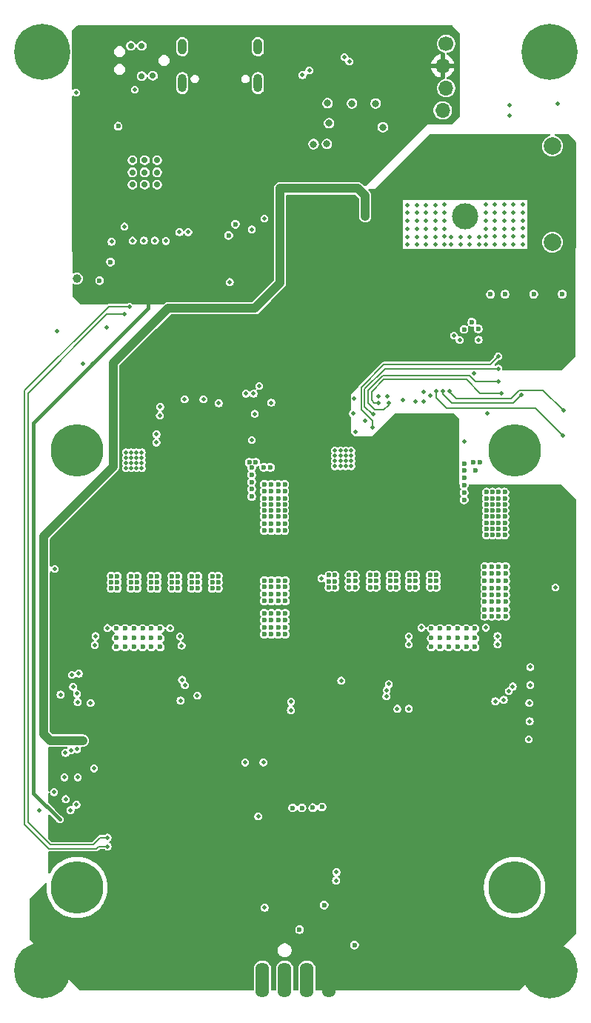
<source format=gbr>
%TF.GenerationSoftware,KiCad,Pcbnew,9.0.0*%
%TF.CreationDate,2025-05-20T14:14:36-04:00*%
%TF.ProjectId,BitaxeGT,42697461-7865-4475-942e-6b696361645f,v800*%
%TF.SameCoordinates,Original*%
%TF.FileFunction,Copper,L5,Inr*%
%TF.FilePolarity,Positive*%
%FSLAX46Y46*%
G04 Gerber Fmt 4.6, Leading zero omitted, Abs format (unit mm)*
G04 Created by KiCad (PCBNEW 9.0.0) date 2025-05-20 14:14:36*
%MOMM*%
%LPD*%
G01*
G04 APERTURE LIST*
%TA.AperFunction,ComponentPad*%
%ADD10O,1.574800X4.000000*%
%TD*%
%TA.AperFunction,ComponentPad*%
%ADD11C,1.500000*%
%TD*%
%TA.AperFunction,ComponentPad*%
%ADD12C,0.800000*%
%TD*%
%TA.AperFunction,ComponentPad*%
%ADD13C,6.400000*%
%TD*%
%TA.AperFunction,ComponentPad*%
%ADD14C,1.700000*%
%TD*%
%TA.AperFunction,ComponentPad*%
%ADD15O,1.700000X1.700000*%
%TD*%
%TA.AperFunction,ComponentPad*%
%ADD16C,6.000000*%
%TD*%
%TA.AperFunction,ComponentPad*%
%ADD17C,0.400000*%
%TD*%
%TA.AperFunction,ComponentPad*%
%ADD18C,0.499999*%
%TD*%
%TA.AperFunction,ComponentPad*%
%ADD19C,3.000000*%
%TD*%
%TA.AperFunction,ComponentPad*%
%ADD20C,2.000000*%
%TD*%
%TA.AperFunction,ComponentPad*%
%ADD21O,1.000000X1.800000*%
%TD*%
%TA.AperFunction,ComponentPad*%
%ADD22O,1.000000X2.100000*%
%TD*%
%TA.AperFunction,ViaPad*%
%ADD23C,0.500000*%
%TD*%
%TA.AperFunction,ViaPad*%
%ADD24C,0.600000*%
%TD*%
%TA.AperFunction,ViaPad*%
%ADD25C,0.800000*%
%TD*%
%TA.AperFunction,ViaPad*%
%ADD26C,0.700000*%
%TD*%
%TA.AperFunction,ViaPad*%
%ADD27C,1.000000*%
%TD*%
%TA.AperFunction,Conductor*%
%ADD28C,1.000000*%
%TD*%
%TA.AperFunction,Conductor*%
%ADD29C,0.400000*%
%TD*%
%TA.AperFunction,Conductor*%
%ADD30C,0.200000*%
%TD*%
G04 APERTURE END LIST*
D10*
%TO.N,GND*%
%TO.C,J7*%
X134810000Y-147538851D03*
%TO.N,/12V*%
X132270000Y-147538851D03*
D11*
%TO.N,/fan/FAN_TACH*%
X129730000Y-148498851D03*
D10*
X129730000Y-147538851D03*
%TO.N,/fan/FAN_PWM*%
X127190000Y-147538851D03*
%TD*%
D12*
%TO.N,GND*%
%TO.C,H4*%
X99600000Y-146500000D03*
X100302944Y-144802944D03*
X100302944Y-148197056D03*
X102000000Y-144100000D03*
D13*
X102000000Y-146500000D03*
D12*
X102000000Y-148900000D03*
X103697056Y-144802944D03*
X103697056Y-148197056D03*
X104400000Y-146500000D03*
%TD*%
%TO.N,GND*%
%TO.C,H2*%
X99600000Y-41500000D03*
X100302944Y-39802944D03*
X100302944Y-43197056D03*
X102000000Y-39100000D03*
D13*
X102000000Y-41500000D03*
D12*
X102000000Y-43900000D03*
X103697056Y-39802944D03*
X103697056Y-43197056D03*
X104400000Y-41500000D03*
%TD*%
%TO.N,GND*%
%TO.C,H3*%
X157600000Y-146500000D03*
X158302944Y-144802944D03*
X158302944Y-148197056D03*
X160000000Y-144100000D03*
D13*
X160000000Y-146500000D03*
D12*
X160000000Y-148900000D03*
X161697056Y-144802944D03*
X161697056Y-148197056D03*
X162400000Y-146500000D03*
%TD*%
D14*
%TO.N,GND*%
%TO.C,J3*%
X148200000Y-40550000D03*
D15*
%TO.N,/3V3*%
X147800000Y-43090000D03*
%TO.N,/ESP32/SCL*%
X148200000Y-45630000D03*
%TO.N,/ESP32/SDA*%
X147800000Y-48170000D03*
%TD*%
D12*
%TO.N,GND*%
%TO.C,H1*%
X157600000Y-41500000D03*
X158302944Y-39802944D03*
X158302944Y-43197056D03*
X160000000Y-39100000D03*
D13*
X160000000Y-41500000D03*
D12*
X160000000Y-43900000D03*
X161697056Y-39802944D03*
X161697056Y-43197056D03*
X162400000Y-41500000D03*
%TD*%
D16*
%TO.N,unconnected-(H6-Pad1)*%
%TO.C,H6*%
X106000000Y-87000000D03*
%TD*%
%TO.N,unconnected-(H5-Pad1)*%
%TO.C,H5*%
X156000000Y-87000000D03*
%TD*%
D17*
%TO.N,GND*%
%TO.C,U4*%
X122280000Y-88650000D03*
X122280000Y-87250000D03*
X122280000Y-85850000D03*
X121000000Y-89650000D03*
X121000000Y-88650000D03*
X121000000Y-87250000D03*
X121000000Y-85850000D03*
X121000000Y-84850000D03*
X119720000Y-88650000D03*
X119720000Y-87250000D03*
X119720000Y-85850000D03*
%TD*%
D18*
%TO.N,unconnected-(U2-PAD-Pad17)_1*%
%TO.C,U2*%
X106070001Y-124400000D03*
%TO.N,unconnected-(U2-PAD-Pad17)*%
X104569999Y-124400000D03*
%TD*%
D19*
%TO.N,/12V*%
%TO.C,J1*%
X150350000Y-60250000D03*
%TO.N,GND*%
X150350000Y-55250000D03*
D20*
%TO.N,unconnected-(J1-MNT1-Pad3)*%
X160350000Y-63250000D03*
%TO.N,unconnected-(J1-MNT2-Pad4)*%
X160350000Y-52250000D03*
%TD*%
D21*
%TO.N,GND*%
%TO.C,J4*%
X118030000Y-40885000D03*
D22*
X118030000Y-45065000D03*
D21*
X126670000Y-40885000D03*
D22*
X126670000Y-45065000D03*
%TD*%
D17*
%TO.N,GND*%
%TO.C,U1*%
X146630000Y-88650000D03*
X146630000Y-87250000D03*
X146630000Y-85850000D03*
X145350000Y-89650000D03*
X145350000Y-88650000D03*
X145350000Y-87250000D03*
X145350000Y-85850000D03*
X145350000Y-84850000D03*
X144070000Y-88650000D03*
X144070000Y-87250000D03*
X144070000Y-85850000D03*
%TD*%
D16*
%TO.N,unconnected-(H8-Pad1)*%
%TO.C,H8*%
X156000000Y-137000000D03*
%TD*%
%TO.N,unconnected-(H7-Pad1)*%
%TO.C,H7*%
X106000000Y-137000000D03*
%TD*%
D23*
%TO.N,/12V*%
X151960000Y-62620000D03*
X137340000Y-87050000D03*
X143785000Y-58990000D03*
X154827500Y-58970000D03*
X152715000Y-61700000D03*
X144841250Y-63540000D03*
X153771250Y-63520000D03*
X156940000Y-62590000D03*
X148791250Y-63530000D03*
X137340000Y-87650000D03*
X149847500Y-63530000D03*
X145897500Y-60810000D03*
X136700000Y-88250000D03*
X152715000Y-62610000D03*
X152715000Y-58970000D03*
X154827500Y-63520000D03*
X136700000Y-87650000D03*
X144841250Y-62630000D03*
X154827500Y-61700000D03*
X135470000Y-87650000D03*
X150903750Y-63530000D03*
X156940000Y-59860000D03*
X145897500Y-61720000D03*
X144841250Y-58990000D03*
X143785000Y-60810000D03*
X152715000Y-60790000D03*
X146953750Y-61720000D03*
X151960000Y-63530000D03*
X155883750Y-63520000D03*
X154827500Y-62610000D03*
X145897500Y-62630000D03*
X148010000Y-58970000D03*
X143785000Y-63540000D03*
X136700000Y-88850000D03*
X148791250Y-62620000D03*
X135470000Y-87050000D03*
X156940000Y-58950000D03*
X111590000Y-88460000D03*
X112200000Y-87850000D03*
X136100000Y-88850000D03*
X137340000Y-88850000D03*
X153771250Y-59880000D03*
X143785000Y-62630000D03*
X112200000Y-87250000D03*
X113400000Y-88460000D03*
X113400000Y-87860000D03*
X112800000Y-87850000D03*
X153771250Y-61700000D03*
X153771250Y-60790000D03*
X113400000Y-87260000D03*
X112200000Y-88450000D03*
X148010000Y-63520000D03*
X143785000Y-61720000D03*
X112800000Y-89050000D03*
X144841250Y-61720000D03*
X144841250Y-59900000D03*
X112800000Y-87250000D03*
X111590000Y-87260000D03*
X150903750Y-62620000D03*
X152715000Y-63520000D03*
D24*
X137710000Y-143570000D03*
D23*
X136700000Y-87050000D03*
X136100000Y-88250000D03*
X146953750Y-60810000D03*
X136100000Y-87050000D03*
X146953750Y-62630000D03*
X148010000Y-59880000D03*
X144841250Y-60810000D03*
X153771250Y-58970000D03*
X111590000Y-89060000D03*
X152715000Y-59880000D03*
X136100000Y-87650000D03*
X148010000Y-62610000D03*
X146953750Y-59900000D03*
X155883750Y-62610000D03*
X154827500Y-60790000D03*
X156940000Y-61680000D03*
X156940000Y-63500000D03*
X155883750Y-61700000D03*
X146953750Y-58990000D03*
X155883750Y-59880000D03*
X145897500Y-58990000D03*
X113400000Y-89060000D03*
X137340000Y-88250000D03*
X135470000Y-88850000D03*
X148010000Y-60790000D03*
X145897500Y-59900000D03*
X112800000Y-88450000D03*
X148010000Y-61700000D03*
X112200000Y-89050000D03*
X154827500Y-59880000D03*
X143785000Y-59900000D03*
X146953750Y-63540000D03*
X156940000Y-60770000D03*
X155883750Y-60790000D03*
X135470000Y-88250000D03*
X145897500Y-63540000D03*
X153771250Y-62610000D03*
X155883750Y-58970000D03*
X149847500Y-62620000D03*
X111590000Y-87860000D03*
%TO.N,/Power/AGND1*%
X151400000Y-78260000D03*
X145640000Y-81410000D03*
X141450000Y-80820000D03*
X146360000Y-80800000D03*
D24*
%TO.N,/Vcore*%
X140200000Y-101975000D03*
X137100000Y-101975000D03*
X129800000Y-107250000D03*
X129800000Y-106450000D03*
X119800000Y-102800000D03*
X122150000Y-102100000D03*
X146380000Y-101975000D03*
X129000000Y-101900000D03*
X149500000Y-107400000D03*
X153400000Y-103550000D03*
X153400000Y-101100000D03*
X154200000Y-106000000D03*
X137800000Y-101975000D03*
X150500000Y-107400000D03*
X155000000Y-100300000D03*
X111500000Y-107400000D03*
X154200000Y-102750000D03*
X115162500Y-102800000D03*
X116850000Y-102100000D03*
X153400000Y-101950000D03*
X116850000Y-102800000D03*
X146500000Y-107400000D03*
X113500000Y-109500000D03*
X127400000Y-107250000D03*
X155000000Y-101950000D03*
X142500000Y-101975000D03*
X146380000Y-102675000D03*
X127400000Y-101900000D03*
X128200000Y-105650000D03*
X113500000Y-108500000D03*
X128200000Y-101900000D03*
X146380000Y-101275000D03*
D23*
X133950000Y-101650000D03*
D24*
X112862500Y-101400000D03*
X115500000Y-107400000D03*
X119100000Y-102100000D03*
X129800000Y-103450000D03*
X154200000Y-100300000D03*
X119800000Y-101400000D03*
X155000000Y-105200000D03*
X147500000Y-109500000D03*
X154200000Y-101100000D03*
X152600000Y-103550000D03*
X129800000Y-108050000D03*
X152600000Y-102750000D03*
X129800000Y-104250000D03*
X109900000Y-101400000D03*
X108575000Y-67625000D03*
X114500000Y-109500000D03*
X148500000Y-107400000D03*
X121450000Y-102800000D03*
X127400000Y-106450000D03*
X144000000Y-101275000D03*
X137100000Y-102675000D03*
X155000000Y-106000000D03*
X146500000Y-108500000D03*
X153400000Y-102750000D03*
X152600000Y-101950000D03*
X114462500Y-102800000D03*
X135500000Y-102700000D03*
X110500000Y-108500000D03*
X129000000Y-107250000D03*
X114462500Y-101400000D03*
X140200000Y-101275000D03*
X112862500Y-102800000D03*
X151500000Y-107400000D03*
X135500000Y-101300000D03*
X150500000Y-108500000D03*
X135500000Y-102000000D03*
X152600000Y-104350000D03*
X134800000Y-102000000D03*
X119800000Y-102100000D03*
X113500000Y-107400000D03*
X114462500Y-102100000D03*
X112500000Y-109500000D03*
X114500000Y-108500000D03*
X109900000Y-102100000D03*
X128200000Y-106450000D03*
X119100000Y-102800000D03*
X154200000Y-105200000D03*
X119100000Y-101400000D03*
X154200000Y-103550000D03*
X115500000Y-108500000D03*
X148500000Y-109500000D03*
X110600000Y-101400000D03*
X152600000Y-105200000D03*
X153400000Y-106000000D03*
X110500000Y-107400000D03*
X149500000Y-108500000D03*
X147500000Y-108500000D03*
X142500000Y-102675000D03*
X117550000Y-102100000D03*
X129000000Y-104250000D03*
X141800000Y-101275000D03*
X128200000Y-102650000D03*
X115162500Y-102100000D03*
X141800000Y-102675000D03*
X139500000Y-101975000D03*
X112162500Y-102800000D03*
X148500000Y-108500000D03*
X155000000Y-103550000D03*
X128200000Y-103450000D03*
X116850000Y-101400000D03*
D23*
X143250000Y-81320000D03*
D24*
X142500000Y-101275000D03*
X115162500Y-101400000D03*
X129800000Y-101900000D03*
X112500000Y-107400000D03*
D23*
X160700000Y-102700000D03*
D24*
X134800000Y-102700000D03*
X137100000Y-101275000D03*
X112162500Y-101400000D03*
X152600000Y-101100000D03*
X117550000Y-101400000D03*
X111500000Y-108500000D03*
X129800000Y-105650000D03*
X112862500Y-102100000D03*
X114500000Y-107400000D03*
X139500000Y-102675000D03*
X154200000Y-101950000D03*
X144000000Y-102675000D03*
X110500000Y-109500000D03*
X147080000Y-102675000D03*
X121450000Y-102100000D03*
X117550000Y-102800000D03*
X129000000Y-105650000D03*
X128200000Y-108050000D03*
X127400000Y-103450000D03*
X129800000Y-102650000D03*
X147080000Y-101975000D03*
X153400000Y-104350000D03*
X151500000Y-109500000D03*
X127400000Y-105650000D03*
X121450000Y-101400000D03*
X112500000Y-108500000D03*
X134800000Y-101300000D03*
X155000000Y-102750000D03*
X147080000Y-101275000D03*
X137800000Y-101275000D03*
X140200000Y-102675000D03*
X141800000Y-101975000D03*
X153400000Y-100300000D03*
X152600000Y-106000000D03*
X137800000Y-102675000D03*
X144700000Y-101275000D03*
X153400000Y-105200000D03*
X110600000Y-102100000D03*
X144000000Y-101975000D03*
X129000000Y-103450000D03*
X122150000Y-101400000D03*
X109900000Y-102800000D03*
X129000000Y-106450000D03*
X151500000Y-108500000D03*
X144700000Y-101975000D03*
X152600000Y-100300000D03*
X110600000Y-102800000D03*
X115500000Y-109500000D03*
X147500000Y-107400000D03*
X144700000Y-102675000D03*
X154200000Y-104350000D03*
X128200000Y-107250000D03*
X139500000Y-101275000D03*
X155000000Y-104350000D03*
X129000000Y-102650000D03*
X146500000Y-109500000D03*
X129000000Y-108050000D03*
X127400000Y-104250000D03*
X111500000Y-109500000D03*
X150500000Y-109500000D03*
X127400000Y-102650000D03*
X122150000Y-102800000D03*
X112162500Y-102100000D03*
X149500000Y-109500000D03*
X127400000Y-108050000D03*
X155000000Y-101100000D03*
X128200000Y-104250000D03*
D23*
%TO.N,/Power/VSHARE*%
X120450000Y-81200000D03*
X144670000Y-81410000D03*
%TO.N,/Power/EN_UVLO*%
X115080000Y-85200000D03*
X137550000Y-82790000D03*
%TO.N,/5V*%
X106650000Y-120200000D03*
X138940000Y-59590000D03*
X138930000Y-58920000D03*
X106050000Y-120200000D03*
X138940000Y-60297500D03*
X127450000Y-139300000D03*
X125200000Y-122700000D03*
X129200000Y-57100000D03*
X138940000Y-58170000D03*
%TO.N,/ASIC/1V2*%
X103450000Y-100590000D03*
X127300000Y-122700000D03*
X130430000Y-116720000D03*
X107940000Y-123380000D03*
X117825000Y-115625000D03*
X143940000Y-116560000D03*
X103368909Y-126091091D03*
%TO.N,/ASIC/0V8*%
X142610000Y-116570000D03*
X130450000Y-115762500D03*
X119750000Y-115050000D03*
D25*
%TO.N,/3V3*%
X133680000Y-55481821D03*
X134580000Y-55481821D03*
X134580000Y-54631821D03*
D23*
X104010000Y-129210000D03*
X107780000Y-77110000D03*
D25*
X132730000Y-55031821D03*
D23*
X125990000Y-62790000D03*
D26*
X114700000Y-40800000D03*
D23*
X138380000Y-50381821D03*
D24*
X130300000Y-52025000D03*
D23*
X107425000Y-46150000D03*
D25*
X133680000Y-54631821D03*
D23*
X126700000Y-128850000D03*
%TO.N,/Power/PGOOD*%
X127430000Y-60530000D03*
X149090000Y-73910000D03*
D24*
%TO.N,/fan/FAN_TACH*%
X134250000Y-139000000D03*
D23*
%TO.N,/ASIC/TEMP1_P*%
X118328858Y-113867944D03*
D24*
X131700000Y-127890000D03*
D23*
%TO.N,/ASIC/TEMP1_N*%
X118000000Y-113250000D03*
D24*
X130650000Y-127890000D03*
%TO.N,/ASIC/TEMP2_P*%
X134000000Y-127800000D03*
D23*
X155355635Y-114550000D03*
D24*
%TO.N,/ASIC/TEMP2_N*%
X132950000Y-127880000D03*
D23*
X155820645Y-114026770D03*
D24*
%TO.N,/fan/FAN_PWM*%
X131430000Y-141810000D03*
D23*
%TO.N,/Power/BCX_DAT*%
X126810000Y-79660000D03*
X161580000Y-82450000D03*
X148550000Y-80250000D03*
%TO.N,/Power/BCX_CLK*%
X156800000Y-80700000D03*
X147780000Y-80249999D03*
X126180000Y-80560000D03*
%TO.N,/Power/SYNC*%
X125286195Y-80547010D03*
X147080102Y-80262067D03*
X161560000Y-85380000D03*
%TO.N,/ESP32/SDA*%
X109500000Y-131300000D03*
X111400000Y-71500000D03*
D24*
X124100000Y-61190000D03*
D23*
X135650000Y-135250000D03*
D24*
%TO.N,/ESP32/SCL*%
X123320000Y-62465000D03*
D23*
X112000000Y-70600000D03*
X109500000Y-132300000D03*
X135600000Y-136200000D03*
%TO.N,/ASIC/RX_1V2*%
X106000000Y-121200000D03*
%TO.N,/ASIC/CLKI*%
X106200000Y-112550000D03*
%TO.N,/ASIC/BI*%
X105420352Y-112700799D03*
%TO.N,/ASIC/RST_1V2*%
X104675382Y-121611508D03*
%TO.N,/ASIC/TX_1V2*%
X105309522Y-121315080D03*
%TO.N,/ASIC/RST_3V3*%
X109400000Y-73000000D03*
X104698999Y-126896596D03*
%TO.N,/ASIC/TX_3V3*%
X117700000Y-62100000D03*
X105260000Y-128150000D03*
%TO.N,Net-(U4-AVIN)*%
X115070000Y-86130000D03*
X115460000Y-83040000D03*
%TO.N,Net-(U9-VDD1_0)*%
X108025000Y-109275000D03*
%TO.N,Net-(U9-VDD2_0)*%
X108125000Y-108255000D03*
%TO.N,Net-(U9-VDD3_0)*%
X109480000Y-107340000D03*
%TO.N,Net-(U9-LITE_PAD)*%
X105550000Y-114050000D03*
%TO.N,Net-(U9-ROSC_SEL)*%
X104100000Y-114950000D03*
%TO.N,Net-(U9-INV_CLKO)*%
X106000000Y-114850000D03*
D24*
%TO.N,/Power/SW1*%
X154200000Y-93900000D03*
X153500000Y-91800000D03*
X154900000Y-93200000D03*
X152800000Y-91800000D03*
X152800000Y-92500000D03*
X154900000Y-92500000D03*
X154900000Y-94600000D03*
X154200000Y-95300000D03*
X152800000Y-93900000D03*
X153500000Y-95300000D03*
X154200000Y-92500000D03*
X150250000Y-91858000D03*
X154900000Y-95300000D03*
X150250000Y-90194000D03*
X152800000Y-96700000D03*
X154200000Y-93200000D03*
X153500000Y-94600000D03*
X153500000Y-93200000D03*
X151550000Y-89290000D03*
X153500000Y-92500000D03*
X153500000Y-96000000D03*
X154900000Y-96700000D03*
X150250000Y-89362000D03*
X150250000Y-91026000D03*
X153500000Y-93900000D03*
X154200000Y-94600000D03*
X150250000Y-92690000D03*
X154200000Y-96700000D03*
X152075000Y-88425000D03*
X154200000Y-91800000D03*
X152800000Y-95300000D03*
X151275000Y-88425000D03*
X153500000Y-96700000D03*
X154900000Y-96000000D03*
X154200000Y-96000000D03*
X154900000Y-93900000D03*
X152800000Y-93200000D03*
X150250000Y-88530000D03*
X152800000Y-96000000D03*
X152800000Y-94600000D03*
X154900000Y-91800000D03*
D23*
%TO.N,Net-(U1-AVIN)*%
X137790000Y-84890000D03*
X140490000Y-80820000D03*
D24*
%TO.N,/Power/SW2*%
X127400000Y-94600000D03*
X129000000Y-93200000D03*
X125700000Y-88400000D03*
X125970000Y-91475000D03*
X129000000Y-95400000D03*
X126400000Y-88400000D03*
X128200000Y-91700000D03*
X128200000Y-92500000D03*
X129000000Y-94600000D03*
X128200000Y-93200000D03*
X129750000Y-95400000D03*
X129000000Y-91700000D03*
X125970000Y-92300000D03*
X129000000Y-93900000D03*
X127400000Y-96200000D03*
X129750000Y-91700000D03*
X129750000Y-90900000D03*
X129750000Y-92500000D03*
X129000000Y-90900000D03*
X129750000Y-93200000D03*
X129750000Y-93900000D03*
X127350000Y-88975000D03*
X127400000Y-91700000D03*
X125970000Y-90650000D03*
X128200000Y-94600000D03*
X128100000Y-88975000D03*
X125970000Y-89825000D03*
X129750000Y-94600000D03*
X129000000Y-96200000D03*
X127400000Y-95400000D03*
X128200000Y-90900000D03*
X128200000Y-93900000D03*
X129000000Y-92500000D03*
X127400000Y-92500000D03*
X127400000Y-93200000D03*
X128200000Y-95400000D03*
X128200000Y-96200000D03*
X125970000Y-89000000D03*
X129750000Y-96200000D03*
X127400000Y-90900000D03*
X127400000Y-93900000D03*
D23*
%TO.N,Net-(U10-VDD3_0)*%
X145360000Y-107300000D03*
X116640000Y-107350000D03*
%TO.N,Net-(U10-VDD2_0)*%
X143925000Y-108280000D03*
X117750000Y-108280000D03*
%TO.N,Net-(U10-VDD1_0)*%
X117950000Y-109350000D03*
X143925000Y-109220000D03*
%TO.N,Net-(U10-VDD3_1)*%
X152730000Y-107290000D03*
%TO.N,Net-(U10-VDD2_1)*%
X154050000Y-108255000D03*
%TO.N,Net-(U10-VDD1_1)*%
X154050000Y-109195000D03*
%TO.N,/ASIC/0V8_1*%
X106050000Y-115800000D03*
%TO.N,/ASIC/1V2_1*%
X107550000Y-115900000D03*
%TO.N,/ASIC/1V2_2*%
X153797182Y-115702818D03*
%TO.N,/ASIC/0V8_2*%
X154800000Y-115550000D03*
%TO.N,Net-(U1-MSEL1)*%
X141615493Y-81579847D03*
X154150000Y-79150000D03*
%TO.N,Net-(U1-MSEL2)*%
X154150000Y-76300000D03*
X139740000Y-84420000D03*
%TO.N,Net-(U1-VSEL)*%
X139835358Y-82918723D03*
X154150000Y-77700000D03*
%TO.N,Net-(U10-LITE_PAD)*%
X141400000Y-114450000D03*
%TO.N,Net-(U1-ADRSEL)*%
X154500000Y-80490000D03*
X140488170Y-81580000D03*
%TO.N,Net-(U10-NRSTO)*%
X157800000Y-111800000D03*
%TO.N,Net-(U10-ROSC_SEL)*%
X141650000Y-113750000D03*
%TO.N,Net-(U10-INV_CLKO)*%
X141350000Y-115150000D03*
%TO.N,Net-(U10-BI)*%
X136200000Y-113350000D03*
%TO.N,Net-(U10-RI)*%
X157700000Y-115900000D03*
D24*
%TO.N,/Power/SCL_VR*%
X151870000Y-73150000D03*
D23*
X155400000Y-47600000D03*
D24*
X150240000Y-73200000D03*
X161460000Y-69180000D03*
D23*
%TO.N,/Power/ALRT_VR*%
X150301539Y-86057693D03*
D24*
X153260000Y-69190000D03*
X154930000Y-69190000D03*
D23*
X125990000Y-61770000D03*
D24*
%TO.N,/Power/SDA_VR*%
X158200000Y-69180000D03*
D23*
X155400000Y-48800000D03*
X149740000Y-74420000D03*
D24*
X151130000Y-72375000D03*
D23*
%TO.N,GND*%
X133200000Y-120900000D03*
D24*
X149500000Y-112250000D03*
X114500000Y-112250000D03*
X147500000Y-112250000D03*
D23*
X141375000Y-92625000D03*
X137800000Y-97575000D03*
X131990000Y-62860000D03*
X114562500Y-96400000D03*
X113430000Y-94110000D03*
X105875000Y-46150000D03*
X144100000Y-96975000D03*
D24*
X112550000Y-119000000D03*
D23*
X122050000Y-96400000D03*
D24*
X114500000Y-111250000D03*
D23*
X149557500Y-52070000D03*
X156950000Y-55710000D03*
D25*
X140130000Y-47381821D03*
D23*
X121450000Y-97600000D03*
X148501250Y-52980000D03*
D24*
X148600000Y-117050000D03*
D23*
X113430000Y-95310000D03*
X113430000Y-94710000D03*
X117650000Y-93000000D03*
D24*
X149600000Y-118050000D03*
D23*
X116850000Y-96400000D03*
D24*
X112500000Y-112250000D03*
D23*
X117740000Y-114450000D03*
X142400000Y-97575000D03*
X131990000Y-60860000D03*
D24*
X147600000Y-117050000D03*
D23*
X154837500Y-52090000D03*
X130990000Y-60860000D03*
X154700000Y-117900000D03*
D24*
X110500000Y-113250000D03*
D23*
X132990000Y-60860000D03*
X132990000Y-59860000D03*
D24*
X146500000Y-113250000D03*
X148500000Y-115250000D03*
D23*
X151670000Y-52980000D03*
X115525000Y-93025000D03*
X141800000Y-97575000D03*
D26*
X115140000Y-53850000D03*
D23*
X137200000Y-96375000D03*
D24*
X110500000Y-114250000D03*
X114500000Y-115250000D03*
D23*
X146980000Y-96975000D03*
X130990000Y-58860000D03*
D25*
X134555000Y-52006821D03*
D24*
X110550000Y-118000000D03*
D23*
X155893750Y-56640000D03*
D24*
X111550000Y-118000000D03*
D23*
X119200000Y-97600000D03*
D26*
X112330000Y-56650000D03*
D23*
X135980000Y-129890000D03*
X153781250Y-52090000D03*
X117450000Y-97000000D03*
X112862500Y-97000000D03*
X117650000Y-92450000D03*
D24*
X114550000Y-119000000D03*
X150500000Y-112250000D03*
D23*
X116850000Y-97000000D03*
X142400000Y-96375000D03*
X142400000Y-96975000D03*
D24*
X149500000Y-114250000D03*
D23*
X132990000Y-62860000D03*
D24*
X115500000Y-111250000D03*
D23*
X133990000Y-61860000D03*
X119200000Y-97000000D03*
X158880000Y-76740000D03*
X112800000Y-95300000D03*
D24*
X115500000Y-112250000D03*
D23*
X140100000Y-96975000D03*
X119800000Y-97600000D03*
D24*
X146600000Y-119050000D03*
D23*
X136000000Y-93900000D03*
X133990000Y-58860000D03*
X135500000Y-97000000D03*
X106700000Y-77110000D03*
D24*
X112500000Y-114250000D03*
D23*
X136000000Y-93300000D03*
X112200000Y-94100000D03*
D24*
X151500000Y-111250000D03*
D23*
X152725000Y-56640000D03*
X146380000Y-96975000D03*
X150613750Y-52070000D03*
D24*
X151600000Y-118050000D03*
D23*
X121450000Y-96400000D03*
X152725000Y-53000000D03*
X124450000Y-119950000D03*
X109900000Y-97000000D03*
X112200000Y-95300000D03*
D24*
X150600000Y-117050000D03*
D23*
X106790000Y-126920000D03*
X119800000Y-96400000D03*
X132990000Y-58860000D03*
X152725000Y-55730000D03*
X156950000Y-53890000D03*
X142920000Y-114950000D03*
X112800000Y-94100000D03*
X155893750Y-54820000D03*
X124450000Y-114300000D03*
X153781250Y-56640000D03*
X116850000Y-97600000D03*
X137200000Y-97575000D03*
X114562500Y-97000000D03*
X160900000Y-91700000D03*
X112800000Y-93500000D03*
X132990000Y-63860000D03*
D24*
X146500000Y-112250000D03*
D23*
X140475000Y-92675000D03*
D24*
X110500000Y-115250000D03*
D26*
X115140000Y-56650000D03*
D23*
X117450000Y-96400000D03*
X124450000Y-119300000D03*
X133990000Y-62860000D03*
X143870000Y-110080000D03*
X156950000Y-52070000D03*
X131990000Y-64860000D03*
X135500000Y-96400000D03*
D24*
X115500000Y-115250000D03*
D26*
X113740000Y-55250000D03*
D23*
X130990000Y-59860000D03*
X137620000Y-81120000D03*
X112200000Y-93500000D03*
X115162500Y-97000000D03*
D24*
X111500000Y-112250000D03*
D23*
X117050000Y-93000000D03*
X139740000Y-113760000D03*
D26*
X113740000Y-53850000D03*
D23*
X132080000Y-140500000D03*
X110500000Y-97600000D03*
D24*
X112500000Y-113250000D03*
D23*
X136000000Y-95100000D03*
X145660000Y-80360000D03*
D24*
X150600000Y-118050000D03*
D23*
X156950000Y-54800000D03*
D24*
X151600000Y-117050000D03*
D23*
X133990000Y-60860000D03*
D24*
X151600000Y-119050000D03*
D23*
X140100000Y-97575000D03*
X152725000Y-54820000D03*
D24*
X146500000Y-114250000D03*
X115500000Y-113250000D03*
D23*
X130990000Y-61860000D03*
X130990000Y-63860000D03*
X136000000Y-94500000D03*
D24*
X147500000Y-115250000D03*
D23*
X116125000Y-93025000D03*
D24*
X115550000Y-118000000D03*
D26*
X113400000Y-40800000D03*
D24*
X148500000Y-114250000D03*
D23*
X156950000Y-56620000D03*
D24*
X147600000Y-119050000D03*
D23*
X112862500Y-96400000D03*
D24*
X113550000Y-117000000D03*
X150500000Y-111250000D03*
X147500000Y-113250000D03*
D27*
X106000000Y-67400000D03*
D24*
X110550000Y-119000000D03*
D23*
X152725000Y-52090000D03*
X119800000Y-97000000D03*
D24*
X115500000Y-114250000D03*
X150500000Y-114250000D03*
X110500000Y-112250000D03*
D23*
X135500000Y-97600000D03*
X117050000Y-92450000D03*
X132990000Y-61860000D03*
X153803248Y-114396752D03*
D24*
X148500000Y-113250000D03*
D23*
X139500000Y-96975000D03*
D24*
X113500000Y-114250000D03*
D25*
X133040000Y-52030000D03*
X137430000Y-47381821D03*
D23*
X141975000Y-92625000D03*
X115650000Y-84310000D03*
X136600000Y-94500000D03*
X141975000Y-93175000D03*
D26*
X113740000Y-56650000D03*
D23*
X144100000Y-97575000D03*
D24*
X111500000Y-113250000D03*
D23*
X116125000Y-92475000D03*
D24*
X114500000Y-113250000D03*
D23*
X110500000Y-97000000D03*
X144700000Y-96975000D03*
X154837500Y-54820000D03*
D24*
X149500000Y-113250000D03*
X111500000Y-111250000D03*
D23*
X115525000Y-92475000D03*
D24*
X113550000Y-118000000D03*
D23*
X118810000Y-110100000D03*
X131990000Y-63860000D03*
X104350000Y-101750000D03*
D24*
X149500000Y-115250000D03*
D23*
X111570000Y-93500000D03*
X137800000Y-96375000D03*
X141800000Y-96975000D03*
X103790000Y-113400000D03*
X140100000Y-96375000D03*
X107850000Y-114750000D03*
X155893750Y-53000000D03*
X110500000Y-96400000D03*
X131990000Y-58860000D03*
X155893750Y-55730000D03*
D24*
X149600000Y-119050000D03*
D23*
X140475000Y-93225000D03*
X111570000Y-95300000D03*
X154837500Y-55730000D03*
X107079162Y-110220838D03*
D24*
X111550000Y-119000000D03*
D23*
X122050000Y-97600000D03*
D24*
X115550000Y-119000000D03*
X150500000Y-115250000D03*
D23*
X144700000Y-96375000D03*
X130990000Y-62860000D03*
D24*
X113500000Y-112250000D03*
D23*
X113430000Y-93510000D03*
D24*
X148600000Y-118050000D03*
D25*
X140955000Y-50106821D03*
D23*
X154837500Y-53910000D03*
D24*
X110500000Y-111250000D03*
D23*
X136600000Y-95100000D03*
D24*
X146600000Y-117050000D03*
D23*
X139875000Y-92675000D03*
X111570000Y-94700000D03*
X111570000Y-94100000D03*
X124450000Y-114950000D03*
X153781250Y-53000000D03*
X136600000Y-93300000D03*
D24*
X115550000Y-117000000D03*
D26*
X115140000Y-55250000D03*
D24*
X114500000Y-114250000D03*
D23*
X148501250Y-52070000D03*
D24*
X112500000Y-111250000D03*
X113500000Y-111250000D03*
D23*
X146980000Y-97575000D03*
X134900000Y-96400000D03*
D24*
X148500000Y-111250000D03*
X149600000Y-117050000D03*
D23*
X141375000Y-93175000D03*
X129500000Y-128840000D03*
D24*
X113550000Y-119000000D03*
X147500000Y-111250000D03*
D23*
X112800000Y-94700000D03*
X151670000Y-52070000D03*
X132210000Y-114870000D03*
D24*
X151500000Y-113250000D03*
D23*
X155893750Y-52090000D03*
D24*
X147500000Y-114250000D03*
X112550000Y-117000000D03*
D26*
X112330000Y-53850000D03*
D24*
X148500000Y-112250000D03*
X151500000Y-112250000D03*
D23*
X134900000Y-97000000D03*
X115162500Y-97600000D03*
X112262500Y-97000000D03*
D24*
X112550000Y-118000000D03*
D23*
X154837500Y-56640000D03*
D24*
X148600000Y-119050000D03*
D23*
X149557500Y-52980000D03*
X153781250Y-53910000D03*
X144700000Y-97575000D03*
X112262500Y-97600000D03*
X138970000Y-83620000D03*
X132990000Y-64860000D03*
X153781250Y-54820000D03*
X112200000Y-94700000D03*
X114562500Y-97600000D03*
X131990000Y-59860000D03*
X133990000Y-64860000D03*
X121450000Y-97000000D03*
X152725000Y-53910000D03*
X133990000Y-59860000D03*
X144100000Y-96375000D03*
X103450000Y-121650000D03*
X130990000Y-64860000D03*
X152900000Y-82780000D03*
X137710000Y-145120000D03*
X154837500Y-53000000D03*
X109900000Y-96400000D03*
D25*
X134630000Y-47356821D03*
D24*
X151500000Y-114250000D03*
D23*
X146380000Y-96375000D03*
X153781250Y-55730000D03*
X133250000Y-113850000D03*
X136600000Y-93900000D03*
D24*
X146500000Y-115250000D03*
D23*
X101690000Y-128210000D03*
X103990000Y-130170000D03*
X155893750Y-53910000D03*
D24*
X146500000Y-111250000D03*
D23*
X154200000Y-110050000D03*
D24*
X114550000Y-118000000D03*
X150500000Y-113250000D03*
D23*
X137800000Y-96975000D03*
D24*
X110550000Y-117000000D03*
X112500000Y-115250000D03*
X111550000Y-117000000D03*
X113500000Y-113250000D03*
D23*
X139875000Y-93225000D03*
X122050000Y-97000000D03*
X146980000Y-96375000D03*
X119200000Y-96400000D03*
X160920000Y-47440000D03*
D24*
X111500000Y-114250000D03*
D23*
X109900000Y-97600000D03*
X112262500Y-96400000D03*
X146380000Y-97575000D03*
D24*
X113500000Y-115250000D03*
D23*
X141800000Y-96375000D03*
X139500000Y-96375000D03*
D24*
X147600000Y-118050000D03*
D26*
X112330000Y-55250000D03*
D23*
X134900000Y-97600000D03*
X156950000Y-52980000D03*
D24*
X151500000Y-115250000D03*
X132425000Y-134275000D03*
X149500000Y-111250000D03*
D23*
X137200000Y-96975000D03*
D25*
X134805000Y-49631821D03*
D23*
X117450000Y-97600000D03*
X108000000Y-121500000D03*
X131990000Y-61860000D03*
X127220000Y-82540000D03*
D24*
X150600000Y-119050000D03*
X114550000Y-117000000D03*
D23*
X112862500Y-97600000D03*
D24*
X146600000Y-118050000D03*
D23*
X115162500Y-96400000D03*
X139500000Y-97575000D03*
X150613750Y-52980000D03*
X133990000Y-63860000D03*
D24*
X111500000Y-115250000D03*
D23*
%TO.N,/Power/BP1v5_2*%
X126327817Y-82850000D03*
X118300000Y-81200000D03*
%TO.N,Net-(U10-BO)*%
X157650000Y-120050000D03*
%TO.N,Net-(U10-CLKO)*%
X157750000Y-118000000D03*
%TO.N,Net-(U10-CO)*%
X157800000Y-113850000D03*
%TO.N,/ESP32/EN*%
X103734620Y-73384620D03*
D24*
X110700000Y-49984314D03*
D26*
X114670000Y-44200000D03*
D24*
%TO.N,/ESP32/P_TX*%
X109820000Y-65500000D03*
D26*
X113400000Y-44250000D03*
D23*
%TO.N,/ESP32/IO0*%
X151910000Y-74400000D03*
D26*
X112150000Y-40800000D03*
D23*
X111400000Y-61450000D03*
X123460000Y-67800000D03*
%TO.N,/ESP32/P_RX*%
X112600000Y-45800000D03*
X109950000Y-63200000D03*
%TO.N,/ASIC/RX_3V3*%
X118710000Y-62090000D03*
X105930000Y-127530000D03*
%TO.N,/Power/AGND2*%
X128200000Y-81580000D03*
X122200000Y-81650000D03*
X115500000Y-82060000D03*
X125990000Y-85840000D03*
%TO.N,Net-(J2-Pin_5)*%
X137120000Y-42580159D03*
X116150000Y-63100000D03*
%TO.N,Net-(J2-Pin_8)*%
X112360000Y-63060000D03*
X131764719Y-44144719D03*
%TO.N,Net-(J2-Pin_7)*%
X132550000Y-43610000D03*
X113650000Y-63050000D03*
%TO.N,Net-(J2-Pin_6)*%
X136560000Y-42080000D03*
X114900000Y-63050000D03*
%TD*%
D28*
%TO.N,/5V*%
X102190000Y-119440000D02*
X102950000Y-120200000D01*
X102190000Y-96830000D02*
X102190000Y-119440000D01*
X129200000Y-57100000D02*
X138100000Y-57100000D01*
X129200000Y-67900000D02*
X126300000Y-70800000D01*
X126300000Y-70800000D02*
X116390000Y-70800000D01*
X138100000Y-57100000D02*
X138940000Y-57940000D01*
X102950000Y-120200000D02*
X106650000Y-120200000D01*
X138940000Y-57940000D02*
X138940000Y-60297500D01*
X110110000Y-88910000D02*
X102190000Y-96830000D01*
X110110000Y-77080000D02*
X110110000Y-88910000D01*
X129200000Y-57100000D02*
X129200000Y-67900000D01*
X116390000Y-70800000D02*
X110110000Y-77080000D01*
D29*
%TO.N,/3V3*%
X101000000Y-126200000D02*
X104010000Y-129210000D01*
X114150000Y-70750000D02*
X101000000Y-83900000D01*
X114150000Y-69950000D02*
X114150000Y-70750000D01*
X101000000Y-83900000D02*
X101000000Y-126200000D01*
D30*
%TO.N,/Power/BCX_DAT*%
X148550000Y-80250000D02*
X148550000Y-80320000D01*
X159279000Y-80149000D02*
X161580000Y-82450000D01*
X155620768Y-81100000D02*
X156571768Y-80149000D01*
X148550000Y-80320000D02*
X149330000Y-81100000D01*
X149330000Y-81100000D02*
X155620768Y-81100000D01*
X148550000Y-80250000D02*
X148400000Y-80250000D01*
X156571768Y-80149000D02*
X159279000Y-80149000D01*
%TO.N,/Power/BCX_CLK*%
X148810000Y-81650000D02*
X155850000Y-81650000D01*
X155850000Y-81650000D02*
X156800000Y-80700000D01*
X147790000Y-80259999D02*
X147790000Y-80630000D01*
X147790000Y-80630000D02*
X148810000Y-81650000D01*
X147780000Y-80249999D02*
X147790000Y-80259999D01*
%TO.N,/Power/SYNC*%
X161560000Y-85370000D02*
X161560000Y-85380000D01*
X158410000Y-82220000D02*
X161560000Y-85370000D01*
X148242900Y-82220000D02*
X158410000Y-82220000D01*
X147080102Y-80262067D02*
X147080102Y-81057202D01*
X147080102Y-81057202D02*
X148242900Y-82220000D01*
%TO.N,/ESP32/SDA*%
X107850000Y-132100000D02*
X102920000Y-132100000D01*
X100400000Y-80500000D02*
X109400000Y-71500000D01*
X102920000Y-132100000D02*
X100400000Y-129580000D01*
X108650000Y-131300000D02*
X107850000Y-132100000D01*
X109500000Y-131300000D02*
X108650000Y-131300000D01*
X100400000Y-129580000D02*
X100400000Y-80500000D01*
X109400000Y-71500000D02*
X111400000Y-71500000D01*
%TO.N,/ESP32/SCL*%
X109600000Y-70600000D02*
X112000000Y-70600000D01*
X102770000Y-132550000D02*
X100000000Y-129780000D01*
X100000000Y-129780000D02*
X100000000Y-80200000D01*
X100000000Y-80200000D02*
X109600000Y-70600000D01*
X108200000Y-132550000D02*
X102770000Y-132550000D01*
X108450000Y-132300000D02*
X108200000Y-132550000D01*
X109500000Y-132300000D02*
X108450000Y-132300000D01*
%TO.N,Net-(U1-AVIN)*%
X137830000Y-84850000D02*
X137790000Y-84890000D01*
%TO.N,Net-(U1-MSEL1)*%
X150849000Y-78488232D02*
X151510768Y-79150000D01*
X141615493Y-81579847D02*
X141615493Y-81834507D01*
X140021000Y-82401000D02*
X139272000Y-81652000D01*
X140945968Y-78488232D02*
X150849000Y-78488232D01*
X139272000Y-81652000D02*
X139272000Y-80162200D01*
X141049000Y-82401000D02*
X140021000Y-82401000D01*
X139272000Y-80162200D02*
X140945968Y-78488232D01*
X151510768Y-79150000D02*
X154150000Y-79150000D01*
X141615493Y-81834507D02*
X141049000Y-82401000D01*
%TO.N,Net-(U1-MSEL2)*%
X153230000Y-77220000D02*
X154150000Y-76300000D01*
X141080000Y-77220000D02*
X153230000Y-77220000D01*
X139740000Y-83610000D02*
X138470000Y-82340000D01*
X138470000Y-82340000D02*
X138470000Y-79830000D01*
X139740000Y-84420000D02*
X139740000Y-83610000D01*
X138470000Y-79830000D02*
X141080000Y-77220000D01*
%TO.N,Net-(U1-VSEL)*%
X139835358Y-82918723D02*
X139748723Y-82918723D01*
X138871000Y-82041000D02*
X138871000Y-79996100D01*
X139748723Y-82918723D02*
X138871000Y-82041000D01*
X138871000Y-79996100D02*
X141177100Y-77690000D01*
X154140000Y-77690000D02*
X154150000Y-77700000D01*
X141177100Y-77690000D02*
X154140000Y-77690000D01*
%TO.N,Net-(U1-ADRSEL)*%
X139673000Y-81303000D02*
X139673000Y-80328300D01*
X139673000Y-80328300D02*
X141061300Y-78940000D01*
X139950000Y-81580000D02*
X139673000Y-81303000D01*
X141061300Y-78940000D02*
X150509000Y-78940000D01*
X150509000Y-78940000D02*
X152059000Y-80490000D01*
X152059000Y-80490000D02*
X154500000Y-80490000D01*
X140488170Y-81580000D02*
X139950000Y-81580000D01*
%TD*%
%TA.AperFunction,Conductor*%
%TO.N,/3V3*%
G36*
X148888177Y-38469685D02*
G01*
X148908819Y-38486319D01*
X149763681Y-39341181D01*
X149797166Y-39402504D01*
X149800000Y-39428862D01*
X149800000Y-48798638D01*
X149780315Y-48865677D01*
X149763681Y-48886319D01*
X148886319Y-49763681D01*
X148824996Y-49797166D01*
X148798638Y-49800000D01*
X145999999Y-49800000D01*
X138983009Y-56816989D01*
X138921686Y-56850474D01*
X138851994Y-56845490D01*
X138807647Y-56816989D01*
X138546545Y-56555887D01*
X138431807Y-56479222D01*
X138304332Y-56426421D01*
X138304322Y-56426418D01*
X138168996Y-56399500D01*
X138168994Y-56399500D01*
X138168993Y-56399500D01*
X129268993Y-56399500D01*
X129131007Y-56399500D01*
X129131005Y-56399500D01*
X128995677Y-56426418D01*
X128995667Y-56426421D01*
X128868195Y-56479221D01*
X128868182Y-56479228D01*
X128753458Y-56555885D01*
X128753454Y-56555888D01*
X128655888Y-56653454D01*
X128655885Y-56653458D01*
X128579228Y-56768182D01*
X128579221Y-56768195D01*
X128526421Y-56895667D01*
X128526418Y-56895677D01*
X128499500Y-57031004D01*
X128499500Y-67558481D01*
X128479815Y-67625520D01*
X128463181Y-67646162D01*
X126046162Y-70063181D01*
X125984839Y-70096666D01*
X125958481Y-70099500D01*
X116321003Y-70099500D01*
X116212590Y-70121065D01*
X116212589Y-70121065D01*
X116185671Y-70126420D01*
X116058190Y-70179224D01*
X115967964Y-70239511D01*
X115943457Y-70255886D01*
X115865660Y-70333682D01*
X115804340Y-70367166D01*
X115777981Y-70370000D01*
X112457406Y-70370000D01*
X112390367Y-70350315D01*
X112366766Y-70328603D01*
X112366236Y-70329134D01*
X112276615Y-70239513D01*
X112276613Y-70239511D01*
X112173886Y-70180201D01*
X112059309Y-70149500D01*
X111940691Y-70149500D01*
X111826114Y-70180201D01*
X111826112Y-70180201D01*
X111826112Y-70180202D01*
X111723387Y-70239511D01*
X111723384Y-70239513D01*
X111699717Y-70263181D01*
X111638394Y-70296666D01*
X111612036Y-70299500D01*
X109560438Y-70299500D01*
X109522224Y-70309739D01*
X109484009Y-70319979D01*
X109484008Y-70319980D01*
X109426146Y-70353387D01*
X109364146Y-70370000D01*
X106472023Y-70370000D01*
X106404984Y-70350315D01*
X106382640Y-70331945D01*
X105486489Y-69399948D01*
X105454212Y-69337981D01*
X105451872Y-69314211D01*
X105450084Y-68250500D01*
X105449843Y-68107075D01*
X105469415Y-68040005D01*
X105522142Y-67994161D01*
X105591284Y-67984102D01*
X105642734Y-68003767D01*
X105668182Y-68020771D01*
X105668195Y-68020778D01*
X105714614Y-68040005D01*
X105795672Y-68073580D01*
X105795676Y-68073580D01*
X105795677Y-68073581D01*
X105931004Y-68100500D01*
X105931007Y-68100500D01*
X106068995Y-68100500D01*
X106160041Y-68082389D01*
X106204328Y-68073580D01*
X106331811Y-68020775D01*
X106446542Y-67944114D01*
X106544114Y-67846542D01*
X106620775Y-67731811D01*
X106673580Y-67604328D01*
X106678426Y-67579962D01*
X106682575Y-67559108D01*
X108074500Y-67559108D01*
X108074500Y-67690892D01*
X108087844Y-67740693D01*
X108108608Y-67818187D01*
X108124979Y-67846541D01*
X108174500Y-67932314D01*
X108267686Y-68025500D01*
X108381814Y-68091392D01*
X108509108Y-68125500D01*
X108509110Y-68125500D01*
X108640890Y-68125500D01*
X108640892Y-68125500D01*
X108768186Y-68091392D01*
X108882314Y-68025500D01*
X108975500Y-67932314D01*
X109041392Y-67818186D01*
X109062157Y-67740691D01*
X123009500Y-67740691D01*
X123009500Y-67859309D01*
X123040201Y-67973886D01*
X123099511Y-68076613D01*
X123183387Y-68160489D01*
X123286114Y-68219799D01*
X123400691Y-68250500D01*
X123400694Y-68250500D01*
X123519306Y-68250500D01*
X123519309Y-68250500D01*
X123633886Y-68219799D01*
X123736613Y-68160489D01*
X123820489Y-68076613D01*
X123879799Y-67973886D01*
X123910500Y-67859309D01*
X123910500Y-67740691D01*
X123879799Y-67626114D01*
X123820489Y-67523387D01*
X123736613Y-67439511D01*
X123633886Y-67380201D01*
X123519309Y-67349500D01*
X123400691Y-67349500D01*
X123286114Y-67380201D01*
X123286112Y-67380201D01*
X123286112Y-67380202D01*
X123183387Y-67439511D01*
X123183384Y-67439513D01*
X123099513Y-67523384D01*
X123099511Y-67523387D01*
X123040201Y-67626114D01*
X123009500Y-67740691D01*
X109062157Y-67740691D01*
X109075500Y-67690892D01*
X109075500Y-67559108D01*
X109041392Y-67431814D01*
X108975500Y-67317686D01*
X108882314Y-67224500D01*
X108825250Y-67191554D01*
X108768187Y-67158608D01*
X108704539Y-67141554D01*
X108640892Y-67124500D01*
X108509108Y-67124500D01*
X108381812Y-67158608D01*
X108267686Y-67224500D01*
X108267683Y-67224502D01*
X108174502Y-67317683D01*
X108174500Y-67317686D01*
X108108608Y-67431812D01*
X108106545Y-67439513D01*
X108074500Y-67559108D01*
X106682575Y-67559108D01*
X106689004Y-67526789D01*
X106689004Y-67526788D01*
X106700499Y-67468997D01*
X106700500Y-67468995D01*
X106700500Y-67331004D01*
X106673581Y-67195677D01*
X106673580Y-67195676D01*
X106673580Y-67195672D01*
X106644100Y-67124500D01*
X106620778Y-67068195D01*
X106620771Y-67068182D01*
X106544114Y-66953458D01*
X106544111Y-66953454D01*
X106446545Y-66855888D01*
X106446541Y-66855885D01*
X106331817Y-66779228D01*
X106331804Y-66779221D01*
X106204332Y-66726421D01*
X106204322Y-66726418D01*
X106068995Y-66699500D01*
X106068993Y-66699500D01*
X105931007Y-66699500D01*
X105931005Y-66699500D01*
X105795677Y-66726418D01*
X105795667Y-66726421D01*
X105668195Y-66779221D01*
X105668181Y-66779229D01*
X105640357Y-66797820D01*
X105573679Y-66818696D01*
X105506300Y-66800210D01*
X105459611Y-66748230D01*
X105447470Y-66694928D01*
X105445351Y-65434108D01*
X109319500Y-65434108D01*
X109319500Y-65565891D01*
X109353608Y-65693187D01*
X109386554Y-65750250D01*
X109419500Y-65807314D01*
X109512686Y-65900500D01*
X109626814Y-65966392D01*
X109754108Y-66000500D01*
X109754110Y-66000500D01*
X109885890Y-66000500D01*
X109885892Y-66000500D01*
X110013186Y-65966392D01*
X110127314Y-65900500D01*
X110220500Y-65807314D01*
X110286392Y-65693186D01*
X110320500Y-65565892D01*
X110320500Y-65434108D01*
X110286392Y-65306814D01*
X110220500Y-65192686D01*
X110127314Y-65099500D01*
X110070250Y-65066554D01*
X110013187Y-65033608D01*
X109949539Y-65016554D01*
X109885892Y-64999500D01*
X109754108Y-64999500D01*
X109626812Y-65033608D01*
X109512686Y-65099500D01*
X109512683Y-65099502D01*
X109419502Y-65192683D01*
X109419500Y-65192686D01*
X109353608Y-65306812D01*
X109319500Y-65434108D01*
X105445351Y-65434108D01*
X105441496Y-63140691D01*
X109499500Y-63140691D01*
X109499500Y-63259309D01*
X109530201Y-63373886D01*
X109589511Y-63476613D01*
X109673387Y-63560489D01*
X109776114Y-63619799D01*
X109890691Y-63650500D01*
X109890694Y-63650500D01*
X110009306Y-63650500D01*
X110009309Y-63650500D01*
X110123886Y-63619799D01*
X110226613Y-63560489D01*
X110310489Y-63476613D01*
X110369799Y-63373886D01*
X110400500Y-63259309D01*
X110400500Y-63140691D01*
X110369799Y-63026114D01*
X110355121Y-63000691D01*
X111909500Y-63000691D01*
X111909500Y-63119309D01*
X111940201Y-63233886D01*
X111999511Y-63336613D01*
X112083387Y-63420489D01*
X112186114Y-63479799D01*
X112300691Y-63510500D01*
X112300694Y-63510500D01*
X112419306Y-63510500D01*
X112419309Y-63510500D01*
X112533886Y-63479799D01*
X112636613Y-63420489D01*
X112720489Y-63336613D01*
X112779799Y-63233886D01*
X112810500Y-63119309D01*
X112810500Y-63000691D01*
X112807820Y-62990691D01*
X113199500Y-62990691D01*
X113199500Y-63109309D01*
X113230201Y-63223886D01*
X113289511Y-63326613D01*
X113373387Y-63410489D01*
X113476114Y-63469799D01*
X113590691Y-63500500D01*
X113590694Y-63500500D01*
X113709306Y-63500500D01*
X113709309Y-63500500D01*
X113823886Y-63469799D01*
X113926613Y-63410489D01*
X114010489Y-63326613D01*
X114069799Y-63223886D01*
X114100500Y-63109309D01*
X114100500Y-62990691D01*
X114449500Y-62990691D01*
X114449500Y-63109309D01*
X114480201Y-63223886D01*
X114539511Y-63326613D01*
X114623387Y-63410489D01*
X114726114Y-63469799D01*
X114840691Y-63500500D01*
X114840694Y-63500500D01*
X114959306Y-63500500D01*
X114959309Y-63500500D01*
X115073886Y-63469799D01*
X115176613Y-63410489D01*
X115260489Y-63326613D01*
X115319799Y-63223886D01*
X115350500Y-63109309D01*
X115350500Y-63040691D01*
X115699500Y-63040691D01*
X115699500Y-63159309D01*
X115730201Y-63273886D01*
X115789511Y-63376613D01*
X115873387Y-63460489D01*
X115976114Y-63519799D01*
X116090691Y-63550500D01*
X116090694Y-63550500D01*
X116209306Y-63550500D01*
X116209309Y-63550500D01*
X116323886Y-63519799D01*
X116426613Y-63460489D01*
X116510489Y-63376613D01*
X116569799Y-63273886D01*
X116600500Y-63159309D01*
X116600500Y-63040691D01*
X116569799Y-62926114D01*
X116510489Y-62823387D01*
X116426613Y-62739511D01*
X116323886Y-62680201D01*
X116209309Y-62649500D01*
X116090691Y-62649500D01*
X115976114Y-62680201D01*
X115976112Y-62680201D01*
X115976112Y-62680202D01*
X115873387Y-62739511D01*
X115873384Y-62739513D01*
X115789513Y-62823384D01*
X115789511Y-62823387D01*
X115765199Y-62865497D01*
X115730201Y-62926114D01*
X115699500Y-63040691D01*
X115350500Y-63040691D01*
X115350500Y-62990691D01*
X115319799Y-62876114D01*
X115260489Y-62773387D01*
X115176613Y-62689511D01*
X115073886Y-62630201D01*
X114959309Y-62599500D01*
X114840691Y-62599500D01*
X114726114Y-62630201D01*
X114726112Y-62630201D01*
X114726112Y-62630202D01*
X114623387Y-62689511D01*
X114623384Y-62689513D01*
X114539513Y-62773384D01*
X114539511Y-62773387D01*
X114486330Y-62865499D01*
X114480201Y-62876114D01*
X114449500Y-62990691D01*
X114100500Y-62990691D01*
X114069799Y-62876114D01*
X114010489Y-62773387D01*
X113926613Y-62689511D01*
X113823886Y-62630201D01*
X113709309Y-62599500D01*
X113590691Y-62599500D01*
X113476114Y-62630201D01*
X113476112Y-62630201D01*
X113476112Y-62630202D01*
X113373387Y-62689511D01*
X113373384Y-62689513D01*
X113289513Y-62773384D01*
X113289511Y-62773387D01*
X113236330Y-62865499D01*
X113230201Y-62876114D01*
X113199500Y-62990691D01*
X112807820Y-62990691D01*
X112779799Y-62886114D01*
X112720489Y-62783387D01*
X112636613Y-62699511D01*
X112533886Y-62640201D01*
X112419309Y-62609500D01*
X112300691Y-62609500D01*
X112186114Y-62640201D01*
X112186112Y-62640201D01*
X112186112Y-62640202D01*
X112083387Y-62699511D01*
X112083384Y-62699513D01*
X111999513Y-62783384D01*
X111999511Y-62783387D01*
X111945975Y-62876114D01*
X111940201Y-62886114D01*
X111909500Y-63000691D01*
X110355121Y-63000691D01*
X110310489Y-62923387D01*
X110226613Y-62839511D01*
X110123886Y-62780201D01*
X110009309Y-62749500D01*
X109890691Y-62749500D01*
X109776114Y-62780201D01*
X109776112Y-62780201D01*
X109776112Y-62780202D01*
X109673387Y-62839511D01*
X109673384Y-62839513D01*
X109589513Y-62923384D01*
X109589511Y-62923387D01*
X109550652Y-62990693D01*
X109530201Y-63026114D01*
X109499500Y-63140691D01*
X105441496Y-63140691D01*
X105439647Y-62040691D01*
X117249500Y-62040691D01*
X117249500Y-62159309D01*
X117280201Y-62273886D01*
X117339511Y-62376613D01*
X117423387Y-62460489D01*
X117526114Y-62519799D01*
X117640691Y-62550500D01*
X117640694Y-62550500D01*
X117759306Y-62550500D01*
X117759309Y-62550500D01*
X117873886Y-62519799D01*
X117976613Y-62460489D01*
X118060489Y-62376613D01*
X118100500Y-62307311D01*
X118151066Y-62259098D01*
X118219673Y-62245874D01*
X118284537Y-62271842D01*
X118315272Y-62307312D01*
X118349506Y-62366606D01*
X118349509Y-62366610D01*
X118349511Y-62366613D01*
X118433387Y-62450489D01*
X118536114Y-62509799D01*
X118650691Y-62540500D01*
X118650694Y-62540500D01*
X118769306Y-62540500D01*
X118769309Y-62540500D01*
X118883886Y-62509799D01*
X118986613Y-62450489D01*
X119037994Y-62399108D01*
X122819500Y-62399108D01*
X122819500Y-62530892D01*
X122824754Y-62550500D01*
X122853608Y-62658187D01*
X122877467Y-62699511D01*
X122919500Y-62772314D01*
X123012686Y-62865500D01*
X123126814Y-62931392D01*
X123254108Y-62965500D01*
X123254110Y-62965500D01*
X123385890Y-62965500D01*
X123385892Y-62965500D01*
X123513186Y-62931392D01*
X123627314Y-62865500D01*
X123720500Y-62772314D01*
X123786392Y-62658186D01*
X123820500Y-62530892D01*
X123820500Y-62399108D01*
X123786392Y-62271814D01*
X123720500Y-62157686D01*
X123627314Y-62064500D01*
X123568755Y-62030691D01*
X123513187Y-61998608D01*
X123449539Y-61981554D01*
X123385892Y-61964500D01*
X123254108Y-61964500D01*
X123126812Y-61998608D01*
X123012686Y-62064500D01*
X123012683Y-62064502D01*
X122919502Y-62157683D01*
X122919500Y-62157686D01*
X122853608Y-62271812D01*
X122825528Y-62376612D01*
X122819500Y-62399108D01*
X119037994Y-62399108D01*
X119070489Y-62366613D01*
X119129799Y-62263886D01*
X119160500Y-62149309D01*
X119160500Y-62030691D01*
X119129799Y-61916114D01*
X119070489Y-61813387D01*
X118986613Y-61729511D01*
X118954016Y-61710691D01*
X125539500Y-61710691D01*
X125539500Y-61829309D01*
X125570201Y-61943886D01*
X125629511Y-62046613D01*
X125713387Y-62130489D01*
X125816114Y-62189799D01*
X125930691Y-62220500D01*
X125930694Y-62220500D01*
X126049306Y-62220500D01*
X126049309Y-62220500D01*
X126163886Y-62189799D01*
X126266613Y-62130489D01*
X126350489Y-62046613D01*
X126409799Y-61943886D01*
X126440500Y-61829309D01*
X126440500Y-61710691D01*
X126409799Y-61596114D01*
X126350489Y-61493387D01*
X126266613Y-61409511D01*
X126163886Y-61350201D01*
X126049309Y-61319500D01*
X125930691Y-61319500D01*
X125816114Y-61350201D01*
X125816112Y-61350201D01*
X125816112Y-61350202D01*
X125713387Y-61409511D01*
X125713384Y-61409513D01*
X125629513Y-61493384D01*
X125629511Y-61493387D01*
X125570743Y-61595176D01*
X125570201Y-61596114D01*
X125539500Y-61710691D01*
X118954016Y-61710691D01*
X118883886Y-61670201D01*
X118769309Y-61639500D01*
X118650691Y-61639500D01*
X118536114Y-61670201D01*
X118536112Y-61670201D01*
X118536112Y-61670202D01*
X118433387Y-61729511D01*
X118433384Y-61729513D01*
X118349513Y-61813384D01*
X118349506Y-61813393D01*
X118309499Y-61882687D01*
X118258932Y-61930902D01*
X118190325Y-61944124D01*
X118125460Y-61918156D01*
X118094726Y-61882687D01*
X118087284Y-61869797D01*
X118060489Y-61823387D01*
X117976613Y-61739511D01*
X117873886Y-61680201D01*
X117759309Y-61649500D01*
X117640691Y-61649500D01*
X117526114Y-61680201D01*
X117526112Y-61680201D01*
X117526112Y-61680202D01*
X117423387Y-61739511D01*
X117423384Y-61739513D01*
X117339513Y-61823384D01*
X117339511Y-61823387D01*
X117284796Y-61918156D01*
X117280201Y-61926114D01*
X117249500Y-62040691D01*
X105439647Y-62040691D01*
X105438555Y-61390691D01*
X110949500Y-61390691D01*
X110949500Y-61509309D01*
X110980201Y-61623886D01*
X111039511Y-61726613D01*
X111123387Y-61810489D01*
X111226114Y-61869799D01*
X111340691Y-61900500D01*
X111340694Y-61900500D01*
X111459306Y-61900500D01*
X111459309Y-61900500D01*
X111573886Y-61869799D01*
X111676613Y-61810489D01*
X111760489Y-61726613D01*
X111819799Y-61623886D01*
X111850500Y-61509309D01*
X111850500Y-61390691D01*
X111819799Y-61276114D01*
X111819797Y-61276111D01*
X111819797Y-61276109D01*
X111819796Y-61276108D01*
X111763142Y-61177982D01*
X111763141Y-61177980D01*
X111763140Y-61177979D01*
X111760489Y-61173387D01*
X111711210Y-61124108D01*
X123599500Y-61124108D01*
X123599500Y-61255892D01*
X123616544Y-61319500D01*
X123633608Y-61383187D01*
X123648808Y-61409513D01*
X123699500Y-61497314D01*
X123792686Y-61590500D01*
X123906814Y-61656392D01*
X124034108Y-61690500D01*
X124034110Y-61690500D01*
X124165890Y-61690500D01*
X124165892Y-61690500D01*
X124293186Y-61656392D01*
X124407314Y-61590500D01*
X124500500Y-61497314D01*
X124566392Y-61383186D01*
X124600500Y-61255892D01*
X124600500Y-61124108D01*
X124566392Y-60996814D01*
X124500500Y-60882686D01*
X124407314Y-60789500D01*
X124350250Y-60756554D01*
X124293187Y-60723608D01*
X124229539Y-60706554D01*
X124165892Y-60689500D01*
X124034108Y-60689500D01*
X123906812Y-60723608D01*
X123792686Y-60789500D01*
X123792683Y-60789502D01*
X123699502Y-60882683D01*
X123699500Y-60882686D01*
X123633608Y-60996812D01*
X123599500Y-61124108D01*
X111711210Y-61124108D01*
X111676613Y-61089511D01*
X111573886Y-61030201D01*
X111459309Y-60999500D01*
X111340691Y-60999500D01*
X111226114Y-61030201D01*
X111226112Y-61030201D01*
X111226112Y-61030202D01*
X111123387Y-61089511D01*
X111123384Y-61089513D01*
X111039513Y-61173384D01*
X111039511Y-61173387D01*
X110980201Y-61276114D01*
X110949500Y-61390691D01*
X105438555Y-61390691D01*
X105438049Y-61089511D01*
X105437009Y-60470691D01*
X126979500Y-60470691D01*
X126979500Y-60589309D01*
X127010201Y-60703886D01*
X127069511Y-60806613D01*
X127153387Y-60890489D01*
X127256114Y-60949799D01*
X127370691Y-60980500D01*
X127370694Y-60980500D01*
X127489306Y-60980500D01*
X127489309Y-60980500D01*
X127603886Y-60949799D01*
X127706613Y-60890489D01*
X127790489Y-60806613D01*
X127849799Y-60703886D01*
X127880500Y-60589309D01*
X127880500Y-60470691D01*
X127849799Y-60356114D01*
X127790489Y-60253387D01*
X127706613Y-60169511D01*
X127603886Y-60110201D01*
X127489309Y-60079500D01*
X127370691Y-60079500D01*
X127256114Y-60110201D01*
X127256112Y-60110201D01*
X127256112Y-60110202D01*
X127153387Y-60169511D01*
X127153384Y-60169513D01*
X127069513Y-60253384D01*
X127069511Y-60253387D01*
X127010201Y-60356114D01*
X126979500Y-60470691D01*
X105437009Y-60470691D01*
X105436996Y-60462772D01*
X105433888Y-58613918D01*
X105430466Y-56577525D01*
X111779500Y-56577525D01*
X111779500Y-56722475D01*
X111812462Y-56845490D01*
X111817017Y-56862488D01*
X111889488Y-56988011D01*
X111889490Y-56988013D01*
X111889491Y-56988015D01*
X111991985Y-57090509D01*
X111991986Y-57090510D01*
X111991988Y-57090511D01*
X112117511Y-57162982D01*
X112117512Y-57162982D01*
X112117515Y-57162984D01*
X112257525Y-57200500D01*
X112257528Y-57200500D01*
X112402472Y-57200500D01*
X112402475Y-57200500D01*
X112542485Y-57162984D01*
X112668015Y-57090509D01*
X112770509Y-56988015D01*
X112842984Y-56862485D01*
X112880500Y-56722475D01*
X112880500Y-56577525D01*
X113189500Y-56577525D01*
X113189500Y-56722475D01*
X113222462Y-56845490D01*
X113227017Y-56862488D01*
X113299488Y-56988011D01*
X113299490Y-56988013D01*
X113299491Y-56988015D01*
X113401985Y-57090509D01*
X113401986Y-57090510D01*
X113401988Y-57090511D01*
X113527511Y-57162982D01*
X113527512Y-57162982D01*
X113527515Y-57162984D01*
X113667525Y-57200500D01*
X113667528Y-57200500D01*
X113812472Y-57200500D01*
X113812475Y-57200500D01*
X113952485Y-57162984D01*
X114078015Y-57090509D01*
X114180509Y-56988015D01*
X114252984Y-56862485D01*
X114290500Y-56722475D01*
X114290500Y-56577525D01*
X114589500Y-56577525D01*
X114589500Y-56722475D01*
X114622462Y-56845490D01*
X114627017Y-56862488D01*
X114699488Y-56988011D01*
X114699490Y-56988013D01*
X114699491Y-56988015D01*
X114801985Y-57090509D01*
X114801986Y-57090510D01*
X114801988Y-57090511D01*
X114927511Y-57162982D01*
X114927512Y-57162982D01*
X114927515Y-57162984D01*
X115067525Y-57200500D01*
X115067528Y-57200500D01*
X115212472Y-57200500D01*
X115212475Y-57200500D01*
X115352485Y-57162984D01*
X115478015Y-57090509D01*
X115580509Y-56988015D01*
X115652984Y-56862485D01*
X115690500Y-56722475D01*
X115690500Y-56577525D01*
X115652984Y-56437515D01*
X115646578Y-56426420D01*
X115580511Y-56311988D01*
X115580506Y-56311982D01*
X115478017Y-56209493D01*
X115478011Y-56209488D01*
X115352488Y-56137017D01*
X115352489Y-56137017D01*
X115341006Y-56133940D01*
X115212475Y-56099500D01*
X115067525Y-56099500D01*
X114938993Y-56133940D01*
X114927511Y-56137017D01*
X114801988Y-56209488D01*
X114801982Y-56209493D01*
X114699493Y-56311982D01*
X114699488Y-56311988D01*
X114627017Y-56437511D01*
X114627016Y-56437515D01*
X114589500Y-56577525D01*
X114290500Y-56577525D01*
X114252984Y-56437515D01*
X114246578Y-56426420D01*
X114180511Y-56311988D01*
X114180506Y-56311982D01*
X114078017Y-56209493D01*
X114078011Y-56209488D01*
X113952488Y-56137017D01*
X113952489Y-56137017D01*
X113941006Y-56133940D01*
X113812475Y-56099500D01*
X113667525Y-56099500D01*
X113538993Y-56133940D01*
X113527511Y-56137017D01*
X113401988Y-56209488D01*
X113401982Y-56209493D01*
X113299493Y-56311982D01*
X113299488Y-56311988D01*
X113227017Y-56437511D01*
X113227016Y-56437515D01*
X113189500Y-56577525D01*
X112880500Y-56577525D01*
X112842984Y-56437515D01*
X112836578Y-56426420D01*
X112770511Y-56311988D01*
X112770506Y-56311982D01*
X112668017Y-56209493D01*
X112668011Y-56209488D01*
X112542488Y-56137017D01*
X112542489Y-56137017D01*
X112531006Y-56133940D01*
X112402475Y-56099500D01*
X112257525Y-56099500D01*
X112128993Y-56133940D01*
X112117511Y-56137017D01*
X111991988Y-56209488D01*
X111991982Y-56209493D01*
X111889493Y-56311982D01*
X111889488Y-56311988D01*
X111817017Y-56437511D01*
X111817016Y-56437515D01*
X111779500Y-56577525D01*
X105430466Y-56577525D01*
X105428113Y-55177525D01*
X111779500Y-55177525D01*
X111779500Y-55322475D01*
X111817016Y-55462485D01*
X111817017Y-55462488D01*
X111889488Y-55588011D01*
X111889490Y-55588013D01*
X111889491Y-55588015D01*
X111991985Y-55690509D01*
X111991986Y-55690510D01*
X111991988Y-55690511D01*
X112117511Y-55762982D01*
X112117512Y-55762982D01*
X112117515Y-55762984D01*
X112257525Y-55800500D01*
X112257528Y-55800500D01*
X112402472Y-55800500D01*
X112402475Y-55800500D01*
X112542485Y-55762984D01*
X112668015Y-55690509D01*
X112770509Y-55588015D01*
X112842984Y-55462485D01*
X112880500Y-55322475D01*
X112880500Y-55177525D01*
X113189500Y-55177525D01*
X113189500Y-55322475D01*
X113227016Y-55462485D01*
X113227017Y-55462488D01*
X113299488Y-55588011D01*
X113299490Y-55588013D01*
X113299491Y-55588015D01*
X113401985Y-55690509D01*
X113401986Y-55690510D01*
X113401988Y-55690511D01*
X113527511Y-55762982D01*
X113527512Y-55762982D01*
X113527515Y-55762984D01*
X113667525Y-55800500D01*
X113667528Y-55800500D01*
X113812472Y-55800500D01*
X113812475Y-55800500D01*
X113952485Y-55762984D01*
X114078015Y-55690509D01*
X114180509Y-55588015D01*
X114252984Y-55462485D01*
X114290500Y-55322475D01*
X114290500Y-55177525D01*
X114589500Y-55177525D01*
X114589500Y-55322475D01*
X114627016Y-55462485D01*
X114627017Y-55462488D01*
X114699488Y-55588011D01*
X114699490Y-55588013D01*
X114699491Y-55588015D01*
X114801985Y-55690509D01*
X114801986Y-55690510D01*
X114801988Y-55690511D01*
X114927511Y-55762982D01*
X114927512Y-55762982D01*
X114927515Y-55762984D01*
X115067525Y-55800500D01*
X115067528Y-55800500D01*
X115212472Y-55800500D01*
X115212475Y-55800500D01*
X115352485Y-55762984D01*
X115478015Y-55690509D01*
X115580509Y-55588015D01*
X115652984Y-55462485D01*
X115690500Y-55322475D01*
X115690500Y-55177525D01*
X115652984Y-55037515D01*
X115580509Y-54911985D01*
X115478015Y-54809491D01*
X115478013Y-54809490D01*
X115478011Y-54809488D01*
X115352488Y-54737017D01*
X115352489Y-54737017D01*
X115341006Y-54733940D01*
X115212475Y-54699500D01*
X115067525Y-54699500D01*
X114938993Y-54733940D01*
X114927511Y-54737017D01*
X114801988Y-54809488D01*
X114801982Y-54809493D01*
X114699493Y-54911982D01*
X114699488Y-54911988D01*
X114627017Y-55037511D01*
X114627016Y-55037515D01*
X114589500Y-55177525D01*
X114290500Y-55177525D01*
X114252984Y-55037515D01*
X114180509Y-54911985D01*
X114078015Y-54809491D01*
X114078013Y-54809490D01*
X114078011Y-54809488D01*
X113952488Y-54737017D01*
X113952489Y-54737017D01*
X113941006Y-54733940D01*
X113812475Y-54699500D01*
X113667525Y-54699500D01*
X113538993Y-54733940D01*
X113527511Y-54737017D01*
X113401988Y-54809488D01*
X113401982Y-54809493D01*
X113299493Y-54911982D01*
X113299488Y-54911988D01*
X113227017Y-55037511D01*
X113227016Y-55037515D01*
X113189500Y-55177525D01*
X112880500Y-55177525D01*
X112842984Y-55037515D01*
X112770509Y-54911985D01*
X112668015Y-54809491D01*
X112668013Y-54809490D01*
X112668011Y-54809488D01*
X112542488Y-54737017D01*
X112542489Y-54737017D01*
X112531006Y-54733940D01*
X112402475Y-54699500D01*
X112257525Y-54699500D01*
X112128993Y-54733940D01*
X112117511Y-54737017D01*
X111991988Y-54809488D01*
X111991982Y-54809493D01*
X111889493Y-54911982D01*
X111889488Y-54911988D01*
X111817017Y-55037511D01*
X111817016Y-55037515D01*
X111779500Y-55177525D01*
X105428113Y-55177525D01*
X105425760Y-53777525D01*
X111779500Y-53777525D01*
X111779500Y-53922475D01*
X111817016Y-54062485D01*
X111817017Y-54062488D01*
X111889488Y-54188011D01*
X111889490Y-54188013D01*
X111889491Y-54188015D01*
X111991985Y-54290509D01*
X111991986Y-54290510D01*
X111991988Y-54290511D01*
X112117511Y-54362982D01*
X112117512Y-54362982D01*
X112117515Y-54362984D01*
X112257525Y-54400500D01*
X112257528Y-54400500D01*
X112402472Y-54400500D01*
X112402475Y-54400500D01*
X112542485Y-54362984D01*
X112668015Y-54290509D01*
X112770509Y-54188015D01*
X112842984Y-54062485D01*
X112880500Y-53922475D01*
X112880500Y-53777525D01*
X113189500Y-53777525D01*
X113189500Y-53922475D01*
X113227016Y-54062485D01*
X113227017Y-54062488D01*
X113299488Y-54188011D01*
X113299490Y-54188013D01*
X113299491Y-54188015D01*
X113401985Y-54290509D01*
X113401986Y-54290510D01*
X113401988Y-54290511D01*
X113527511Y-54362982D01*
X113527512Y-54362982D01*
X113527515Y-54362984D01*
X113667525Y-54400500D01*
X113667528Y-54400500D01*
X113812472Y-54400500D01*
X113812475Y-54400500D01*
X113952485Y-54362984D01*
X114078015Y-54290509D01*
X114180509Y-54188015D01*
X114252984Y-54062485D01*
X114290500Y-53922475D01*
X114290500Y-53777525D01*
X114589500Y-53777525D01*
X114589500Y-53922475D01*
X114627016Y-54062485D01*
X114627017Y-54062488D01*
X114699488Y-54188011D01*
X114699490Y-54188013D01*
X114699491Y-54188015D01*
X114801985Y-54290509D01*
X114801986Y-54290510D01*
X114801988Y-54290511D01*
X114927511Y-54362982D01*
X114927512Y-54362982D01*
X114927515Y-54362984D01*
X115067525Y-54400500D01*
X115067528Y-54400500D01*
X115212472Y-54400500D01*
X115212475Y-54400500D01*
X115352485Y-54362984D01*
X115478015Y-54290509D01*
X115580509Y-54188015D01*
X115652984Y-54062485D01*
X115690500Y-53922475D01*
X115690500Y-53777525D01*
X115652984Y-53637515D01*
X115580509Y-53511985D01*
X115478015Y-53409491D01*
X115478013Y-53409490D01*
X115478011Y-53409488D01*
X115352488Y-53337017D01*
X115352489Y-53337017D01*
X115341006Y-53333940D01*
X115212475Y-53299500D01*
X115067525Y-53299500D01*
X114938993Y-53333940D01*
X114927511Y-53337017D01*
X114801988Y-53409488D01*
X114801982Y-53409493D01*
X114699493Y-53511982D01*
X114699488Y-53511988D01*
X114627017Y-53637511D01*
X114627016Y-53637515D01*
X114589500Y-53777525D01*
X114290500Y-53777525D01*
X114252984Y-53637515D01*
X114180509Y-53511985D01*
X114078015Y-53409491D01*
X114078013Y-53409490D01*
X114078011Y-53409488D01*
X113952488Y-53337017D01*
X113952489Y-53337017D01*
X113941006Y-53333940D01*
X113812475Y-53299500D01*
X113667525Y-53299500D01*
X113538993Y-53333940D01*
X113527511Y-53337017D01*
X113401988Y-53409488D01*
X113401982Y-53409493D01*
X113299493Y-53511982D01*
X113299488Y-53511988D01*
X113227017Y-53637511D01*
X113227016Y-53637515D01*
X113189500Y-53777525D01*
X112880500Y-53777525D01*
X112842984Y-53637515D01*
X112770509Y-53511985D01*
X112668015Y-53409491D01*
X112668013Y-53409490D01*
X112668011Y-53409488D01*
X112542488Y-53337017D01*
X112542489Y-53337017D01*
X112531006Y-53333940D01*
X112402475Y-53299500D01*
X112257525Y-53299500D01*
X112128993Y-53333940D01*
X112117511Y-53337017D01*
X111991988Y-53409488D01*
X111991982Y-53409493D01*
X111889493Y-53511982D01*
X111889488Y-53511988D01*
X111817017Y-53637511D01*
X111817016Y-53637515D01*
X111779500Y-53777525D01*
X105425760Y-53777525D01*
X105422690Y-51950943D01*
X132439500Y-51950943D01*
X132439500Y-52109056D01*
X132480423Y-52261783D01*
X132480426Y-52261790D01*
X132559475Y-52398709D01*
X132559479Y-52398714D01*
X132559480Y-52398716D01*
X132671284Y-52510520D01*
X132671286Y-52510521D01*
X132671290Y-52510524D01*
X132768068Y-52566398D01*
X132808216Y-52589577D01*
X132960943Y-52630500D01*
X132960945Y-52630500D01*
X133119055Y-52630500D01*
X133119057Y-52630500D01*
X133271784Y-52589577D01*
X133408716Y-52510520D01*
X133520520Y-52398716D01*
X133599577Y-52261784D01*
X133640500Y-52109057D01*
X133640500Y-51950943D01*
X133634289Y-51927764D01*
X133954500Y-51927764D01*
X133954500Y-52085878D01*
X133977493Y-52171687D01*
X133995423Y-52238604D01*
X133995426Y-52238611D01*
X134074475Y-52375530D01*
X134074479Y-52375535D01*
X134074480Y-52375537D01*
X134186284Y-52487341D01*
X134186286Y-52487342D01*
X134186290Y-52487345D01*
X134323209Y-52566394D01*
X134323216Y-52566398D01*
X134475943Y-52607321D01*
X134475945Y-52607321D01*
X134634055Y-52607321D01*
X134634057Y-52607321D01*
X134786784Y-52566398D01*
X134923716Y-52487341D01*
X135035520Y-52375537D01*
X135114577Y-52238605D01*
X135155500Y-52085878D01*
X135155500Y-51927764D01*
X135114577Y-51775037D01*
X135048906Y-51661290D01*
X135035524Y-51638111D01*
X135035518Y-51638103D01*
X134923717Y-51526302D01*
X134923709Y-51526296D01*
X134786790Y-51447247D01*
X134786786Y-51447245D01*
X134786784Y-51447244D01*
X134634057Y-51406321D01*
X134475943Y-51406321D01*
X134323216Y-51447244D01*
X134323209Y-51447247D01*
X134186290Y-51526296D01*
X134186282Y-51526302D01*
X134074481Y-51638103D01*
X134074475Y-51638111D01*
X133995426Y-51775030D01*
X133995423Y-51775037D01*
X133954500Y-51927764D01*
X133634289Y-51927764D01*
X133599577Y-51798216D01*
X133586191Y-51775030D01*
X133520524Y-51661290D01*
X133520518Y-51661282D01*
X133408717Y-51549481D01*
X133408709Y-51549475D01*
X133271790Y-51470426D01*
X133271786Y-51470424D01*
X133271784Y-51470423D01*
X133119057Y-51429500D01*
X132960943Y-51429500D01*
X132808216Y-51470423D01*
X132808209Y-51470426D01*
X132671290Y-51549475D01*
X132671282Y-51549481D01*
X132559481Y-51661282D01*
X132559475Y-51661290D01*
X132480426Y-51798209D01*
X132480423Y-51798216D01*
X132439500Y-51950943D01*
X105422690Y-51950943D01*
X105419274Y-49918422D01*
X110199500Y-49918422D01*
X110199500Y-50050205D01*
X110233608Y-50177501D01*
X110241631Y-50191397D01*
X110299500Y-50291628D01*
X110392686Y-50384814D01*
X110506814Y-50450706D01*
X110634108Y-50484814D01*
X110634110Y-50484814D01*
X110765890Y-50484814D01*
X110765892Y-50484814D01*
X110893186Y-50450706D01*
X111007314Y-50384814D01*
X111100500Y-50291628D01*
X111166392Y-50177500D01*
X111200500Y-50050206D01*
X111200500Y-49918422D01*
X111166392Y-49791128D01*
X111100500Y-49677000D01*
X111007314Y-49583814D01*
X110953534Y-49552764D01*
X134204500Y-49552764D01*
X134204500Y-49710878D01*
X134226003Y-49791126D01*
X134245423Y-49863604D01*
X134245426Y-49863611D01*
X134324475Y-50000530D01*
X134324479Y-50000535D01*
X134324480Y-50000537D01*
X134436284Y-50112341D01*
X134436286Y-50112342D01*
X134436290Y-50112345D01*
X134563653Y-50185877D01*
X134573216Y-50191398D01*
X134725943Y-50232321D01*
X134725945Y-50232321D01*
X134884055Y-50232321D01*
X134884057Y-50232321D01*
X135036784Y-50191398D01*
X135173716Y-50112341D01*
X135258293Y-50027764D01*
X140354500Y-50027764D01*
X140354500Y-50185878D01*
X140382836Y-50291627D01*
X140395423Y-50338604D01*
X140395426Y-50338611D01*
X140474475Y-50475530D01*
X140474479Y-50475535D01*
X140474480Y-50475537D01*
X140586284Y-50587341D01*
X140586286Y-50587342D01*
X140586290Y-50587345D01*
X140723209Y-50666394D01*
X140723216Y-50666398D01*
X140875943Y-50707321D01*
X140875945Y-50707321D01*
X141034055Y-50707321D01*
X141034057Y-50707321D01*
X141186784Y-50666398D01*
X141323716Y-50587341D01*
X141435520Y-50475537D01*
X141514577Y-50338605D01*
X141555500Y-50185878D01*
X141555500Y-50027764D01*
X141514577Y-49875037D01*
X141466133Y-49791128D01*
X141435524Y-49738111D01*
X141435518Y-49738103D01*
X141323717Y-49626302D01*
X141323709Y-49626296D01*
X141186790Y-49547247D01*
X141186786Y-49547245D01*
X141186784Y-49547244D01*
X141034057Y-49506321D01*
X140875943Y-49506321D01*
X140723216Y-49547244D01*
X140723209Y-49547247D01*
X140586290Y-49626296D01*
X140586282Y-49626302D01*
X140474481Y-49738103D01*
X140474475Y-49738111D01*
X140395426Y-49875030D01*
X140395423Y-49875037D01*
X140354500Y-50027764D01*
X135258293Y-50027764D01*
X135285520Y-50000537D01*
X135364577Y-49863605D01*
X135405500Y-49710878D01*
X135405500Y-49552764D01*
X135364577Y-49400037D01*
X135364573Y-49400030D01*
X135285524Y-49263111D01*
X135285518Y-49263103D01*
X135173717Y-49151302D01*
X135173709Y-49151296D01*
X135036790Y-49072247D01*
X135036786Y-49072245D01*
X135036784Y-49072244D01*
X134884057Y-49031321D01*
X134725943Y-49031321D01*
X134573216Y-49072244D01*
X134573209Y-49072247D01*
X134436290Y-49151296D01*
X134436282Y-49151302D01*
X134324481Y-49263103D01*
X134324475Y-49263111D01*
X134245426Y-49400030D01*
X134245423Y-49400037D01*
X134204500Y-49552764D01*
X110953534Y-49552764D01*
X110943973Y-49547244D01*
X110893187Y-49517922D01*
X110829539Y-49500868D01*
X110765892Y-49483814D01*
X110634108Y-49483814D01*
X110506812Y-49517922D01*
X110392686Y-49583814D01*
X110392683Y-49583816D01*
X110299502Y-49676997D01*
X110299500Y-49677000D01*
X110233608Y-49791126D01*
X110199500Y-49918422D01*
X105419274Y-49918422D01*
X105416162Y-48066530D01*
X146749500Y-48066530D01*
X146749500Y-48273469D01*
X146789868Y-48476412D01*
X146789870Y-48476420D01*
X146869058Y-48667596D01*
X146984024Y-48839657D01*
X147130342Y-48985975D01*
X147130345Y-48985977D01*
X147302402Y-49100941D01*
X147493580Y-49180130D01*
X147696530Y-49220499D01*
X147696534Y-49220500D01*
X147696535Y-49220500D01*
X147903466Y-49220500D01*
X147903467Y-49220499D01*
X148106420Y-49180130D01*
X148297598Y-49100941D01*
X148469655Y-48985977D01*
X148615977Y-48839655D01*
X148730941Y-48667598D01*
X148810130Y-48476420D01*
X148850500Y-48273465D01*
X148850500Y-48066535D01*
X148810130Y-47863580D01*
X148730941Y-47672402D01*
X148615977Y-47500345D01*
X148615975Y-47500342D01*
X148469657Y-47354024D01*
X148383626Y-47296541D01*
X148297598Y-47239059D01*
X148106420Y-47159870D01*
X148106412Y-47159868D01*
X147903469Y-47119500D01*
X147903465Y-47119500D01*
X147696535Y-47119500D01*
X147696530Y-47119500D01*
X147493587Y-47159868D01*
X147493579Y-47159870D01*
X147302403Y-47239058D01*
X147130342Y-47354024D01*
X146984024Y-47500342D01*
X146869058Y-47672403D01*
X146789870Y-47863579D01*
X146789868Y-47863587D01*
X146749500Y-48066530D01*
X105416162Y-48066530D01*
X105414836Y-47277764D01*
X134029500Y-47277764D01*
X134029500Y-47435878D01*
X134036199Y-47460877D01*
X134070423Y-47588604D01*
X134070426Y-47588611D01*
X134149475Y-47725530D01*
X134149479Y-47725535D01*
X134149480Y-47725537D01*
X134261284Y-47837341D01*
X134261286Y-47837342D01*
X134261290Y-47837345D01*
X134398209Y-47916394D01*
X134398216Y-47916398D01*
X134550943Y-47957321D01*
X134550945Y-47957321D01*
X134709055Y-47957321D01*
X134709057Y-47957321D01*
X134861784Y-47916398D01*
X134998716Y-47837341D01*
X135110520Y-47725537D01*
X135189577Y-47588605D01*
X135230500Y-47435878D01*
X135230500Y-47302764D01*
X136829500Y-47302764D01*
X136829500Y-47460878D01*
X136863725Y-47588605D01*
X136870423Y-47613604D01*
X136870426Y-47613611D01*
X136949475Y-47750530D01*
X136949479Y-47750535D01*
X136949480Y-47750537D01*
X137061284Y-47862341D01*
X137061286Y-47862342D01*
X137061290Y-47862345D01*
X137154914Y-47916398D01*
X137198216Y-47941398D01*
X137350943Y-47982321D01*
X137350945Y-47982321D01*
X137509055Y-47982321D01*
X137509057Y-47982321D01*
X137661784Y-47941398D01*
X137798716Y-47862341D01*
X137910520Y-47750537D01*
X137989577Y-47613605D01*
X138030500Y-47460878D01*
X138030500Y-47302764D01*
X139529500Y-47302764D01*
X139529500Y-47460878D01*
X139563725Y-47588605D01*
X139570423Y-47613604D01*
X139570426Y-47613611D01*
X139649475Y-47750530D01*
X139649479Y-47750535D01*
X139649480Y-47750537D01*
X139761284Y-47862341D01*
X139761286Y-47862342D01*
X139761290Y-47862345D01*
X139854914Y-47916398D01*
X139898216Y-47941398D01*
X140050943Y-47982321D01*
X140050945Y-47982321D01*
X140209055Y-47982321D01*
X140209057Y-47982321D01*
X140361784Y-47941398D01*
X140498716Y-47862341D01*
X140610520Y-47750537D01*
X140689577Y-47613605D01*
X140730500Y-47460878D01*
X140730500Y-47302764D01*
X140689577Y-47150037D01*
X140689573Y-47150030D01*
X140610524Y-47013111D01*
X140610518Y-47013103D01*
X140498717Y-46901302D01*
X140498709Y-46901296D01*
X140361790Y-46822247D01*
X140361786Y-46822245D01*
X140361784Y-46822244D01*
X140209057Y-46781321D01*
X140050943Y-46781321D01*
X139898216Y-46822244D01*
X139898209Y-46822247D01*
X139761290Y-46901296D01*
X139761282Y-46901302D01*
X139649481Y-47013103D01*
X139649475Y-47013111D01*
X139570426Y-47150030D01*
X139570423Y-47150037D01*
X139529500Y-47302764D01*
X138030500Y-47302764D01*
X137989577Y-47150037D01*
X137989573Y-47150030D01*
X137910524Y-47013111D01*
X137910518Y-47013103D01*
X137798717Y-46901302D01*
X137798709Y-46901296D01*
X137661790Y-46822247D01*
X137661786Y-46822245D01*
X137661784Y-46822244D01*
X137509057Y-46781321D01*
X137350943Y-46781321D01*
X137198216Y-46822244D01*
X137198209Y-46822247D01*
X137061290Y-46901296D01*
X137061282Y-46901302D01*
X136949481Y-47013103D01*
X136949475Y-47013111D01*
X136870426Y-47150030D01*
X136870423Y-47150037D01*
X136829500Y-47302764D01*
X135230500Y-47302764D01*
X135230500Y-47277764D01*
X135189577Y-47125037D01*
X135186380Y-47119500D01*
X135110524Y-46988111D01*
X135110518Y-46988103D01*
X134998717Y-46876302D01*
X134998709Y-46876296D01*
X134861790Y-46797247D01*
X134861786Y-46797245D01*
X134861784Y-46797244D01*
X134709057Y-46756321D01*
X134550943Y-46756321D01*
X134398216Y-46797244D01*
X134398209Y-46797247D01*
X134261290Y-46876296D01*
X134261282Y-46876302D01*
X134149481Y-46988103D01*
X134149475Y-46988111D01*
X134070426Y-47125030D01*
X134070423Y-47125037D01*
X134029500Y-47277764D01*
X105414836Y-47277764D01*
X105413728Y-46618857D01*
X105433300Y-46551786D01*
X105486027Y-46505942D01*
X105555169Y-46495883D01*
X105599725Y-46511261D01*
X105701114Y-46569799D01*
X105815691Y-46600500D01*
X105815694Y-46600500D01*
X105934306Y-46600500D01*
X105934309Y-46600500D01*
X106048886Y-46569799D01*
X106151613Y-46510489D01*
X106235489Y-46426613D01*
X106294799Y-46323886D01*
X106325500Y-46209309D01*
X106325500Y-46090691D01*
X106294799Y-45976114D01*
X106235489Y-45873387D01*
X106151613Y-45789511D01*
X106067055Y-45740691D01*
X112149500Y-45740691D01*
X112149500Y-45859309D01*
X112180201Y-45973886D01*
X112239511Y-46076613D01*
X112323387Y-46160489D01*
X112426114Y-46219799D01*
X112540691Y-46250500D01*
X112540694Y-46250500D01*
X112659306Y-46250500D01*
X112659309Y-46250500D01*
X112773886Y-46219799D01*
X112876613Y-46160489D01*
X112960489Y-46076613D01*
X113019799Y-45973886D01*
X113050500Y-45859309D01*
X113050500Y-45740691D01*
X113035308Y-45683995D01*
X117329499Y-45683995D01*
X117356418Y-45819322D01*
X117356421Y-45819332D01*
X117409221Y-45946804D01*
X117409228Y-45946817D01*
X117485885Y-46061541D01*
X117485888Y-46061545D01*
X117583454Y-46159111D01*
X117583458Y-46159114D01*
X117698182Y-46235771D01*
X117698195Y-46235778D01*
X117825667Y-46288578D01*
X117825672Y-46288580D01*
X117825676Y-46288580D01*
X117825677Y-46288581D01*
X117961004Y-46315500D01*
X117961007Y-46315500D01*
X118098995Y-46315500D01*
X118190041Y-46297389D01*
X118234328Y-46288580D01*
X118361811Y-46235775D01*
X118476542Y-46159114D01*
X118574114Y-46061542D01*
X118650775Y-45946811D01*
X118703580Y-45819328D01*
X118720659Y-45733466D01*
X118730500Y-45683995D01*
X125969499Y-45683995D01*
X125996418Y-45819322D01*
X125996421Y-45819332D01*
X126049221Y-45946804D01*
X126049228Y-45946817D01*
X126125885Y-46061541D01*
X126125888Y-46061545D01*
X126223454Y-46159111D01*
X126223458Y-46159114D01*
X126338182Y-46235771D01*
X126338195Y-46235778D01*
X126465667Y-46288578D01*
X126465672Y-46288580D01*
X126465676Y-46288580D01*
X126465677Y-46288581D01*
X126601004Y-46315500D01*
X126601007Y-46315500D01*
X126738995Y-46315500D01*
X126830041Y-46297389D01*
X126874328Y-46288580D01*
X127001811Y-46235775D01*
X127116542Y-46159114D01*
X127214114Y-46061542D01*
X127290775Y-45946811D01*
X127343580Y-45819328D01*
X127360659Y-45733466D01*
X127370500Y-45683995D01*
X127370500Y-44446004D01*
X127343581Y-44310677D01*
X127343580Y-44310676D01*
X127343580Y-44310672D01*
X127327990Y-44273034D01*
X127290778Y-44183195D01*
X127290771Y-44183182D01*
X127266043Y-44146174D01*
X127225441Y-44085410D01*
X131314219Y-44085410D01*
X131314219Y-44204028D01*
X131344920Y-44318605D01*
X131404230Y-44421332D01*
X131488106Y-44505208D01*
X131590833Y-44564518D01*
X131705410Y-44595219D01*
X131705413Y-44595219D01*
X131824025Y-44595219D01*
X131824028Y-44595219D01*
X131938605Y-44564518D01*
X132041332Y-44505208D01*
X132125208Y-44421332D01*
X132184518Y-44318605D01*
X132215219Y-44204028D01*
X132215219Y-44148286D01*
X132234904Y-44081247D01*
X132287708Y-44035492D01*
X132356866Y-44025548D01*
X132371314Y-44028511D01*
X132376108Y-44029795D01*
X132376114Y-44029799D01*
X132490691Y-44060500D01*
X132490695Y-44060500D01*
X132609306Y-44060500D01*
X132609309Y-44060500D01*
X132723886Y-44029799D01*
X132826613Y-43970489D01*
X132910489Y-43886613D01*
X132969799Y-43783886D01*
X133000500Y-43669309D01*
X133000500Y-43550691D01*
X132969799Y-43436114D01*
X132910489Y-43333387D01*
X132826613Y-43249511D01*
X132723886Y-43190201D01*
X132609309Y-43159500D01*
X132490691Y-43159500D01*
X132376114Y-43190201D01*
X132376112Y-43190201D01*
X132376112Y-43190202D01*
X132273387Y-43249511D01*
X132273384Y-43249513D01*
X132189513Y-43333384D01*
X132189511Y-43333387D01*
X132130201Y-43436114D01*
X132099500Y-43550691D01*
X132099500Y-43550693D01*
X132099500Y-43606432D01*
X132079815Y-43673471D01*
X132027011Y-43719226D01*
X131957853Y-43729170D01*
X131943406Y-43726207D01*
X131938606Y-43724921D01*
X131938605Y-43724920D01*
X131824028Y-43694219D01*
X131705410Y-43694219D01*
X131590833Y-43724920D01*
X131590831Y-43724920D01*
X131590831Y-43724921D01*
X131488106Y-43784230D01*
X131488103Y-43784232D01*
X131404232Y-43868103D01*
X131404230Y-43868106D01*
X131345119Y-43970489D01*
X131344920Y-43970833D01*
X131314219Y-44085410D01*
X127225441Y-44085410D01*
X127214114Y-44068458D01*
X127214111Y-44068454D01*
X127116545Y-43970888D01*
X127116541Y-43970885D01*
X127001817Y-43894228D01*
X127001804Y-43894221D01*
X126874332Y-43841421D01*
X126874322Y-43841418D01*
X126738995Y-43814500D01*
X126738993Y-43814500D01*
X126601007Y-43814500D01*
X126601005Y-43814500D01*
X126465677Y-43841418D01*
X126465667Y-43841421D01*
X126338195Y-43894221D01*
X126338182Y-43894228D01*
X126223458Y-43970885D01*
X126223454Y-43970888D01*
X126125888Y-44068454D01*
X126125885Y-44068458D01*
X126049228Y-44183182D01*
X126049221Y-44183195D01*
X125996421Y-44310667D01*
X125996418Y-44310677D01*
X125969500Y-44446004D01*
X125969500Y-44446007D01*
X125969500Y-45683993D01*
X125969500Y-45683995D01*
X125969499Y-45683995D01*
X118730500Y-45683995D01*
X118730500Y-44502399D01*
X118984500Y-44502399D01*
X118984500Y-44627601D01*
X119016905Y-44748536D01*
X119079505Y-44856964D01*
X119168036Y-44945495D01*
X119276464Y-45008095D01*
X119397399Y-45040500D01*
X119397401Y-45040500D01*
X119522599Y-45040500D01*
X119522601Y-45040500D01*
X119643536Y-45008095D01*
X119751964Y-44945495D01*
X119840495Y-44856964D01*
X119903095Y-44748536D01*
X119935500Y-44627601D01*
X119935500Y-44502399D01*
X124764500Y-44502399D01*
X124764500Y-44627601D01*
X124796905Y-44748536D01*
X124859505Y-44856964D01*
X124948036Y-44945495D01*
X125056464Y-45008095D01*
X125177399Y-45040500D01*
X125177401Y-45040500D01*
X125302599Y-45040500D01*
X125302601Y-45040500D01*
X125423536Y-45008095D01*
X125531964Y-44945495D01*
X125620495Y-44856964D01*
X125683095Y-44748536D01*
X125715500Y-44627601D01*
X125715500Y-44502399D01*
X125683095Y-44381464D01*
X125620495Y-44273036D01*
X125531964Y-44184505D01*
X125423536Y-44121905D01*
X125423537Y-44121905D01*
X125383224Y-44111103D01*
X125302601Y-44089500D01*
X125177399Y-44089500D01*
X125096775Y-44111103D01*
X125056463Y-44121905D01*
X124948037Y-44184504D01*
X124948034Y-44184506D01*
X124859506Y-44273034D01*
X124859504Y-44273037D01*
X124796905Y-44381463D01*
X124789842Y-44407822D01*
X124764500Y-44502399D01*
X119935500Y-44502399D01*
X119903095Y-44381464D01*
X119840495Y-44273036D01*
X119751964Y-44184505D01*
X119643536Y-44121905D01*
X119643537Y-44121905D01*
X119603224Y-44111103D01*
X119522601Y-44089500D01*
X119397399Y-44089500D01*
X119316775Y-44111103D01*
X119276463Y-44121905D01*
X119168037Y-44184504D01*
X119168034Y-44184506D01*
X119079506Y-44273034D01*
X119079504Y-44273037D01*
X119016905Y-44381463D01*
X119009842Y-44407822D01*
X118984500Y-44502399D01*
X118730500Y-44502399D01*
X118730500Y-44446004D01*
X118703581Y-44310677D01*
X118703580Y-44310676D01*
X118703580Y-44310672D01*
X118687990Y-44273034D01*
X118650778Y-44183195D01*
X118650771Y-44183182D01*
X118574114Y-44068458D01*
X118574111Y-44068454D01*
X118476545Y-43970888D01*
X118476541Y-43970885D01*
X118361817Y-43894228D01*
X118361804Y-43894221D01*
X118234332Y-43841421D01*
X118234322Y-43841418D01*
X118098995Y-43814500D01*
X118098993Y-43814500D01*
X117961007Y-43814500D01*
X117961005Y-43814500D01*
X117825677Y-43841418D01*
X117825667Y-43841421D01*
X117698195Y-43894221D01*
X117698182Y-43894228D01*
X117583458Y-43970885D01*
X117583454Y-43970888D01*
X117485888Y-44068454D01*
X117485885Y-44068458D01*
X117409228Y-44183182D01*
X117409221Y-44183195D01*
X117356421Y-44310667D01*
X117356418Y-44310677D01*
X117329500Y-44446004D01*
X117329500Y-44446007D01*
X117329500Y-45683993D01*
X117329500Y-45683995D01*
X117329499Y-45683995D01*
X113035308Y-45683995D01*
X113019799Y-45626114D01*
X112960489Y-45523387D01*
X112876613Y-45439511D01*
X112773886Y-45380201D01*
X112659309Y-45349500D01*
X112540691Y-45349500D01*
X112426114Y-45380201D01*
X112426112Y-45380201D01*
X112426112Y-45380202D01*
X112323387Y-45439511D01*
X112323384Y-45439513D01*
X112239513Y-45523384D01*
X112239511Y-45523387D01*
X112180201Y-45626114D01*
X112149500Y-45740691D01*
X106067055Y-45740691D01*
X106048886Y-45730201D01*
X105934309Y-45699500D01*
X105815691Y-45699500D01*
X105710505Y-45727684D01*
X105701110Y-45730202D01*
X105598154Y-45789645D01*
X105530254Y-45806118D01*
X105464227Y-45783266D01*
X105421037Y-45728345D01*
X105412154Y-45682466D01*
X105409625Y-44177525D01*
X112849500Y-44177525D01*
X112849500Y-44322475D01*
X112887016Y-44462485D01*
X112887017Y-44462488D01*
X112959488Y-44588011D01*
X112959490Y-44588013D01*
X112959491Y-44588015D01*
X113061985Y-44690509D01*
X113061986Y-44690510D01*
X113061988Y-44690511D01*
X113187511Y-44762982D01*
X113187512Y-44762982D01*
X113187515Y-44762984D01*
X113327525Y-44800500D01*
X113327528Y-44800500D01*
X113472472Y-44800500D01*
X113472475Y-44800500D01*
X113612485Y-44762984D01*
X113738015Y-44690509D01*
X113840509Y-44588015D01*
X113912984Y-44462485D01*
X113922429Y-44427234D01*
X113958792Y-44367577D01*
X114021639Y-44337047D01*
X114091015Y-44345341D01*
X114144893Y-44389826D01*
X114156765Y-44411879D01*
X114157017Y-44412488D01*
X114229488Y-44538011D01*
X114229490Y-44538013D01*
X114229491Y-44538015D01*
X114331985Y-44640509D01*
X114331986Y-44640510D01*
X114331988Y-44640511D01*
X114457511Y-44712982D01*
X114457512Y-44712982D01*
X114457515Y-44712984D01*
X114597525Y-44750500D01*
X114597528Y-44750500D01*
X114742472Y-44750500D01*
X114742475Y-44750500D01*
X114882485Y-44712984D01*
X115008015Y-44640509D01*
X115110509Y-44538015D01*
X115182984Y-44412485D01*
X115220500Y-44272475D01*
X115220500Y-44127525D01*
X115182984Y-43987515D01*
X115180161Y-43982626D01*
X115110511Y-43861988D01*
X115110506Y-43861982D01*
X115008017Y-43759493D01*
X115008011Y-43759488D01*
X114882488Y-43687017D01*
X114882489Y-43687017D01*
X114871006Y-43683940D01*
X114742475Y-43649500D01*
X114597525Y-43649500D01*
X114468993Y-43683940D01*
X114457511Y-43687017D01*
X114331988Y-43759488D01*
X114331982Y-43759493D01*
X114229493Y-43861982D01*
X114229488Y-43861988D01*
X114157017Y-43987511D01*
X114157016Y-43987514D01*
X114147570Y-44022765D01*
X114111204Y-44082425D01*
X114048356Y-44112953D01*
X113978981Y-44104656D01*
X113925104Y-44060170D01*
X113913231Y-44038113D01*
X113912985Y-44037519D01*
X113912984Y-44037515D01*
X113912981Y-44037510D01*
X113912980Y-44037507D01*
X113840511Y-43911988D01*
X113840506Y-43911982D01*
X113738017Y-43809493D01*
X113738011Y-43809488D01*
X113612488Y-43737017D01*
X113612489Y-43737017D01*
X113601006Y-43733940D01*
X113472475Y-43699500D01*
X113327525Y-43699500D01*
X113198993Y-43733940D01*
X113187511Y-43737017D01*
X113061988Y-43809488D01*
X113061982Y-43809493D01*
X112959493Y-43911982D01*
X112959488Y-43911988D01*
X112887017Y-44037511D01*
X112887016Y-44037515D01*
X112849500Y-44177525D01*
X105409625Y-44177525D01*
X105408347Y-43417389D01*
X110214200Y-43417389D01*
X110214200Y-43544610D01*
X110239004Y-43669309D01*
X110239017Y-43669373D01*
X110246325Y-43687016D01*
X110287697Y-43786898D01*
X110287702Y-43786907D01*
X110358373Y-43892673D01*
X110358376Y-43892677D01*
X110448322Y-43982623D01*
X110448326Y-43982626D01*
X110554092Y-44053297D01*
X110554101Y-44053302D01*
X110557807Y-44054837D01*
X110671627Y-44101983D01*
X110796389Y-44126799D01*
X110796393Y-44126800D01*
X110796394Y-44126800D01*
X110923607Y-44126800D01*
X110923608Y-44126799D01*
X111048373Y-44101983D01*
X111164016Y-44054081D01*
X111165895Y-44053304D01*
X111165898Y-44053302D01*
X111165901Y-44053301D01*
X111271674Y-43982626D01*
X111361626Y-43892674D01*
X111432301Y-43786901D01*
X111480983Y-43669373D01*
X111505800Y-43544606D01*
X111505800Y-43417394D01*
X111480983Y-43292627D01*
X111438557Y-43190202D01*
X111432302Y-43175101D01*
X111432297Y-43175092D01*
X111361626Y-43069326D01*
X111361623Y-43069322D01*
X111271677Y-42979376D01*
X111271673Y-42979373D01*
X111165907Y-42908702D01*
X111165898Y-42908697D01*
X111048375Y-42860018D01*
X111048376Y-42860018D01*
X111048373Y-42860017D01*
X111048369Y-42860016D01*
X111048365Y-42860015D01*
X110923610Y-42835200D01*
X110923606Y-42835200D01*
X110796394Y-42835200D01*
X110796389Y-42835200D01*
X110671634Y-42860015D01*
X110671624Y-42860018D01*
X110554101Y-42908697D01*
X110554092Y-42908702D01*
X110448326Y-42979373D01*
X110448322Y-42979376D01*
X110358376Y-43069322D01*
X110358373Y-43069326D01*
X110287702Y-43175092D01*
X110287697Y-43175101D01*
X110239018Y-43292624D01*
X110239015Y-43292634D01*
X110214200Y-43417389D01*
X105408347Y-43417389D01*
X105406639Y-42401389D01*
X115294200Y-42401389D01*
X115294200Y-42528610D01*
X115319015Y-42653365D01*
X115319018Y-42653375D01*
X115367697Y-42770898D01*
X115367702Y-42770907D01*
X115438373Y-42876673D01*
X115438376Y-42876677D01*
X115528322Y-42966623D01*
X115528326Y-42966626D01*
X115634092Y-43037297D01*
X115634098Y-43037300D01*
X115634099Y-43037301D01*
X115751627Y-43085983D01*
X115876389Y-43110799D01*
X115876393Y-43110800D01*
X115876394Y-43110800D01*
X116003607Y-43110800D01*
X116003608Y-43110799D01*
X116128373Y-43085983D01*
X116245901Y-43037301D01*
X116351674Y-42966626D01*
X116441626Y-42876674D01*
X116512301Y-42770901D01*
X116560983Y-42653373D01*
X116585800Y-42528606D01*
X116585800Y-42401394D01*
X116560983Y-42276627D01*
X116512301Y-42159099D01*
X116512300Y-42159098D01*
X116512297Y-42159092D01*
X116441626Y-42053326D01*
X116441623Y-42053322D01*
X116408992Y-42020691D01*
X136109500Y-42020691D01*
X136109500Y-42139309D01*
X136140201Y-42253886D01*
X136199511Y-42356613D01*
X136283387Y-42440489D01*
X136386114Y-42499799D01*
X136500691Y-42530500D01*
X136500694Y-42530500D01*
X136546409Y-42530500D01*
X136613448Y-42550185D01*
X136659203Y-42602989D01*
X136669348Y-42638310D01*
X136669500Y-42639465D01*
X136669500Y-42639468D01*
X136700201Y-42754045D01*
X136759511Y-42856772D01*
X136843387Y-42940648D01*
X136946114Y-42999958D01*
X137060691Y-43030659D01*
X137060694Y-43030659D01*
X137179306Y-43030659D01*
X137179309Y-43030659D01*
X137293886Y-42999958D01*
X137396613Y-42940648D01*
X137480489Y-42856772D01*
X137481384Y-42855220D01*
X137490172Y-42840000D01*
X146472769Y-42840000D01*
X147366988Y-42840000D01*
X147334075Y-42897007D01*
X147300000Y-43024174D01*
X147300000Y-43155826D01*
X147334075Y-43282993D01*
X147366988Y-43340000D01*
X146472769Y-43340000D01*
X146483242Y-43406126D01*
X146483242Y-43406129D01*
X146548904Y-43608217D01*
X146645379Y-43797557D01*
X146770272Y-43969459D01*
X146770276Y-43969464D01*
X146920535Y-44119723D01*
X146920540Y-44119727D01*
X147092442Y-44244620D01*
X147281782Y-44341095D01*
X147483871Y-44406757D01*
X147550000Y-44417231D01*
X147550000Y-43523012D01*
X147607007Y-43555925D01*
X147734174Y-43590000D01*
X147865826Y-43590000D01*
X147992993Y-43555925D01*
X148050000Y-43523012D01*
X148050000Y-44438588D01*
X148056686Y-44448831D01*
X148057184Y-44518698D01*
X148019829Y-44577744D01*
X147962153Y-44606229D01*
X147893585Y-44619868D01*
X147893579Y-44619870D01*
X147702403Y-44699058D01*
X147530342Y-44814024D01*
X147384024Y-44960342D01*
X147269058Y-45132403D01*
X147189870Y-45323579D01*
X147189868Y-45323587D01*
X147149500Y-45526530D01*
X147149500Y-45733469D01*
X147189868Y-45936412D01*
X147189870Y-45936420D01*
X147269058Y-46127596D01*
X147384024Y-46299657D01*
X147530342Y-46445975D01*
X147530345Y-46445977D01*
X147702402Y-46560941D01*
X147893580Y-46640130D01*
X148096530Y-46680499D01*
X148096534Y-46680500D01*
X148096535Y-46680500D01*
X148303466Y-46680500D01*
X148303467Y-46680499D01*
X148506420Y-46640130D01*
X148697598Y-46560941D01*
X148869655Y-46445977D01*
X149015977Y-46299655D01*
X149130941Y-46127598D01*
X149210130Y-45936420D01*
X149250500Y-45733465D01*
X149250500Y-45526535D01*
X149210130Y-45323580D01*
X149130941Y-45132402D01*
X149015977Y-44960345D01*
X149015975Y-44960342D01*
X148869657Y-44814024D01*
X148707360Y-44705582D01*
X148697598Y-44699059D01*
X148676961Y-44690511D01*
X148506420Y-44619870D01*
X148506412Y-44619868D01*
X148323562Y-44583497D01*
X148261651Y-44551112D01*
X148227077Y-44490397D01*
X148230816Y-44420627D01*
X148271682Y-44363955D01*
X148309436Y-44343949D01*
X148318215Y-44341096D01*
X148507557Y-44244620D01*
X148679459Y-44119727D01*
X148679464Y-44119723D01*
X148829723Y-43969464D01*
X148829727Y-43969459D01*
X148954620Y-43797557D01*
X149051095Y-43608217D01*
X149116757Y-43406129D01*
X149116757Y-43406126D01*
X149127231Y-43340000D01*
X148233012Y-43340000D01*
X148265925Y-43282993D01*
X148300000Y-43155826D01*
X148300000Y-43024174D01*
X148265925Y-42897007D01*
X148233012Y-42840000D01*
X149127231Y-42840000D01*
X149116757Y-42773873D01*
X149116757Y-42773870D01*
X149051095Y-42571782D01*
X148954620Y-42382442D01*
X148829727Y-42210540D01*
X148829723Y-42210535D01*
X148679464Y-42060276D01*
X148679459Y-42060272D01*
X148507557Y-41935379D01*
X148318216Y-41838904D01*
X148309428Y-41836048D01*
X148251755Y-41796607D01*
X148224560Y-41732246D01*
X148236479Y-41663401D01*
X148283726Y-41611928D01*
X148323556Y-41596503D01*
X148506420Y-41560130D01*
X148697598Y-41480941D01*
X148869655Y-41365977D01*
X149015977Y-41219655D01*
X149130941Y-41047598D01*
X149210130Y-40856420D01*
X149250500Y-40653465D01*
X149250500Y-40446535D01*
X149210130Y-40243580D01*
X149130941Y-40052402D01*
X149015977Y-39880345D01*
X149015975Y-39880342D01*
X148869657Y-39734024D01*
X148783626Y-39676541D01*
X148697598Y-39619059D01*
X148506420Y-39539870D01*
X148506412Y-39539868D01*
X148303469Y-39499500D01*
X148303465Y-39499500D01*
X148096535Y-39499500D01*
X148096530Y-39499500D01*
X147893587Y-39539868D01*
X147893579Y-39539870D01*
X147702403Y-39619058D01*
X147530342Y-39734024D01*
X147384024Y-39880342D01*
X147269058Y-40052403D01*
X147189870Y-40243579D01*
X147189868Y-40243587D01*
X147149500Y-40446530D01*
X147149500Y-40653469D01*
X147189868Y-40856412D01*
X147189870Y-40856420D01*
X147269058Y-41047596D01*
X147384024Y-41219657D01*
X147530342Y-41365975D01*
X147530345Y-41365977D01*
X147702402Y-41480941D01*
X147893580Y-41560130D01*
X147934275Y-41568224D01*
X147962152Y-41573770D01*
X148024063Y-41606154D01*
X148058637Y-41666870D01*
X148054898Y-41736639D01*
X148050000Y-41743774D01*
X148050000Y-42656988D01*
X147992993Y-42624075D01*
X147865826Y-42590000D01*
X147734174Y-42590000D01*
X147607007Y-42624075D01*
X147550000Y-42656988D01*
X147550000Y-41762768D01*
X147549999Y-41762768D01*
X147483875Y-41773241D01*
X147281784Y-41838903D01*
X147092442Y-41935379D01*
X146920540Y-42060272D01*
X146920535Y-42060276D01*
X146770276Y-42210535D01*
X146770272Y-42210540D01*
X146645379Y-42382442D01*
X146548904Y-42571782D01*
X146483242Y-42773870D01*
X146483242Y-42773873D01*
X146472769Y-42840000D01*
X137490172Y-42840000D01*
X137504571Y-42815063D01*
X137539797Y-42754048D01*
X137539798Y-42754046D01*
X137539799Y-42754045D01*
X137570500Y-42639468D01*
X137570500Y-42520850D01*
X137539799Y-42406273D01*
X137480489Y-42303546D01*
X137396613Y-42219670D01*
X137293886Y-42160360D01*
X137179309Y-42129659D01*
X137133591Y-42129659D01*
X137066552Y-42109974D01*
X137020797Y-42057170D01*
X137010652Y-42021849D01*
X137010500Y-42020699D01*
X137010500Y-42020691D01*
X136979799Y-41906114D01*
X136920489Y-41803387D01*
X136836613Y-41719511D01*
X136733886Y-41660201D01*
X136619309Y-41629500D01*
X136500691Y-41629500D01*
X136386114Y-41660201D01*
X136386112Y-41660201D01*
X136386112Y-41660202D01*
X136283387Y-41719511D01*
X136283384Y-41719513D01*
X136199513Y-41803384D01*
X136199511Y-41803387D01*
X136140201Y-41906114D01*
X136109500Y-42020691D01*
X116408992Y-42020691D01*
X116351677Y-41963376D01*
X116351673Y-41963373D01*
X116245907Y-41892702D01*
X116245898Y-41892697D01*
X116128375Y-41844018D01*
X116128376Y-41844018D01*
X116128373Y-41844017D01*
X116128369Y-41844016D01*
X116128365Y-41844015D01*
X116003610Y-41819200D01*
X116003606Y-41819200D01*
X115876394Y-41819200D01*
X115876389Y-41819200D01*
X115751634Y-41844015D01*
X115751624Y-41844018D01*
X115634101Y-41892697D01*
X115634092Y-41892702D01*
X115528326Y-41963373D01*
X115528322Y-41963376D01*
X115438376Y-42053322D01*
X115438373Y-42053326D01*
X115367702Y-42159092D01*
X115367697Y-42159101D01*
X115319018Y-42276624D01*
X115319015Y-42276634D01*
X115294200Y-42401389D01*
X105406639Y-42401389D01*
X105404932Y-41385389D01*
X110214200Y-41385389D01*
X110214200Y-41512610D01*
X110239015Y-41637365D01*
X110239018Y-41637375D01*
X110287697Y-41754898D01*
X110287702Y-41754907D01*
X110358373Y-41860673D01*
X110358376Y-41860677D01*
X110448322Y-41950623D01*
X110448326Y-41950626D01*
X110554092Y-42021297D01*
X110554098Y-42021300D01*
X110554099Y-42021301D01*
X110671627Y-42069983D01*
X110796389Y-42094799D01*
X110796393Y-42094800D01*
X110796394Y-42094800D01*
X110923607Y-42094800D01*
X110923608Y-42094799D01*
X111048373Y-42069983D01*
X111165901Y-42021301D01*
X111271674Y-41950626D01*
X111361626Y-41860674D01*
X111432301Y-41754901D01*
X111480983Y-41637373D01*
X111505800Y-41512606D01*
X111505800Y-41385394D01*
X111499555Y-41353995D01*
X117329499Y-41353995D01*
X117356418Y-41489322D01*
X117356421Y-41489332D01*
X117409221Y-41616804D01*
X117409228Y-41616817D01*
X117485885Y-41731541D01*
X117485888Y-41731545D01*
X117583454Y-41829111D01*
X117583458Y-41829114D01*
X117698182Y-41905771D01*
X117698195Y-41905778D01*
X117806462Y-41950623D01*
X117825672Y-41958580D01*
X117825676Y-41958580D01*
X117825677Y-41958581D01*
X117961004Y-41985500D01*
X117961007Y-41985500D01*
X118098995Y-41985500D01*
X118210232Y-41963373D01*
X118234328Y-41958580D01*
X118360993Y-41906114D01*
X118361804Y-41905778D01*
X118361804Y-41905777D01*
X118361811Y-41905775D01*
X118476542Y-41829114D01*
X118574114Y-41731542D01*
X118650775Y-41616811D01*
X118703580Y-41489328D01*
X118724255Y-41385389D01*
X118730500Y-41353995D01*
X125969499Y-41353995D01*
X125996418Y-41489322D01*
X125996421Y-41489332D01*
X126049221Y-41616804D01*
X126049228Y-41616817D01*
X126125885Y-41731541D01*
X126125888Y-41731545D01*
X126223454Y-41829111D01*
X126223458Y-41829114D01*
X126338182Y-41905771D01*
X126338195Y-41905778D01*
X126446462Y-41950623D01*
X126465672Y-41958580D01*
X126465676Y-41958580D01*
X126465677Y-41958581D01*
X126601004Y-41985500D01*
X126601007Y-41985500D01*
X126738995Y-41985500D01*
X126850232Y-41963373D01*
X126874328Y-41958580D01*
X127000993Y-41906114D01*
X127001809Y-41905776D01*
X127001813Y-41905774D01*
X127040228Y-41880105D01*
X127116542Y-41829114D01*
X127214114Y-41731542D01*
X127290775Y-41616811D01*
X127343580Y-41489328D01*
X127364255Y-41385389D01*
X127370500Y-41353995D01*
X127370500Y-40416004D01*
X127343581Y-40280677D01*
X127343580Y-40280676D01*
X127343580Y-40280672D01*
X127328216Y-40243579D01*
X127290778Y-40153195D01*
X127290771Y-40153182D01*
X127214114Y-40038458D01*
X127214111Y-40038454D01*
X127116545Y-39940888D01*
X127116541Y-39940885D01*
X127001817Y-39864228D01*
X127001804Y-39864221D01*
X126874332Y-39811421D01*
X126874322Y-39811418D01*
X126738995Y-39784500D01*
X126738993Y-39784500D01*
X126601007Y-39784500D01*
X126601005Y-39784500D01*
X126465677Y-39811418D01*
X126465667Y-39811421D01*
X126338195Y-39864221D01*
X126338182Y-39864228D01*
X126223458Y-39940885D01*
X126223454Y-39940888D01*
X126125888Y-40038454D01*
X126125885Y-40038458D01*
X126049228Y-40153182D01*
X126049221Y-40153195D01*
X125996421Y-40280667D01*
X125996418Y-40280677D01*
X125969500Y-40416004D01*
X125969500Y-40416007D01*
X125969500Y-41353993D01*
X125969500Y-41353995D01*
X125969499Y-41353995D01*
X118730500Y-41353995D01*
X118730500Y-40416004D01*
X118703581Y-40280677D01*
X118703580Y-40280676D01*
X118703580Y-40280672D01*
X118688216Y-40243579D01*
X118650778Y-40153195D01*
X118650771Y-40153182D01*
X118574114Y-40038458D01*
X118574111Y-40038454D01*
X118476545Y-39940888D01*
X118476541Y-39940885D01*
X118361817Y-39864228D01*
X118361804Y-39864221D01*
X118234332Y-39811421D01*
X118234322Y-39811418D01*
X118098995Y-39784500D01*
X118098993Y-39784500D01*
X117961007Y-39784500D01*
X117961005Y-39784500D01*
X117825677Y-39811418D01*
X117825667Y-39811421D01*
X117698195Y-39864221D01*
X117698182Y-39864228D01*
X117583458Y-39940885D01*
X117583454Y-39940888D01*
X117485888Y-40038454D01*
X117485885Y-40038458D01*
X117409228Y-40153182D01*
X117409221Y-40153195D01*
X117356421Y-40280667D01*
X117356418Y-40280677D01*
X117329500Y-40416004D01*
X117329500Y-40416007D01*
X117329500Y-41353993D01*
X117329500Y-41353995D01*
X117329499Y-41353995D01*
X111499555Y-41353995D01*
X111480983Y-41260627D01*
X111432301Y-41143099D01*
X111411752Y-41112346D01*
X111411750Y-41112341D01*
X111361629Y-41037330D01*
X111361623Y-41037322D01*
X111271677Y-40947376D01*
X111271673Y-40947373D01*
X111165907Y-40876702D01*
X111165898Y-40876697D01*
X111048375Y-40828018D01*
X111048376Y-40828018D01*
X111048373Y-40828017D01*
X111048369Y-40828016D01*
X111048365Y-40828015D01*
X110923610Y-40803200D01*
X110923606Y-40803200D01*
X110796394Y-40803200D01*
X110796389Y-40803200D01*
X110671634Y-40828015D01*
X110671624Y-40828018D01*
X110554101Y-40876697D01*
X110554092Y-40876702D01*
X110448326Y-40947373D01*
X110448322Y-40947376D01*
X110358376Y-41037322D01*
X110358373Y-41037326D01*
X110287702Y-41143092D01*
X110287697Y-41143101D01*
X110239018Y-41260624D01*
X110239015Y-41260634D01*
X110214200Y-41385389D01*
X105404932Y-41385389D01*
X105403826Y-40727525D01*
X111599500Y-40727525D01*
X111599500Y-40872475D01*
X111637016Y-41012485D01*
X111709491Y-41138015D01*
X111811985Y-41240509D01*
X111811986Y-41240510D01*
X111811988Y-41240511D01*
X111937511Y-41312982D01*
X111937512Y-41312982D01*
X111937515Y-41312984D01*
X112077525Y-41350500D01*
X112077528Y-41350500D01*
X112222472Y-41350500D01*
X112222475Y-41350500D01*
X112362485Y-41312984D01*
X112488015Y-41240509D01*
X112590509Y-41138015D01*
X112631917Y-41066294D01*
X112667048Y-41005447D01*
X112669791Y-41007031D01*
X112704254Y-40964244D01*
X112770543Y-40942162D01*
X112838247Y-40959424D01*
X112881758Y-41006136D01*
X112882952Y-41005447D01*
X112959488Y-41138011D01*
X112959490Y-41138013D01*
X112959491Y-41138015D01*
X113061985Y-41240509D01*
X113061986Y-41240510D01*
X113061988Y-41240511D01*
X113187511Y-41312982D01*
X113187512Y-41312982D01*
X113187515Y-41312984D01*
X113327525Y-41350500D01*
X113327528Y-41350500D01*
X113472472Y-41350500D01*
X113472475Y-41350500D01*
X113612485Y-41312984D01*
X113738015Y-41240509D01*
X113840509Y-41138015D01*
X113912984Y-41012485D01*
X113950500Y-40872475D01*
X113950500Y-40727525D01*
X113912984Y-40587515D01*
X113840509Y-40461985D01*
X113738015Y-40359491D01*
X113738013Y-40359490D01*
X113738011Y-40359488D01*
X113612488Y-40287017D01*
X113612489Y-40287017D01*
X113588790Y-40280667D01*
X113472475Y-40249500D01*
X113327525Y-40249500D01*
X113211210Y-40280667D01*
X113187511Y-40287017D01*
X113061988Y-40359488D01*
X113061982Y-40359493D01*
X112959493Y-40461982D01*
X112959488Y-40461988D01*
X112882952Y-40594553D01*
X112880212Y-40592971D01*
X112845719Y-40635774D01*
X112779425Y-40657838D01*
X112711726Y-40640558D01*
X112668248Y-40593859D01*
X112667048Y-40594553D01*
X112590511Y-40461988D01*
X112590506Y-40461982D01*
X112488017Y-40359493D01*
X112488011Y-40359488D01*
X112362488Y-40287017D01*
X112362489Y-40287017D01*
X112338790Y-40280667D01*
X112222475Y-40249500D01*
X112077525Y-40249500D01*
X111961210Y-40280667D01*
X111937511Y-40287017D01*
X111811988Y-40359488D01*
X111811982Y-40359493D01*
X111709493Y-40461982D01*
X111709488Y-40461988D01*
X111637017Y-40587511D01*
X111637016Y-40587515D01*
X111599500Y-40727525D01*
X105403826Y-40727525D01*
X105401142Y-39130468D01*
X105420714Y-39063398D01*
X105437383Y-39042658D01*
X105992716Y-38486391D01*
X106054011Y-38452856D01*
X106080471Y-38450000D01*
X148821138Y-38450000D01*
X148888177Y-38469685D01*
G37*
%TD.AperFunction*%
%TD*%
%TA.AperFunction,Conductor*%
%TO.N,GND*%
G36*
X160057989Y-50869685D02*
G01*
X160103744Y-50922489D01*
X160113688Y-50991647D01*
X160084663Y-51055203D01*
X160029269Y-51091931D01*
X159889163Y-51137454D01*
X159720800Y-51223240D01*
X159633579Y-51286610D01*
X159567927Y-51334310D01*
X159567925Y-51334312D01*
X159567924Y-51334312D01*
X159434312Y-51467924D01*
X159434312Y-51467925D01*
X159434310Y-51467927D01*
X159393207Y-51524500D01*
X159323240Y-51620800D01*
X159237454Y-51789163D01*
X159179059Y-51968881D01*
X159149500Y-52155513D01*
X159149500Y-52344486D01*
X159179059Y-52531118D01*
X159237454Y-52710836D01*
X159323240Y-52879199D01*
X159434310Y-53032073D01*
X159567927Y-53165690D01*
X159720801Y-53276760D01*
X159800347Y-53317290D01*
X159889163Y-53362545D01*
X159889165Y-53362545D01*
X159889168Y-53362547D01*
X159985497Y-53393846D01*
X160068881Y-53420940D01*
X160255514Y-53450500D01*
X160255519Y-53450500D01*
X160444486Y-53450500D01*
X160631118Y-53420940D01*
X160810832Y-53362547D01*
X160979199Y-53276760D01*
X161132073Y-53165690D01*
X161265690Y-53032073D01*
X161376760Y-52879199D01*
X161462547Y-52710832D01*
X161520940Y-52531118D01*
X161537668Y-52425500D01*
X161550500Y-52344486D01*
X161550500Y-52155513D01*
X161520940Y-51968881D01*
X161493846Y-51885497D01*
X161462547Y-51789168D01*
X161462545Y-51789165D01*
X161462545Y-51789163D01*
X161417290Y-51700347D01*
X161376760Y-51620801D01*
X161265690Y-51467927D01*
X161132073Y-51334310D01*
X160979199Y-51223240D01*
X160810836Y-51137454D01*
X160670731Y-51091931D01*
X160613056Y-51052493D01*
X160585858Y-50988134D01*
X160597773Y-50919288D01*
X160645017Y-50867812D01*
X160709050Y-50850000D01*
X162098571Y-50850000D01*
X162165610Y-50869685D01*
X162186332Y-50886399D01*
X162522551Y-51223240D01*
X163012002Y-51713596D01*
X163045431Y-51774950D01*
X163048240Y-51801425D01*
X163003144Y-76198711D01*
X162983335Y-76265714D01*
X162966744Y-76286244D01*
X161386305Y-77863762D01*
X161324951Y-77897191D01*
X161298705Y-77900000D01*
X154723372Y-77900000D01*
X154656333Y-77880315D01*
X154610578Y-77827511D01*
X154601577Y-77767436D01*
X154600500Y-77767436D01*
X154600500Y-77760247D01*
X154600434Y-77759807D01*
X154600498Y-77759312D01*
X154600500Y-77759309D01*
X154600500Y-77640691D01*
X154569799Y-77526114D01*
X154510489Y-77423387D01*
X154426613Y-77339511D01*
X154323886Y-77280201D01*
X154209309Y-77249500D01*
X154090691Y-77249500D01*
X153985505Y-77277684D01*
X153976110Y-77280202D01*
X153889528Y-77330191D01*
X153821628Y-77346664D01*
X153755601Y-77323812D01*
X153712410Y-77268890D01*
X153705769Y-77199337D01*
X153737785Y-77137234D01*
X153739804Y-77135166D01*
X154088152Y-76786819D01*
X154149475Y-76753334D01*
X154175833Y-76750500D01*
X154209306Y-76750500D01*
X154209309Y-76750500D01*
X154323886Y-76719799D01*
X154426613Y-76660489D01*
X154510489Y-76576613D01*
X154569799Y-76473886D01*
X154600500Y-76359309D01*
X154600500Y-76240691D01*
X154569799Y-76126114D01*
X154510489Y-76023387D01*
X154426613Y-75939511D01*
X154323886Y-75880201D01*
X154209309Y-75849500D01*
X154090691Y-75849500D01*
X153976114Y-75880201D01*
X153976112Y-75880201D01*
X153976112Y-75880202D01*
X153873387Y-75939511D01*
X153873384Y-75939513D01*
X153789513Y-76023384D01*
X153789511Y-76023387D01*
X153730201Y-76126114D01*
X153699500Y-76240691D01*
X153699500Y-76240693D01*
X153699500Y-76274167D01*
X153679815Y-76341206D01*
X153663181Y-76361848D01*
X153141848Y-76883181D01*
X153080525Y-76916666D01*
X153054167Y-76919500D01*
X141040438Y-76919500D01*
X141002224Y-76929739D01*
X140964009Y-76939979D01*
X140964004Y-76939982D01*
X140895495Y-76979535D01*
X140895487Y-76979541D01*
X138229542Y-79645486D01*
X138229537Y-79645492D01*
X138203589Y-79690435D01*
X138183884Y-79716114D01*
X137300000Y-80599999D01*
X137300000Y-82351535D01*
X137280315Y-82418574D01*
X137263682Y-82439216D01*
X137189511Y-82513387D01*
X137130201Y-82616114D01*
X137099500Y-82730691D01*
X137099500Y-82849309D01*
X137130201Y-82963886D01*
X137189511Y-83066613D01*
X137189513Y-83066615D01*
X137263681Y-83140783D01*
X137297166Y-83202106D01*
X137300000Y-83228464D01*
X137300000Y-85046451D01*
X137643549Y-85390000D01*
X139754198Y-85390000D01*
X139754199Y-85390000D01*
X141878103Y-83269797D01*
X142302398Y-82846242D01*
X142363751Y-82812811D01*
X142390003Y-82810000D01*
X149038638Y-82810000D01*
X149105677Y-82829685D01*
X149126319Y-82846319D01*
X149683681Y-83403681D01*
X149717166Y-83465004D01*
X149720000Y-83491362D01*
X149720000Y-90905669D01*
X149746666Y-90954504D01*
X149749500Y-90980862D01*
X149749500Y-91091891D01*
X149783608Y-91219187D01*
X149791476Y-91232814D01*
X149849500Y-91333314D01*
X149870505Y-91354319D01*
X149870506Y-91354320D01*
X149903990Y-91415644D01*
X149899004Y-91485336D01*
X149870506Y-91529680D01*
X149849500Y-91550686D01*
X149783608Y-91664812D01*
X149749500Y-91792108D01*
X149749500Y-91923891D01*
X149783608Y-92051187D01*
X149811791Y-92100000D01*
X149849500Y-92165314D01*
X149870505Y-92186319D01*
X149870506Y-92186320D01*
X149903990Y-92247644D01*
X149899004Y-92317336D01*
X149870506Y-92361680D01*
X149849500Y-92382686D01*
X149783608Y-92496812D01*
X149765099Y-92565890D01*
X149749500Y-92624108D01*
X149749500Y-92755892D01*
X149758103Y-92787999D01*
X149783608Y-92883187D01*
X149800244Y-92912000D01*
X149849500Y-92997314D01*
X149942686Y-93090500D01*
X150056814Y-93156392D01*
X150184108Y-93190500D01*
X150184110Y-93190500D01*
X150315890Y-93190500D01*
X150315892Y-93190500D01*
X150443186Y-93156392D01*
X150557314Y-93090500D01*
X150650500Y-92997314D01*
X150716392Y-92883186D01*
X150750500Y-92755892D01*
X150750500Y-92624108D01*
X150716392Y-92496814D01*
X150650500Y-92382686D01*
X150629494Y-92361680D01*
X150596010Y-92300358D01*
X150600994Y-92230666D01*
X150629495Y-92186319D01*
X150650500Y-92165314D01*
X150716392Y-92051186D01*
X150750500Y-91923892D01*
X150750500Y-91792108D01*
X150734959Y-91734108D01*
X152299500Y-91734108D01*
X152299500Y-91865892D01*
X152333473Y-91992683D01*
X152333609Y-91993188D01*
X152333609Y-91993189D01*
X152388348Y-92088000D01*
X152404821Y-92155900D01*
X152388348Y-92212000D01*
X152333609Y-92306810D01*
X152333609Y-92306811D01*
X152333609Y-92306812D01*
X152333608Y-92306814D01*
X152299500Y-92434108D01*
X152299500Y-92565892D01*
X152325702Y-92663681D01*
X152333609Y-92693188D01*
X152333609Y-92693189D01*
X152388348Y-92788000D01*
X152404821Y-92855900D01*
X152388348Y-92912000D01*
X152333609Y-93006810D01*
X152333609Y-93006811D01*
X152299500Y-93134108D01*
X152299500Y-93265891D01*
X152333609Y-93393188D01*
X152333609Y-93393189D01*
X152388348Y-93488000D01*
X152404821Y-93555900D01*
X152388348Y-93612000D01*
X152333609Y-93706810D01*
X152333609Y-93706811D01*
X152299500Y-93834108D01*
X152299500Y-93965891D01*
X152333609Y-94093188D01*
X152333609Y-94093189D01*
X152388348Y-94188000D01*
X152404821Y-94255900D01*
X152388348Y-94312000D01*
X152333609Y-94406810D01*
X152333609Y-94406811D01*
X152299500Y-94534108D01*
X152299500Y-94665891D01*
X152333609Y-94793188D01*
X152333609Y-94793189D01*
X152388348Y-94888000D01*
X152404821Y-94955900D01*
X152388348Y-95012000D01*
X152333609Y-95106810D01*
X152333609Y-95106811D01*
X152333609Y-95106812D01*
X152333608Y-95106814D01*
X152299500Y-95234108D01*
X152299500Y-95365892D01*
X152326294Y-95465891D01*
X152333609Y-95493188D01*
X152333609Y-95493189D01*
X152388348Y-95588000D01*
X152404821Y-95655900D01*
X152388348Y-95712000D01*
X152333609Y-95806810D01*
X152333609Y-95806811D01*
X152333609Y-95806812D01*
X152333608Y-95806814D01*
X152299500Y-95934108D01*
X152299500Y-96065892D01*
X152317778Y-96134108D01*
X152333609Y-96193188D01*
X152333609Y-96193189D01*
X152388348Y-96288000D01*
X152404821Y-96355900D01*
X152388348Y-96412000D01*
X152333609Y-96506810D01*
X152333609Y-96506811D01*
X152333609Y-96506812D01*
X152333608Y-96506814D01*
X152317483Y-96566994D01*
X152299500Y-96634108D01*
X152299500Y-96765891D01*
X152333608Y-96893187D01*
X152366554Y-96950250D01*
X152399500Y-97007314D01*
X152492686Y-97100500D01*
X152606814Y-97166392D01*
X152734108Y-97200500D01*
X152734110Y-97200500D01*
X152865890Y-97200500D01*
X152865892Y-97200500D01*
X152993186Y-97166392D01*
X153088000Y-97111650D01*
X153155900Y-97095178D01*
X153211999Y-97111650D01*
X153306814Y-97166392D01*
X153434108Y-97200500D01*
X153434110Y-97200500D01*
X153565890Y-97200500D01*
X153565892Y-97200500D01*
X153693186Y-97166392D01*
X153788000Y-97111650D01*
X153855900Y-97095178D01*
X153911999Y-97111650D01*
X154006814Y-97166392D01*
X154134108Y-97200500D01*
X154134110Y-97200500D01*
X154265890Y-97200500D01*
X154265892Y-97200500D01*
X154393186Y-97166392D01*
X154488000Y-97111650D01*
X154555900Y-97095178D01*
X154611999Y-97111650D01*
X154706814Y-97166392D01*
X154834108Y-97200500D01*
X154834110Y-97200500D01*
X154965890Y-97200500D01*
X154965892Y-97200500D01*
X155093186Y-97166392D01*
X155207314Y-97100500D01*
X155300500Y-97007314D01*
X155366392Y-96893186D01*
X155400500Y-96765892D01*
X155400500Y-96634108D01*
X155366392Y-96506814D01*
X155311650Y-96411999D01*
X155295178Y-96344100D01*
X155311650Y-96288000D01*
X155366392Y-96193186D01*
X155400500Y-96065892D01*
X155400500Y-95934108D01*
X155366392Y-95806814D01*
X155311650Y-95711999D01*
X155295178Y-95644100D01*
X155311650Y-95588000D01*
X155366392Y-95493186D01*
X155400500Y-95365892D01*
X155400500Y-95234108D01*
X155366392Y-95106814D01*
X155357946Y-95092186D01*
X155343513Y-95067186D01*
X155311650Y-95011999D01*
X155295178Y-94944100D01*
X155311650Y-94888000D01*
X155366392Y-94793186D01*
X155400500Y-94665892D01*
X155400500Y-94534108D01*
X155366392Y-94406814D01*
X155311650Y-94311999D01*
X155295178Y-94244100D01*
X155311650Y-94188000D01*
X155366392Y-94093186D01*
X155400500Y-93965892D01*
X155400500Y-93834108D01*
X155366392Y-93706814D01*
X155311650Y-93611999D01*
X155295178Y-93544100D01*
X155311650Y-93488000D01*
X155366392Y-93393186D01*
X155400500Y-93265892D01*
X155400500Y-93134108D01*
X155366392Y-93006814D01*
X155311650Y-92911999D01*
X155295178Y-92844100D01*
X155311650Y-92788000D01*
X155366392Y-92693186D01*
X155400500Y-92565892D01*
X155400500Y-92434108D01*
X155366392Y-92306814D01*
X155311650Y-92211999D01*
X155295178Y-92144100D01*
X155311650Y-92088000D01*
X155366392Y-91993186D01*
X155400500Y-91865892D01*
X155400500Y-91734108D01*
X155366392Y-91606814D01*
X155300500Y-91492686D01*
X155207314Y-91399500D01*
X155150250Y-91366554D01*
X155093187Y-91333608D01*
X155029539Y-91316554D01*
X154965892Y-91299500D01*
X154834108Y-91299500D01*
X154706814Y-91333608D01*
X154706813Y-91333608D01*
X154706811Y-91333609D01*
X154706810Y-91333609D01*
X154612000Y-91388348D01*
X154544100Y-91404821D01*
X154488000Y-91388348D01*
X154393189Y-91333609D01*
X154393186Y-91333608D01*
X154265892Y-91299500D01*
X154134108Y-91299500D01*
X154006814Y-91333608D01*
X154006813Y-91333608D01*
X154006811Y-91333609D01*
X154006810Y-91333609D01*
X153912000Y-91388348D01*
X153844100Y-91404821D01*
X153788000Y-91388348D01*
X153693189Y-91333609D01*
X153693186Y-91333608D01*
X153565892Y-91299500D01*
X153434108Y-91299500D01*
X153306814Y-91333608D01*
X153306813Y-91333608D01*
X153306811Y-91333609D01*
X153306810Y-91333609D01*
X153212000Y-91388348D01*
X153144100Y-91404821D01*
X153088000Y-91388348D01*
X152993189Y-91333609D01*
X152993186Y-91333608D01*
X152865892Y-91299500D01*
X152734108Y-91299500D01*
X152606812Y-91333608D01*
X152492686Y-91399500D01*
X152492683Y-91399502D01*
X152399502Y-91492683D01*
X152399500Y-91492686D01*
X152333608Y-91606812D01*
X152317163Y-91668187D01*
X152299500Y-91734108D01*
X150734959Y-91734108D01*
X150716392Y-91664814D01*
X150650500Y-91550686D01*
X150629494Y-91529680D01*
X150596010Y-91468358D01*
X150600994Y-91398666D01*
X150629495Y-91354319D01*
X150650500Y-91333314D01*
X150716392Y-91219186D01*
X150750500Y-91091892D01*
X150750500Y-91024000D01*
X150770185Y-90956961D01*
X150822989Y-90911206D01*
X150874500Y-90900000D01*
X161248638Y-90900000D01*
X161315677Y-90919685D01*
X161336319Y-90936319D01*
X163063681Y-92663681D01*
X163097166Y-92725004D01*
X163100000Y-92751362D01*
X163100000Y-142148638D01*
X163080315Y-142215677D01*
X163063681Y-142236319D01*
X156536319Y-148763681D01*
X156474996Y-148797166D01*
X156448638Y-148800000D01*
X133381900Y-148800000D01*
X133314861Y-148780315D01*
X133269106Y-148727511D01*
X133257900Y-148676000D01*
X133257900Y-146228950D01*
X133257899Y-146228946D01*
X133219937Y-146038098D01*
X133219936Y-146038091D01*
X133145466Y-145858305D01*
X133145465Y-145858304D01*
X133145462Y-145858298D01*
X133037352Y-145696501D01*
X133037349Y-145696497D01*
X132899753Y-145558901D01*
X132899749Y-145558898D01*
X132737952Y-145450788D01*
X132737943Y-145450783D01*
X132558160Y-145376315D01*
X132558152Y-145376313D01*
X132367304Y-145338351D01*
X132367300Y-145338351D01*
X132172700Y-145338351D01*
X132172695Y-145338351D01*
X131981847Y-145376313D01*
X131981839Y-145376315D01*
X131802056Y-145450783D01*
X131802047Y-145450788D01*
X131640250Y-145558898D01*
X131640246Y-145558901D01*
X131502650Y-145696497D01*
X131502647Y-145696501D01*
X131394537Y-145858298D01*
X131394532Y-145858307D01*
X131320064Y-146038090D01*
X131320062Y-146038098D01*
X131282100Y-146228946D01*
X131282100Y-148676000D01*
X131262415Y-148743039D01*
X131209611Y-148788794D01*
X131158100Y-148800000D01*
X130841900Y-148800000D01*
X130774861Y-148780315D01*
X130729106Y-148727511D01*
X130717900Y-148676000D01*
X130717900Y-146228950D01*
X130717899Y-146228946D01*
X130679937Y-146038098D01*
X130679936Y-146038091D01*
X130605466Y-145858305D01*
X130605465Y-145858304D01*
X130605462Y-145858298D01*
X130497352Y-145696501D01*
X130497349Y-145696497D01*
X130359753Y-145558901D01*
X130359749Y-145558898D01*
X130197952Y-145450788D01*
X130197943Y-145450783D01*
X130018160Y-145376315D01*
X130018152Y-145376313D01*
X129827304Y-145338351D01*
X129827300Y-145338351D01*
X129632700Y-145338351D01*
X129632695Y-145338351D01*
X129441847Y-145376313D01*
X129441839Y-145376315D01*
X129262056Y-145450783D01*
X129262047Y-145450788D01*
X129100250Y-145558898D01*
X129100246Y-145558901D01*
X128962650Y-145696497D01*
X128962647Y-145696501D01*
X128854537Y-145858298D01*
X128854532Y-145858307D01*
X128780064Y-146038090D01*
X128780062Y-146038098D01*
X128742100Y-146228946D01*
X128742100Y-148676000D01*
X128722415Y-148743039D01*
X128669611Y-148788794D01*
X128618100Y-148800000D01*
X128301900Y-148800000D01*
X128234861Y-148780315D01*
X128189106Y-148727511D01*
X128177900Y-148676000D01*
X128177900Y-146228950D01*
X128177899Y-146228946D01*
X128139937Y-146038098D01*
X128139936Y-146038091D01*
X128065466Y-145858305D01*
X128065465Y-145858304D01*
X128065462Y-145858298D01*
X127957352Y-145696501D01*
X127957349Y-145696497D01*
X127819753Y-145558901D01*
X127819749Y-145558898D01*
X127657952Y-145450788D01*
X127657943Y-145450783D01*
X127478160Y-145376315D01*
X127478152Y-145376313D01*
X127287304Y-145338351D01*
X127287300Y-145338351D01*
X127092700Y-145338351D01*
X127092695Y-145338351D01*
X126901847Y-145376313D01*
X126901839Y-145376315D01*
X126722056Y-145450783D01*
X126722047Y-145450788D01*
X126560250Y-145558898D01*
X126560246Y-145558901D01*
X126422650Y-145696497D01*
X126422647Y-145696501D01*
X126314537Y-145858298D01*
X126314532Y-145858307D01*
X126240064Y-146038090D01*
X126240062Y-146038098D01*
X126202100Y-146228946D01*
X126202100Y-148676000D01*
X126182415Y-148743039D01*
X126129611Y-148788794D01*
X126078100Y-148800000D01*
X106451362Y-148800000D01*
X106384323Y-148780315D01*
X106363681Y-148763681D01*
X101700004Y-144100004D01*
X128929500Y-144100004D01*
X128929500Y-144257697D01*
X128960261Y-144412340D01*
X128960264Y-144412352D01*
X129020602Y-144558023D01*
X129020609Y-144558036D01*
X129108210Y-144689139D01*
X129108213Y-144689143D01*
X129219707Y-144800637D01*
X129219711Y-144800640D01*
X129350814Y-144888241D01*
X129350827Y-144888248D01*
X129496498Y-144948586D01*
X129496503Y-144948588D01*
X129651153Y-144979350D01*
X129651156Y-144979351D01*
X129651158Y-144979351D01*
X129808844Y-144979351D01*
X129808845Y-144979350D01*
X129963497Y-144948588D01*
X130109179Y-144888245D01*
X130240289Y-144800640D01*
X130351789Y-144689140D01*
X130439394Y-144558030D01*
X130499737Y-144412348D01*
X130530500Y-144257693D01*
X130530500Y-144100009D01*
X130530500Y-144100006D01*
X130530499Y-144100004D01*
X130517846Y-144036392D01*
X130499737Y-143945354D01*
X130471554Y-143877313D01*
X130439397Y-143799678D01*
X130439390Y-143799665D01*
X130351789Y-143668562D01*
X130351786Y-143668558D01*
X130240292Y-143557064D01*
X130240288Y-143557061D01*
X130161039Y-143504108D01*
X137209500Y-143504108D01*
X137209500Y-143635891D01*
X137243608Y-143763187D01*
X137264669Y-143799665D01*
X137309500Y-143877314D01*
X137402686Y-143970500D01*
X137516814Y-144036392D01*
X137644108Y-144070500D01*
X137644110Y-144070500D01*
X137775890Y-144070500D01*
X137775892Y-144070500D01*
X137903186Y-144036392D01*
X138017314Y-143970500D01*
X138110500Y-143877314D01*
X138176392Y-143763186D01*
X138210500Y-143635892D01*
X138210500Y-143504108D01*
X138176392Y-143376814D01*
X138110500Y-143262686D01*
X138017314Y-143169500D01*
X137960250Y-143136554D01*
X137903187Y-143103608D01*
X137839539Y-143086554D01*
X137775892Y-143069500D01*
X137644108Y-143069500D01*
X137516812Y-143103608D01*
X137402686Y-143169500D01*
X137402683Y-143169502D01*
X137309502Y-143262683D01*
X137309500Y-143262686D01*
X137243608Y-143376812D01*
X137209500Y-143504108D01*
X130161039Y-143504108D01*
X130109185Y-143469460D01*
X130109172Y-143469453D01*
X129963501Y-143409115D01*
X129963489Y-143409112D01*
X129808845Y-143378351D01*
X129808842Y-143378351D01*
X129651158Y-143378351D01*
X129651155Y-143378351D01*
X129496510Y-143409112D01*
X129496498Y-143409115D01*
X129350827Y-143469453D01*
X129350814Y-143469460D01*
X129219711Y-143557061D01*
X129219707Y-143557064D01*
X129108213Y-143668558D01*
X129108210Y-143668562D01*
X129020609Y-143799665D01*
X129020602Y-143799678D01*
X128960264Y-143945349D01*
X128960261Y-143945361D01*
X128929500Y-144100004D01*
X101700004Y-144100004D01*
X100636319Y-143036319D01*
X100602834Y-142974996D01*
X100600000Y-142948638D01*
X100600000Y-141744108D01*
X130929500Y-141744108D01*
X130929500Y-141875891D01*
X130963608Y-142003187D01*
X130996554Y-142060250D01*
X131029500Y-142117314D01*
X131122686Y-142210500D01*
X131236814Y-142276392D01*
X131364108Y-142310500D01*
X131364110Y-142310500D01*
X131495890Y-142310500D01*
X131495892Y-142310500D01*
X131623186Y-142276392D01*
X131737314Y-142210500D01*
X131830500Y-142117314D01*
X131896392Y-142003186D01*
X131930500Y-141875892D01*
X131930500Y-141744108D01*
X131896392Y-141616814D01*
X131830500Y-141502686D01*
X131737314Y-141409500D01*
X131680250Y-141376554D01*
X131623187Y-141343608D01*
X131559539Y-141326554D01*
X131495892Y-141309500D01*
X131364108Y-141309500D01*
X131236812Y-141343608D01*
X131122686Y-141409500D01*
X131122683Y-141409502D01*
X131029502Y-141502683D01*
X131029500Y-141502686D01*
X130963608Y-141616812D01*
X130929500Y-141744108D01*
X100600000Y-141744108D01*
X100600000Y-138251361D01*
X100619685Y-138184322D01*
X100636314Y-138163685D01*
X102312084Y-136487915D01*
X102373403Y-136454433D01*
X102443095Y-136459417D01*
X102499028Y-136501289D01*
X102523445Y-136566753D01*
X102523164Y-136587752D01*
X102499500Y-136828033D01*
X102499500Y-137171965D01*
X102533210Y-137514249D01*
X102600308Y-137851572D01*
X102700150Y-138180706D01*
X102831770Y-138498464D01*
X102831772Y-138498469D01*
X102993893Y-138801775D01*
X102993904Y-138801793D01*
X103184975Y-139087751D01*
X103184985Y-139087765D01*
X103403176Y-139353632D01*
X103646367Y-139596823D01*
X103646372Y-139596827D01*
X103646373Y-139596828D01*
X103912240Y-139815019D01*
X104198213Y-140006100D01*
X104198222Y-140006105D01*
X104198224Y-140006106D01*
X104501530Y-140168227D01*
X104501532Y-140168227D01*
X104501538Y-140168231D01*
X104819295Y-140299850D01*
X105148422Y-140399690D01*
X105485750Y-140466789D01*
X105828031Y-140500500D01*
X105828034Y-140500500D01*
X106171966Y-140500500D01*
X106171969Y-140500500D01*
X106514250Y-140466789D01*
X106851578Y-140399690D01*
X107180705Y-140299850D01*
X107498462Y-140168231D01*
X107801787Y-140006100D01*
X108087760Y-139815019D01*
X108353627Y-139596828D01*
X108596828Y-139353627D01*
X108689512Y-139240691D01*
X126999500Y-139240691D01*
X126999500Y-139359309D01*
X127030201Y-139473886D01*
X127089511Y-139576613D01*
X127173387Y-139660489D01*
X127276114Y-139719799D01*
X127390691Y-139750500D01*
X127390694Y-139750500D01*
X127509306Y-139750500D01*
X127509309Y-139750500D01*
X127623886Y-139719799D01*
X127726613Y-139660489D01*
X127810489Y-139576613D01*
X127869799Y-139473886D01*
X127900500Y-139359309D01*
X127900500Y-139240691D01*
X127869799Y-139126114D01*
X127810489Y-139023387D01*
X127726613Y-138939511D01*
X127717255Y-138934108D01*
X133749500Y-138934108D01*
X133749500Y-139065892D01*
X133755361Y-139087765D01*
X133783608Y-139193187D01*
X133811035Y-139240691D01*
X133849500Y-139307314D01*
X133942686Y-139400500D01*
X134056814Y-139466392D01*
X134184108Y-139500500D01*
X134184110Y-139500500D01*
X134315890Y-139500500D01*
X134315892Y-139500500D01*
X134443186Y-139466392D01*
X134557314Y-139400500D01*
X134650500Y-139307314D01*
X134716392Y-139193186D01*
X134750500Y-139065892D01*
X134750500Y-138934108D01*
X134716392Y-138806814D01*
X134650500Y-138692686D01*
X134557314Y-138599500D01*
X134500250Y-138566554D01*
X134443187Y-138533608D01*
X134379539Y-138516554D01*
X134315892Y-138499500D01*
X134184108Y-138499500D01*
X134056812Y-138533608D01*
X133942686Y-138599500D01*
X133942683Y-138599502D01*
X133849502Y-138692683D01*
X133849500Y-138692686D01*
X133783608Y-138806812D01*
X133772170Y-138849500D01*
X133749500Y-138934108D01*
X127717255Y-138934108D01*
X127623886Y-138880201D01*
X127509309Y-138849500D01*
X127390691Y-138849500D01*
X127276114Y-138880201D01*
X127276112Y-138880201D01*
X127276112Y-138880202D01*
X127173387Y-138939511D01*
X127173384Y-138939513D01*
X127089513Y-139023384D01*
X127089511Y-139023387D01*
X127064971Y-139065892D01*
X127030201Y-139126114D01*
X126999500Y-139240691D01*
X108689512Y-139240691D01*
X108815019Y-139087760D01*
X109006100Y-138801787D01*
X109168231Y-138498462D01*
X109299850Y-138180705D01*
X109399690Y-137851578D01*
X109466789Y-137514250D01*
X109500500Y-137171969D01*
X109500500Y-136828034D01*
X152499500Y-136828034D01*
X152499500Y-137171965D01*
X152533210Y-137514249D01*
X152600308Y-137851572D01*
X152700150Y-138180706D01*
X152831770Y-138498464D01*
X152831772Y-138498469D01*
X152993893Y-138801775D01*
X152993904Y-138801793D01*
X153184975Y-139087751D01*
X153184985Y-139087765D01*
X153403176Y-139353632D01*
X153646367Y-139596823D01*
X153646372Y-139596827D01*
X153646373Y-139596828D01*
X153912240Y-139815019D01*
X154198213Y-140006100D01*
X154198222Y-140006105D01*
X154198224Y-140006106D01*
X154501530Y-140168227D01*
X154501532Y-140168227D01*
X154501538Y-140168231D01*
X154819295Y-140299850D01*
X155148422Y-140399690D01*
X155485750Y-140466789D01*
X155828031Y-140500500D01*
X155828034Y-140500500D01*
X156171966Y-140500500D01*
X156171969Y-140500500D01*
X156514250Y-140466789D01*
X156851578Y-140399690D01*
X157180705Y-140299850D01*
X157498462Y-140168231D01*
X157801787Y-140006100D01*
X158087760Y-139815019D01*
X158353627Y-139596828D01*
X158596828Y-139353627D01*
X158815019Y-139087760D01*
X159006100Y-138801787D01*
X159168231Y-138498462D01*
X159299850Y-138180705D01*
X159399690Y-137851578D01*
X159466789Y-137514250D01*
X159500500Y-137171969D01*
X159500500Y-136828031D01*
X159466789Y-136485750D01*
X159399690Y-136148422D01*
X159299850Y-135819295D01*
X159168231Y-135501538D01*
X159093284Y-135361323D01*
X159006106Y-135198224D01*
X159006105Y-135198222D01*
X159006100Y-135198213D01*
X158815019Y-134912240D01*
X158596828Y-134646373D01*
X158596827Y-134646372D01*
X158596823Y-134646367D01*
X158353632Y-134403176D01*
X158087765Y-134184985D01*
X158087764Y-134184984D01*
X158087760Y-134184981D01*
X157801787Y-133993900D01*
X157801782Y-133993897D01*
X157801775Y-133993893D01*
X157498469Y-133831772D01*
X157498464Y-133831770D01*
X157180706Y-133700150D01*
X156851572Y-133600308D01*
X156514248Y-133533210D01*
X156514249Y-133533210D01*
X156256456Y-133507821D01*
X156171969Y-133499500D01*
X155828031Y-133499500D01*
X155749966Y-133507188D01*
X155485750Y-133533210D01*
X155148427Y-133600308D01*
X154819293Y-133700150D01*
X154501535Y-133831770D01*
X154501530Y-133831772D01*
X154198224Y-133993893D01*
X154198206Y-133993904D01*
X153912248Y-134184975D01*
X153912234Y-134184985D01*
X153646367Y-134403176D01*
X153403176Y-134646367D01*
X153184985Y-134912234D01*
X153184975Y-134912248D01*
X152993904Y-135198206D01*
X152993893Y-135198224D01*
X152831772Y-135501530D01*
X152831770Y-135501535D01*
X152700150Y-135819293D01*
X152600308Y-136148427D01*
X152533210Y-136485750D01*
X152499500Y-136828034D01*
X109500500Y-136828034D01*
X109500500Y-136828031D01*
X109466789Y-136485750D01*
X109421747Y-136259309D01*
X109401348Y-136156755D01*
X109401348Y-136156754D01*
X109399691Y-136148429D01*
X109399690Y-136148422D01*
X109397345Y-136140691D01*
X135149500Y-136140691D01*
X135149500Y-136259309D01*
X135180201Y-136373886D01*
X135239511Y-136476613D01*
X135323387Y-136560489D01*
X135426114Y-136619799D01*
X135540691Y-136650500D01*
X135540694Y-136650500D01*
X135659306Y-136650500D01*
X135659309Y-136650500D01*
X135773886Y-136619799D01*
X135876613Y-136560489D01*
X135960489Y-136476613D01*
X136019799Y-136373886D01*
X136050500Y-136259309D01*
X136050500Y-136140691D01*
X136019799Y-136026114D01*
X135960489Y-135923387D01*
X135876613Y-135839511D01*
X135876610Y-135839509D01*
X135874991Y-135838267D01*
X135873968Y-135836866D01*
X135870866Y-135833764D01*
X135871349Y-135833280D01*
X135833789Y-135781838D01*
X135829635Y-135712092D01*
X135863849Y-135651172D01*
X135888472Y-135632509D01*
X135926613Y-135610489D01*
X136010489Y-135526613D01*
X136069799Y-135423886D01*
X136100500Y-135309309D01*
X136100500Y-135190691D01*
X136069799Y-135076114D01*
X136010489Y-134973387D01*
X135926613Y-134889511D01*
X135823886Y-134830201D01*
X135709309Y-134799500D01*
X135590691Y-134799500D01*
X135476114Y-134830201D01*
X135476112Y-134830201D01*
X135476112Y-134830202D01*
X135373387Y-134889511D01*
X135373384Y-134889513D01*
X135289513Y-134973384D01*
X135289511Y-134973387D01*
X135230201Y-135076114D01*
X135199500Y-135190691D01*
X135199500Y-135309309D01*
X135230201Y-135423886D01*
X135289511Y-135526613D01*
X135373387Y-135610489D01*
X135373389Y-135610490D01*
X135375006Y-135611731D01*
X135376026Y-135613128D01*
X135379134Y-135616236D01*
X135378649Y-135616720D01*
X135416209Y-135668159D01*
X135420364Y-135737905D01*
X135386152Y-135798825D01*
X135361522Y-135817493D01*
X135323390Y-135839509D01*
X135323384Y-135839513D01*
X135239513Y-135923384D01*
X135239511Y-135923387D01*
X135180201Y-136026114D01*
X135149500Y-136140691D01*
X109397345Y-136140691D01*
X109299850Y-135819295D01*
X109168231Y-135501538D01*
X109093284Y-135361323D01*
X109006106Y-135198224D01*
X109006105Y-135198222D01*
X109006100Y-135198213D01*
X108815019Y-134912240D01*
X108596828Y-134646373D01*
X108596827Y-134646372D01*
X108596823Y-134646367D01*
X108353632Y-134403176D01*
X108087765Y-134184985D01*
X108087764Y-134184984D01*
X108087760Y-134184981D01*
X107801787Y-133993900D01*
X107801782Y-133993897D01*
X107801775Y-133993893D01*
X107498469Y-133831772D01*
X107498464Y-133831770D01*
X107180706Y-133700150D01*
X106851572Y-133600308D01*
X106514248Y-133533210D01*
X106514249Y-133533210D01*
X106256456Y-133507821D01*
X106171969Y-133499500D01*
X105828031Y-133499500D01*
X105749966Y-133507188D01*
X105485750Y-133533210D01*
X105148427Y-133600308D01*
X104819293Y-133700150D01*
X104501535Y-133831770D01*
X104501530Y-133831772D01*
X104198224Y-133993893D01*
X104198206Y-133993904D01*
X103912248Y-134184975D01*
X103912234Y-134184985D01*
X103646367Y-134403176D01*
X103403176Y-134646367D01*
X103184985Y-134912234D01*
X103184975Y-134912248D01*
X102993904Y-135198206D01*
X102993898Y-135198216D01*
X102933358Y-135311479D01*
X102884396Y-135361323D01*
X102816258Y-135376783D01*
X102750578Y-135352951D01*
X102708209Y-135297393D01*
X102700000Y-135253025D01*
X102700000Y-132974500D01*
X102719685Y-132907461D01*
X102772489Y-132861706D01*
X102824000Y-132850500D01*
X108239560Y-132850500D01*
X108239562Y-132850500D01*
X108315989Y-132830021D01*
X108384511Y-132790460D01*
X108440460Y-132734511D01*
X108538152Y-132636819D01*
X108599475Y-132603334D01*
X108625833Y-132600500D01*
X109112036Y-132600500D01*
X109179075Y-132620185D01*
X109199717Y-132636819D01*
X109223387Y-132660489D01*
X109326114Y-132719799D01*
X109440691Y-132750500D01*
X109440694Y-132750500D01*
X109559306Y-132750500D01*
X109559309Y-132750500D01*
X109673886Y-132719799D01*
X109776613Y-132660489D01*
X109860489Y-132576613D01*
X109919799Y-132473886D01*
X109950500Y-132359309D01*
X109950500Y-132240691D01*
X109919799Y-132126114D01*
X109860489Y-132023387D01*
X109776613Y-131939511D01*
X109720972Y-131907386D01*
X109672757Y-131856820D01*
X109659535Y-131788213D01*
X109685503Y-131723348D01*
X109720973Y-131692613D01*
X109776613Y-131660489D01*
X109860489Y-131576613D01*
X109919799Y-131473886D01*
X109950500Y-131359309D01*
X109950500Y-131240691D01*
X109919799Y-131126114D01*
X109860489Y-131023387D01*
X109776613Y-130939511D01*
X109673886Y-130880201D01*
X109559309Y-130849500D01*
X109440691Y-130849500D01*
X109326114Y-130880201D01*
X109326112Y-130880201D01*
X109326112Y-130880202D01*
X109223387Y-130939511D01*
X109223384Y-130939513D01*
X109199717Y-130963181D01*
X109138394Y-130996666D01*
X109112036Y-130999500D01*
X108610438Y-130999500D01*
X108572224Y-131009739D01*
X108534009Y-131019979D01*
X108534004Y-131019982D01*
X108465495Y-131059535D01*
X108465487Y-131059541D01*
X107761848Y-131763181D01*
X107700525Y-131796666D01*
X107674167Y-131799500D01*
X103095833Y-131799500D01*
X103028794Y-131779815D01*
X103008152Y-131763181D01*
X102736319Y-131491348D01*
X102702834Y-131430025D01*
X102700000Y-131403667D01*
X102700000Y-128765755D01*
X102719685Y-128698716D01*
X102772489Y-128652961D01*
X102841647Y-128643017D01*
X102905203Y-128672042D01*
X102911681Y-128678074D01*
X103556716Y-129323109D01*
X103588808Y-129378691D01*
X103590198Y-129383881D01*
X103590200Y-129383885D01*
X103615267Y-129427302D01*
X103649511Y-129486613D01*
X103733387Y-129570489D01*
X103836114Y-129629799D01*
X103950691Y-129660500D01*
X103950694Y-129660500D01*
X104069306Y-129660500D01*
X104069309Y-129660500D01*
X104183886Y-129629799D01*
X104286613Y-129570489D01*
X104370489Y-129486613D01*
X104429799Y-129383886D01*
X104460500Y-129269309D01*
X104460500Y-129150691D01*
X104429799Y-129036114D01*
X104370489Y-128933387D01*
X104286613Y-128849511D01*
X104184735Y-128790691D01*
X126249500Y-128790691D01*
X126249500Y-128909309D01*
X126280201Y-129023886D01*
X126339511Y-129126613D01*
X126423387Y-129210489D01*
X126526114Y-129269799D01*
X126640691Y-129300500D01*
X126640694Y-129300500D01*
X126759306Y-129300500D01*
X126759309Y-129300500D01*
X126873886Y-129269799D01*
X126976613Y-129210489D01*
X127060489Y-129126613D01*
X127119799Y-129023886D01*
X127150500Y-128909309D01*
X127150500Y-128790691D01*
X127119799Y-128676114D01*
X127060489Y-128573387D01*
X126976613Y-128489511D01*
X126873886Y-128430201D01*
X126759309Y-128399500D01*
X126640691Y-128399500D01*
X126526114Y-128430201D01*
X126526112Y-128430201D01*
X126526112Y-128430202D01*
X126423387Y-128489511D01*
X126423384Y-128489513D01*
X126339513Y-128573384D01*
X126339511Y-128573387D01*
X126293569Y-128652961D01*
X126280201Y-128676114D01*
X126249500Y-128790691D01*
X104184735Y-128790691D01*
X104183886Y-128790201D01*
X104161179Y-128784116D01*
X104145739Y-128774602D01*
X104136703Y-128764565D01*
X104123109Y-128756716D01*
X103457084Y-128090691D01*
X104809500Y-128090691D01*
X104809500Y-128209309D01*
X104840201Y-128323886D01*
X104899511Y-128426613D01*
X104983387Y-128510489D01*
X105086114Y-128569799D01*
X105200691Y-128600500D01*
X105200694Y-128600500D01*
X105319306Y-128600500D01*
X105319309Y-128600500D01*
X105433886Y-128569799D01*
X105536613Y-128510489D01*
X105620489Y-128426613D01*
X105679799Y-128323886D01*
X105710500Y-128209309D01*
X105710500Y-128099176D01*
X105730185Y-128032137D01*
X105782989Y-127986382D01*
X105852147Y-127976438D01*
X105866590Y-127979401D01*
X105870691Y-127980500D01*
X105870693Y-127980500D01*
X105989306Y-127980500D01*
X105989309Y-127980500D01*
X106103886Y-127949799D01*
X106206613Y-127890489D01*
X106272994Y-127824108D01*
X130149500Y-127824108D01*
X130149500Y-127955892D01*
X130156094Y-127980500D01*
X130183608Y-128083187D01*
X130211907Y-128132202D01*
X130249500Y-128197314D01*
X130342686Y-128290500D01*
X130456814Y-128356392D01*
X130584108Y-128390500D01*
X130584110Y-128390500D01*
X130715890Y-128390500D01*
X130715892Y-128390500D01*
X130843186Y-128356392D01*
X130957314Y-128290500D01*
X131050500Y-128197314D01*
X131067613Y-128167672D01*
X131118179Y-128119458D01*
X131186786Y-128106234D01*
X131251651Y-128132202D01*
X131282386Y-128167672D01*
X131299500Y-128197314D01*
X131392686Y-128290500D01*
X131506814Y-128356392D01*
X131634108Y-128390500D01*
X131634110Y-128390500D01*
X131765890Y-128390500D01*
X131765892Y-128390500D01*
X131893186Y-128356392D01*
X132007314Y-128290500D01*
X132100500Y-128197314D01*
X132166392Y-128083186D01*
X132200500Y-127955892D01*
X132200500Y-127824108D01*
X132197821Y-127814108D01*
X132449500Y-127814108D01*
X132449500Y-127945892D01*
X132457597Y-127976112D01*
X132483608Y-128073187D01*
X132502688Y-128106234D01*
X132549500Y-128187314D01*
X132642686Y-128280500D01*
X132756814Y-128346392D01*
X132884108Y-128380500D01*
X132884110Y-128380500D01*
X133015890Y-128380500D01*
X133015892Y-128380500D01*
X133143186Y-128346392D01*
X133257314Y-128280500D01*
X133350500Y-128187314D01*
X133390978Y-128117203D01*
X133441545Y-128068988D01*
X133510152Y-128055765D01*
X133575017Y-128081733D01*
X133596741Y-128103718D01*
X133599499Y-128107312D01*
X133599500Y-128107314D01*
X133692686Y-128200500D01*
X133806814Y-128266392D01*
X133934108Y-128300500D01*
X133934110Y-128300500D01*
X134065890Y-128300500D01*
X134065892Y-128300500D01*
X134193186Y-128266392D01*
X134307314Y-128200500D01*
X134400500Y-128107314D01*
X134466392Y-127993186D01*
X134500500Y-127865892D01*
X134500500Y-127734108D01*
X134466392Y-127606814D01*
X134400500Y-127492686D01*
X134307314Y-127399500D01*
X134250250Y-127366554D01*
X134193187Y-127333608D01*
X134099865Y-127308603D01*
X134065892Y-127299500D01*
X133934108Y-127299500D01*
X133806812Y-127333608D01*
X133692686Y-127399500D01*
X133692683Y-127399502D01*
X133599502Y-127492683D01*
X133599498Y-127492689D01*
X133559020Y-127562797D01*
X133508452Y-127611011D01*
X133439845Y-127624233D01*
X133374981Y-127598264D01*
X133353257Y-127576280D01*
X133350502Y-127572689D01*
X133350500Y-127572686D01*
X133257314Y-127479500D01*
X133200250Y-127446554D01*
X133143187Y-127413608D01*
X133079539Y-127396554D01*
X133015892Y-127379500D01*
X132884108Y-127379500D01*
X132756812Y-127413608D01*
X132642686Y-127479500D01*
X132642683Y-127479502D01*
X132549502Y-127572683D01*
X132549500Y-127572686D01*
X132483608Y-127686812D01*
X132470935Y-127734110D01*
X132449500Y-127814108D01*
X132197821Y-127814108D01*
X132166392Y-127696814D01*
X132160618Y-127686814D01*
X132114430Y-127606814D01*
X132100500Y-127582686D01*
X132007314Y-127489500D01*
X131950250Y-127456554D01*
X131893187Y-127423608D01*
X131803220Y-127399502D01*
X131765892Y-127389500D01*
X131634108Y-127389500D01*
X131506812Y-127423608D01*
X131392686Y-127489500D01*
X131392683Y-127489502D01*
X131299502Y-127582683D01*
X131299500Y-127582686D01*
X131282387Y-127612327D01*
X131231819Y-127660542D01*
X131163212Y-127673764D01*
X131098348Y-127647796D01*
X131067613Y-127612327D01*
X131064429Y-127606812D01*
X131050500Y-127582686D01*
X130957314Y-127489500D01*
X130900250Y-127456554D01*
X130843187Y-127423608D01*
X130753220Y-127399502D01*
X130715892Y-127389500D01*
X130584108Y-127389500D01*
X130456812Y-127423608D01*
X130342686Y-127489500D01*
X130342683Y-127489502D01*
X130249502Y-127582683D01*
X130249500Y-127582686D01*
X130183608Y-127696812D01*
X130154190Y-127806606D01*
X130149500Y-127824108D01*
X106272994Y-127824108D01*
X106290489Y-127806613D01*
X106300363Y-127789511D01*
X106320878Y-127753980D01*
X106349797Y-127703889D01*
X106349796Y-127703889D01*
X106349799Y-127703886D01*
X106380500Y-127589309D01*
X106380500Y-127470691D01*
X106349799Y-127356114D01*
X106290489Y-127253387D01*
X106206613Y-127169511D01*
X106103886Y-127110201D01*
X105989309Y-127079500D01*
X105870691Y-127079500D01*
X105756114Y-127110201D01*
X105756112Y-127110201D01*
X105756112Y-127110202D01*
X105653387Y-127169511D01*
X105653384Y-127169513D01*
X105569513Y-127253384D01*
X105569511Y-127253387D01*
X105515408Y-127347096D01*
X105510201Y-127356114D01*
X105479500Y-127470691D01*
X105479500Y-127470693D01*
X105479500Y-127580823D01*
X105459815Y-127647862D01*
X105407011Y-127693617D01*
X105337853Y-127703561D01*
X105323411Y-127700599D01*
X105319310Y-127699500D01*
X105319309Y-127699500D01*
X105200691Y-127699500D01*
X105086114Y-127730201D01*
X105086112Y-127730201D01*
X105086112Y-127730202D01*
X104983387Y-127789511D01*
X104983384Y-127789513D01*
X104899513Y-127873384D01*
X104899511Y-127873387D01*
X104840201Y-127976114D01*
X104809500Y-128090691D01*
X103457084Y-128090691D01*
X102736319Y-127369926D01*
X102702834Y-127308603D01*
X102700000Y-127282245D01*
X102700000Y-126837287D01*
X104248499Y-126837287D01*
X104248499Y-126955905D01*
X104279200Y-127070482D01*
X104338510Y-127173209D01*
X104422386Y-127257085D01*
X104525113Y-127316395D01*
X104639690Y-127347096D01*
X104639693Y-127347096D01*
X104758305Y-127347096D01*
X104758308Y-127347096D01*
X104872885Y-127316395D01*
X104975612Y-127257085D01*
X105059488Y-127173209D01*
X105118798Y-127070482D01*
X105149499Y-126955905D01*
X105149499Y-126837287D01*
X105118798Y-126722710D01*
X105059488Y-126619983D01*
X104975612Y-126536107D01*
X104872885Y-126476797D01*
X104758308Y-126446096D01*
X104639690Y-126446096D01*
X104525113Y-126476797D01*
X104525111Y-126476797D01*
X104525111Y-126476798D01*
X104422386Y-126536107D01*
X104422383Y-126536109D01*
X104338512Y-126619980D01*
X104338510Y-126619983D01*
X104279200Y-126722710D01*
X104248499Y-126837287D01*
X102700000Y-126837287D01*
X102700000Y-126277158D01*
X102719685Y-126210119D01*
X102772489Y-126164364D01*
X102841647Y-126154420D01*
X102905203Y-126183445D01*
X102942977Y-126242223D01*
X102943775Y-126245065D01*
X102949110Y-126264978D01*
X102978765Y-126316340D01*
X103008420Y-126367704D01*
X103092296Y-126451580D01*
X103195023Y-126510890D01*
X103309600Y-126541591D01*
X103309603Y-126541591D01*
X103428215Y-126541591D01*
X103428218Y-126541591D01*
X103542795Y-126510890D01*
X103645522Y-126451580D01*
X103729398Y-126367704D01*
X103788708Y-126264977D01*
X103819409Y-126150400D01*
X103819409Y-126031782D01*
X103788708Y-125917205D01*
X103729398Y-125814478D01*
X103645522Y-125730602D01*
X103542795Y-125671292D01*
X103428218Y-125640591D01*
X103309600Y-125640591D01*
X103195023Y-125671292D01*
X103195021Y-125671292D01*
X103195021Y-125671293D01*
X103092296Y-125730602D01*
X103092293Y-125730604D01*
X103008422Y-125814475D01*
X103008420Y-125814478D01*
X102949110Y-125917203D01*
X102943775Y-125937117D01*
X102907409Y-125996778D01*
X102844562Y-126027306D01*
X102775187Y-126019011D01*
X102721309Y-125974525D01*
X102700035Y-125907973D01*
X102700000Y-125905023D01*
X102700000Y-124340691D01*
X104119500Y-124340691D01*
X104119500Y-124459309D01*
X104142525Y-124545241D01*
X104150201Y-124573887D01*
X104150204Y-124573892D01*
X104209505Y-124676606D01*
X104209509Y-124676611D01*
X104209510Y-124676613D01*
X104293386Y-124760489D01*
X104293388Y-124760490D01*
X104293392Y-124760493D01*
X104396106Y-124819794D01*
X104396113Y-124819798D01*
X104510690Y-124850499D01*
X104510693Y-124850499D01*
X104629305Y-124850499D01*
X104629308Y-124850499D01*
X104743885Y-124819798D01*
X104846612Y-124760489D01*
X104930488Y-124676613D01*
X104989797Y-124573886D01*
X105020498Y-124459309D01*
X105020498Y-124340691D01*
X105619502Y-124340691D01*
X105619502Y-124459309D01*
X105642527Y-124545241D01*
X105650203Y-124573887D01*
X105650206Y-124573892D01*
X105709507Y-124676606D01*
X105709511Y-124676611D01*
X105709512Y-124676613D01*
X105793388Y-124760489D01*
X105793390Y-124760490D01*
X105793394Y-124760493D01*
X105896108Y-124819794D01*
X105896115Y-124819798D01*
X106010692Y-124850499D01*
X106010695Y-124850499D01*
X106129307Y-124850499D01*
X106129310Y-124850499D01*
X106243887Y-124819798D01*
X106346614Y-124760489D01*
X106430490Y-124676613D01*
X106489799Y-124573886D01*
X106520500Y-124459309D01*
X106520500Y-124340691D01*
X106489799Y-124226114D01*
X106489795Y-124226107D01*
X106430494Y-124123393D01*
X106430488Y-124123385D01*
X106346615Y-124039512D01*
X106346607Y-124039506D01*
X106243893Y-123980205D01*
X106243888Y-123980202D01*
X106215242Y-123972526D01*
X106129310Y-123949501D01*
X106010692Y-123949501D01*
X105941945Y-123967921D01*
X105896113Y-123980202D01*
X105896108Y-123980205D01*
X105793394Y-124039506D01*
X105793386Y-124039512D01*
X105709513Y-124123385D01*
X105709507Y-124123393D01*
X105650206Y-124226107D01*
X105650203Y-124226112D01*
X105634852Y-124283402D01*
X105619502Y-124340691D01*
X105020498Y-124340691D01*
X104989797Y-124226114D01*
X104989793Y-124226107D01*
X104930492Y-124123393D01*
X104930486Y-124123385D01*
X104846613Y-124039512D01*
X104846605Y-124039506D01*
X104743891Y-123980205D01*
X104743886Y-123980202D01*
X104715240Y-123972526D01*
X104629308Y-123949501D01*
X104510690Y-123949501D01*
X104441943Y-123967921D01*
X104396111Y-123980202D01*
X104396106Y-123980205D01*
X104293392Y-124039506D01*
X104293384Y-124039512D01*
X104209511Y-124123385D01*
X104209505Y-124123393D01*
X104150204Y-124226107D01*
X104150201Y-124226112D01*
X104134850Y-124283402D01*
X104119500Y-124340691D01*
X102700000Y-124340691D01*
X102700000Y-123320691D01*
X107489500Y-123320691D01*
X107489500Y-123439309D01*
X107520201Y-123553886D01*
X107579511Y-123656613D01*
X107663387Y-123740489D01*
X107766114Y-123799799D01*
X107880691Y-123830500D01*
X107880694Y-123830500D01*
X107999306Y-123830500D01*
X107999309Y-123830500D01*
X108113886Y-123799799D01*
X108216613Y-123740489D01*
X108300489Y-123656613D01*
X108359799Y-123553886D01*
X108390500Y-123439309D01*
X108390500Y-123320691D01*
X108359799Y-123206114D01*
X108300489Y-123103387D01*
X108216613Y-123019511D01*
X108113886Y-122960201D01*
X107999309Y-122929500D01*
X107880691Y-122929500D01*
X107766114Y-122960201D01*
X107766112Y-122960201D01*
X107766112Y-122960202D01*
X107663387Y-123019511D01*
X107663384Y-123019513D01*
X107579513Y-123103384D01*
X107579511Y-123103387D01*
X107520201Y-123206114D01*
X107489500Y-123320691D01*
X102700000Y-123320691D01*
X102700000Y-122640691D01*
X124749500Y-122640691D01*
X124749500Y-122759309D01*
X124780201Y-122873886D01*
X124839511Y-122976613D01*
X124923387Y-123060489D01*
X125026114Y-123119799D01*
X125140691Y-123150500D01*
X125140694Y-123150500D01*
X125259306Y-123150500D01*
X125259309Y-123150500D01*
X125373886Y-123119799D01*
X125476613Y-123060489D01*
X125560489Y-122976613D01*
X125619799Y-122873886D01*
X125650500Y-122759309D01*
X125650500Y-122640691D01*
X126849500Y-122640691D01*
X126849500Y-122759309D01*
X126880201Y-122873886D01*
X126939511Y-122976613D01*
X127023387Y-123060489D01*
X127126114Y-123119799D01*
X127240691Y-123150500D01*
X127240694Y-123150500D01*
X127359306Y-123150500D01*
X127359309Y-123150500D01*
X127473886Y-123119799D01*
X127576613Y-123060489D01*
X127660489Y-122976613D01*
X127719799Y-122873886D01*
X127750500Y-122759309D01*
X127750500Y-122640691D01*
X127719799Y-122526114D01*
X127660489Y-122423387D01*
X127576613Y-122339511D01*
X127473886Y-122280201D01*
X127359309Y-122249500D01*
X127240691Y-122249500D01*
X127126114Y-122280201D01*
X127126112Y-122280201D01*
X127126112Y-122280202D01*
X127023387Y-122339511D01*
X127023384Y-122339513D01*
X126939513Y-122423384D01*
X126939511Y-122423387D01*
X126880201Y-122526114D01*
X126849500Y-122640691D01*
X125650500Y-122640691D01*
X125619799Y-122526114D01*
X125560489Y-122423387D01*
X125476613Y-122339511D01*
X125373886Y-122280201D01*
X125259309Y-122249500D01*
X125140691Y-122249500D01*
X125026114Y-122280201D01*
X125026112Y-122280201D01*
X125026112Y-122280202D01*
X124923387Y-122339511D01*
X124923384Y-122339513D01*
X124839513Y-122423384D01*
X124839511Y-122423387D01*
X124780201Y-122526114D01*
X124749500Y-122640691D01*
X102700000Y-122640691D01*
X102700000Y-121015589D01*
X102719685Y-120948550D01*
X102772489Y-120902795D01*
X102841647Y-120892851D01*
X102848156Y-120893965D01*
X102881007Y-120900500D01*
X104813914Y-120900500D01*
X104880953Y-120920185D01*
X104926708Y-120972989D01*
X104936652Y-121042147D01*
X104921301Y-121086500D01*
X104906620Y-121111928D01*
X104856053Y-121160144D01*
X104787446Y-121173366D01*
X104767143Y-121169703D01*
X104734691Y-121161008D01*
X104616073Y-121161008D01*
X104501496Y-121191709D01*
X104501494Y-121191709D01*
X104501494Y-121191710D01*
X104398769Y-121251019D01*
X104398766Y-121251021D01*
X104314895Y-121334892D01*
X104314893Y-121334895D01*
X104255583Y-121437622D01*
X104224882Y-121552199D01*
X104224882Y-121670817D01*
X104255583Y-121785394D01*
X104314893Y-121888121D01*
X104398769Y-121971997D01*
X104501496Y-122031307D01*
X104616073Y-122062008D01*
X104616076Y-122062008D01*
X104734688Y-122062008D01*
X104734691Y-122062008D01*
X104849268Y-122031307D01*
X104951995Y-121971997D01*
X105035871Y-121888121D01*
X105078284Y-121814659D01*
X105128851Y-121766444D01*
X105197458Y-121753222D01*
X105217760Y-121756884D01*
X105250213Y-121765580D01*
X105250215Y-121765580D01*
X105368828Y-121765580D01*
X105368831Y-121765580D01*
X105483408Y-121734879D01*
X105586135Y-121675569D01*
X105642052Y-121619651D01*
X105703371Y-121586169D01*
X105773063Y-121591153D01*
X105791730Y-121599948D01*
X105826110Y-121619797D01*
X105826111Y-121619797D01*
X105826114Y-121619799D01*
X105940691Y-121650500D01*
X105940694Y-121650500D01*
X106059306Y-121650500D01*
X106059309Y-121650500D01*
X106173886Y-121619799D01*
X106276613Y-121560489D01*
X106360489Y-121476613D01*
X106419799Y-121373886D01*
X106450500Y-121259309D01*
X106450500Y-121140691D01*
X106427966Y-121056593D01*
X106429629Y-120986743D01*
X106468792Y-120928881D01*
X106533020Y-120901377D01*
X106547741Y-120900500D01*
X106718995Y-120900500D01*
X106810041Y-120882389D01*
X106854328Y-120873580D01*
X106981811Y-120820775D01*
X107096542Y-120744114D01*
X107194114Y-120646542D01*
X107270775Y-120531811D01*
X107323580Y-120404328D01*
X107350500Y-120268993D01*
X107350500Y-120131007D01*
X107350500Y-120131004D01*
X107325785Y-120006756D01*
X107325785Y-120006755D01*
X107323581Y-119995679D01*
X107323580Y-119995672D01*
X107321517Y-119990691D01*
X157199500Y-119990691D01*
X157199500Y-120109309D01*
X157230201Y-120223886D01*
X157289511Y-120326613D01*
X157373387Y-120410489D01*
X157476114Y-120469799D01*
X157590691Y-120500500D01*
X157590694Y-120500500D01*
X157709306Y-120500500D01*
X157709309Y-120500500D01*
X157823886Y-120469799D01*
X157926613Y-120410489D01*
X158010489Y-120326613D01*
X158069799Y-120223886D01*
X158100500Y-120109309D01*
X158100500Y-119990691D01*
X158069799Y-119876114D01*
X158010489Y-119773387D01*
X157926613Y-119689511D01*
X157823886Y-119630201D01*
X157709309Y-119599500D01*
X157590691Y-119599500D01*
X157476114Y-119630201D01*
X157476112Y-119630201D01*
X157476112Y-119630202D01*
X157373387Y-119689511D01*
X157373384Y-119689513D01*
X157289513Y-119773384D01*
X157289511Y-119773387D01*
X157234777Y-119868189D01*
X157230201Y-119876114D01*
X157199500Y-119990691D01*
X107321517Y-119990691D01*
X107270778Y-119868195D01*
X107270771Y-119868182D01*
X107194114Y-119753458D01*
X107194111Y-119753454D01*
X107096545Y-119655888D01*
X107096541Y-119655885D01*
X106981817Y-119579228D01*
X106981804Y-119579221D01*
X106854332Y-119526421D01*
X106854322Y-119526418D01*
X106718995Y-119499500D01*
X106718993Y-119499500D01*
X103291519Y-119499500D01*
X103224480Y-119479815D01*
X103203838Y-119463181D01*
X102926819Y-119186162D01*
X102893334Y-119124839D01*
X102890500Y-119098481D01*
X102890500Y-117940691D01*
X157299500Y-117940691D01*
X157299500Y-118059309D01*
X157330201Y-118173886D01*
X157389511Y-118276613D01*
X157473387Y-118360489D01*
X157576114Y-118419799D01*
X157690691Y-118450500D01*
X157690694Y-118450500D01*
X157809306Y-118450500D01*
X157809309Y-118450500D01*
X157923886Y-118419799D01*
X158026613Y-118360489D01*
X158110489Y-118276613D01*
X158169799Y-118173886D01*
X158200500Y-118059309D01*
X158200500Y-117940691D01*
X158169799Y-117826114D01*
X158110489Y-117723387D01*
X158026613Y-117639511D01*
X157923886Y-117580201D01*
X157809309Y-117549500D01*
X157690691Y-117549500D01*
X157576114Y-117580201D01*
X157576112Y-117580201D01*
X157576112Y-117580202D01*
X157473387Y-117639511D01*
X157473384Y-117639513D01*
X157389513Y-117723384D01*
X157389511Y-117723387D01*
X157330201Y-117826114D01*
X157299500Y-117940691D01*
X102890500Y-117940691D01*
X102890500Y-116660691D01*
X129979500Y-116660691D01*
X129979500Y-116779309D01*
X130010201Y-116893886D01*
X130069511Y-116996613D01*
X130153387Y-117080489D01*
X130256114Y-117139799D01*
X130370691Y-117170500D01*
X130370694Y-117170500D01*
X130489306Y-117170500D01*
X130489309Y-117170500D01*
X130603886Y-117139799D01*
X130706613Y-117080489D01*
X130790489Y-116996613D01*
X130849799Y-116893886D01*
X130880500Y-116779309D01*
X130880500Y-116660691D01*
X130849799Y-116546114D01*
X130829347Y-116510691D01*
X142159500Y-116510691D01*
X142159500Y-116629309D01*
X142190201Y-116743886D01*
X142249511Y-116846613D01*
X142333387Y-116930489D01*
X142436114Y-116989799D01*
X142550691Y-117020500D01*
X142550694Y-117020500D01*
X142669306Y-117020500D01*
X142669309Y-117020500D01*
X142783886Y-116989799D01*
X142886613Y-116930489D01*
X142970489Y-116846613D01*
X143029799Y-116743886D01*
X143060500Y-116629309D01*
X143060500Y-116510691D01*
X143057820Y-116500691D01*
X143489500Y-116500691D01*
X143489500Y-116619309D01*
X143520201Y-116733886D01*
X143579511Y-116836613D01*
X143663387Y-116920489D01*
X143766114Y-116979799D01*
X143880691Y-117010500D01*
X143880694Y-117010500D01*
X143999306Y-117010500D01*
X143999309Y-117010500D01*
X144113886Y-116979799D01*
X144216613Y-116920489D01*
X144300489Y-116836613D01*
X144359799Y-116733886D01*
X144390500Y-116619309D01*
X144390500Y-116500691D01*
X144359799Y-116386114D01*
X144300489Y-116283387D01*
X144216613Y-116199511D01*
X144113886Y-116140201D01*
X143999309Y-116109500D01*
X143880691Y-116109500D01*
X143766114Y-116140201D01*
X143766112Y-116140201D01*
X143766112Y-116140202D01*
X143663387Y-116199511D01*
X143663384Y-116199513D01*
X143579513Y-116283384D01*
X143579511Y-116283387D01*
X143535562Y-116359509D01*
X143520201Y-116386114D01*
X143489500Y-116500691D01*
X143057820Y-116500691D01*
X143029799Y-116396114D01*
X142970489Y-116293387D01*
X142886613Y-116209511D01*
X142783886Y-116150201D01*
X142669309Y-116119500D01*
X142550691Y-116119500D01*
X142436114Y-116150201D01*
X142436112Y-116150201D01*
X142436112Y-116150202D01*
X142333387Y-116209511D01*
X142333384Y-116209513D01*
X142249513Y-116293384D01*
X142249511Y-116293387D01*
X142195975Y-116386114D01*
X142190201Y-116396114D01*
X142159500Y-116510691D01*
X130829347Y-116510691D01*
X130790489Y-116443387D01*
X130706613Y-116359511D01*
X130702347Y-116357048D01*
X130697775Y-116354408D01*
X130649561Y-116303839D01*
X130636341Y-116235232D01*
X130662311Y-116170368D01*
X130697776Y-116139637D01*
X130726613Y-116122989D01*
X130810489Y-116039113D01*
X130869799Y-115936386D01*
X130900500Y-115821809D01*
X130900500Y-115703191D01*
X130884508Y-115643509D01*
X153346682Y-115643509D01*
X153346682Y-115762127D01*
X153377383Y-115876704D01*
X153436693Y-115979431D01*
X153520569Y-116063307D01*
X153623296Y-116122617D01*
X153737873Y-116153318D01*
X153737876Y-116153318D01*
X153856488Y-116153318D01*
X153856491Y-116153318D01*
X153971068Y-116122617D01*
X154073795Y-116063307D01*
X154157671Y-115979431D01*
X154216981Y-115876704D01*
X154219445Y-115867507D01*
X154255807Y-115807850D01*
X154318653Y-115777319D01*
X154388029Y-115785612D01*
X154433610Y-115821019D01*
X154433764Y-115820866D01*
X154434989Y-115822091D01*
X154437593Y-115824114D01*
X154439509Y-115826611D01*
X154439511Y-115826613D01*
X154523387Y-115910489D01*
X154626114Y-115969799D01*
X154740691Y-116000500D01*
X154740694Y-116000500D01*
X154859306Y-116000500D01*
X154859309Y-116000500D01*
X154973886Y-115969799D01*
X155076613Y-115910489D01*
X155146411Y-115840691D01*
X157249500Y-115840691D01*
X157249500Y-115959309D01*
X157280201Y-116073886D01*
X157339511Y-116176613D01*
X157423387Y-116260489D01*
X157526114Y-116319799D01*
X157640691Y-116350500D01*
X157640694Y-116350500D01*
X157759306Y-116350500D01*
X157759309Y-116350500D01*
X157873886Y-116319799D01*
X157976613Y-116260489D01*
X158060489Y-116176613D01*
X158119799Y-116073886D01*
X158150500Y-115959309D01*
X158150500Y-115840691D01*
X158119799Y-115726114D01*
X158060489Y-115623387D01*
X157976613Y-115539511D01*
X157873886Y-115480201D01*
X157759309Y-115449500D01*
X157640691Y-115449500D01*
X157526114Y-115480201D01*
X157526112Y-115480201D01*
X157526112Y-115480202D01*
X157423387Y-115539511D01*
X157423384Y-115539513D01*
X157339513Y-115623384D01*
X157339511Y-115623387D01*
X157281486Y-115723889D01*
X157280201Y-115726114D01*
X157249500Y-115840691D01*
X155146411Y-115840691D01*
X155160489Y-115826613D01*
X155176497Y-115798887D01*
X155192851Y-115770563D01*
X155214955Y-115732274D01*
X155219799Y-115723886D01*
X155250500Y-115609309D01*
X155250500Y-115490691D01*
X155219799Y-115376114D01*
X155160489Y-115273387D01*
X155076613Y-115189511D01*
X154973886Y-115130201D01*
X154859309Y-115099500D01*
X154740691Y-115099500D01*
X154626114Y-115130201D01*
X154626112Y-115130201D01*
X154626112Y-115130202D01*
X154523387Y-115189511D01*
X154523384Y-115189513D01*
X154439513Y-115273384D01*
X154439511Y-115273387D01*
X154380200Y-115376114D01*
X154380199Y-115376116D01*
X154377735Y-115385314D01*
X154341368Y-115444973D01*
X154278520Y-115475499D01*
X154209144Y-115467201D01*
X154163571Y-115431798D01*
X154163418Y-115431952D01*
X154162194Y-115430728D01*
X154159586Y-115428702D01*
X154157674Y-115426211D01*
X154157671Y-115426205D01*
X154073795Y-115342329D01*
X153971068Y-115283019D01*
X153856491Y-115252318D01*
X153737873Y-115252318D01*
X153623296Y-115283019D01*
X153623294Y-115283019D01*
X153623294Y-115283020D01*
X153520569Y-115342329D01*
X153520566Y-115342331D01*
X153436695Y-115426202D01*
X153436693Y-115426205D01*
X153377925Y-115527994D01*
X153377383Y-115528932D01*
X153346682Y-115643509D01*
X130884508Y-115643509D01*
X130869799Y-115588614D01*
X130810489Y-115485887D01*
X130726613Y-115402011D01*
X130623886Y-115342701D01*
X130509309Y-115312000D01*
X130390691Y-115312000D01*
X130276114Y-115342701D01*
X130276112Y-115342701D01*
X130276112Y-115342702D01*
X130173387Y-115402011D01*
X130173384Y-115402013D01*
X130089513Y-115485884D01*
X130089511Y-115485887D01*
X130043435Y-115565693D01*
X130030201Y-115588614D01*
X129999500Y-115703191D01*
X129999500Y-115821809D01*
X130030201Y-115936386D01*
X130089511Y-116039113D01*
X130173387Y-116122989D01*
X130181511Y-116127679D01*
X130182222Y-116128090D01*
X130230436Y-116178657D01*
X130243658Y-116247265D01*
X130217690Y-116312129D01*
X130182223Y-116342861D01*
X130153393Y-116359507D01*
X130153384Y-116359513D01*
X130069513Y-116443384D01*
X130069511Y-116443387D01*
X130030652Y-116510693D01*
X130010201Y-116546114D01*
X129979500Y-116660691D01*
X102890500Y-116660691D01*
X102890500Y-114890691D01*
X103649500Y-114890691D01*
X103649500Y-115009309D01*
X103680201Y-115123886D01*
X103739511Y-115226613D01*
X103823387Y-115310489D01*
X103926114Y-115369799D01*
X104040691Y-115400500D01*
X104040694Y-115400500D01*
X104159306Y-115400500D01*
X104159309Y-115400500D01*
X104273886Y-115369799D01*
X104376613Y-115310489D01*
X104460489Y-115226613D01*
X104519799Y-115123886D01*
X104550500Y-115009309D01*
X104550500Y-114890691D01*
X104519799Y-114776114D01*
X104460489Y-114673387D01*
X104376613Y-114589511D01*
X104273886Y-114530201D01*
X104159309Y-114499500D01*
X104040691Y-114499500D01*
X103926114Y-114530201D01*
X103926112Y-114530201D01*
X103926112Y-114530202D01*
X103823387Y-114589511D01*
X103823384Y-114589513D01*
X103739513Y-114673384D01*
X103739511Y-114673387D01*
X103681732Y-114773463D01*
X103680201Y-114776114D01*
X103649500Y-114890691D01*
X102890500Y-114890691D01*
X102890500Y-113990691D01*
X105099500Y-113990691D01*
X105099500Y-114109309D01*
X105130201Y-114223886D01*
X105189511Y-114326613D01*
X105273387Y-114410489D01*
X105376114Y-114469799D01*
X105490691Y-114500500D01*
X105490694Y-114500500D01*
X105498542Y-114502603D01*
X105497740Y-114505592D01*
X105548234Y-114527932D01*
X105586703Y-114586258D01*
X105587532Y-114656123D01*
X105582713Y-114670047D01*
X105580203Y-114676106D01*
X105580201Y-114676114D01*
X105549500Y-114790691D01*
X105549500Y-114909309D01*
X105580201Y-115023886D01*
X105639511Y-115126613D01*
X105723387Y-115210489D01*
X105761520Y-115232505D01*
X105809736Y-115283072D01*
X105822959Y-115351679D01*
X105796991Y-115416544D01*
X105775014Y-115438262D01*
X105773388Y-115439509D01*
X105689513Y-115523384D01*
X105689511Y-115523387D01*
X105665087Y-115565691D01*
X105630201Y-115626114D01*
X105599500Y-115740691D01*
X105599500Y-115859309D01*
X105630201Y-115973886D01*
X105689511Y-116076613D01*
X105773387Y-116160489D01*
X105876114Y-116219799D01*
X105990691Y-116250500D01*
X105990694Y-116250500D01*
X106109306Y-116250500D01*
X106109309Y-116250500D01*
X106223886Y-116219799D01*
X106326613Y-116160489D01*
X106410489Y-116076613D01*
X106469799Y-115973886D01*
X106500500Y-115859309D01*
X106500500Y-115840691D01*
X107099500Y-115840691D01*
X107099500Y-115959309D01*
X107130201Y-116073886D01*
X107189511Y-116176613D01*
X107273387Y-116260489D01*
X107376114Y-116319799D01*
X107490691Y-116350500D01*
X107490694Y-116350500D01*
X107609306Y-116350500D01*
X107609309Y-116350500D01*
X107723886Y-116319799D01*
X107826613Y-116260489D01*
X107910489Y-116176613D01*
X107969799Y-116073886D01*
X108000500Y-115959309D01*
X108000500Y-115840691D01*
X107969799Y-115726114D01*
X107910489Y-115623387D01*
X107852793Y-115565691D01*
X117374500Y-115565691D01*
X117374500Y-115684309D01*
X117405201Y-115798886D01*
X117464511Y-115901613D01*
X117548387Y-115985489D01*
X117651114Y-116044799D01*
X117765691Y-116075500D01*
X117765694Y-116075500D01*
X117884306Y-116075500D01*
X117884309Y-116075500D01*
X117998886Y-116044799D01*
X118101613Y-115985489D01*
X118185489Y-115901613D01*
X118244799Y-115798886D01*
X118275500Y-115684309D01*
X118275500Y-115565691D01*
X118244799Y-115451114D01*
X118185489Y-115348387D01*
X118101613Y-115264511D01*
X117998886Y-115205201D01*
X117884309Y-115174500D01*
X117765691Y-115174500D01*
X117651114Y-115205201D01*
X117651112Y-115205201D01*
X117651112Y-115205202D01*
X117548387Y-115264511D01*
X117548384Y-115264513D01*
X117464513Y-115348384D01*
X117464511Y-115348387D01*
X117408747Y-115444973D01*
X117405201Y-115451114D01*
X117374500Y-115565691D01*
X107852793Y-115565691D01*
X107826613Y-115539511D01*
X107723886Y-115480201D01*
X107609309Y-115449500D01*
X107490691Y-115449500D01*
X107376114Y-115480201D01*
X107376112Y-115480201D01*
X107376112Y-115480202D01*
X107273387Y-115539511D01*
X107273384Y-115539513D01*
X107189513Y-115623384D01*
X107189511Y-115623387D01*
X107131486Y-115723889D01*
X107130201Y-115726114D01*
X107099500Y-115840691D01*
X106500500Y-115840691D01*
X106500500Y-115740691D01*
X106469799Y-115626114D01*
X106410489Y-115523387D01*
X106326613Y-115439511D01*
X106288477Y-115417492D01*
X106240263Y-115366926D01*
X106227041Y-115298319D01*
X106253009Y-115233455D01*
X106274999Y-115211727D01*
X106276606Y-115210492D01*
X106276613Y-115210489D01*
X106360489Y-115126613D01*
X106419799Y-115023886D01*
X106428694Y-114990691D01*
X119299500Y-114990691D01*
X119299500Y-115109309D01*
X119330201Y-115223886D01*
X119389511Y-115326613D01*
X119473387Y-115410489D01*
X119576114Y-115469799D01*
X119690691Y-115500500D01*
X119690694Y-115500500D01*
X119809306Y-115500500D01*
X119809309Y-115500500D01*
X119923886Y-115469799D01*
X120026613Y-115410489D01*
X120110489Y-115326613D01*
X120169799Y-115223886D01*
X120200500Y-115109309D01*
X120200500Y-115090691D01*
X140899500Y-115090691D01*
X140899500Y-115209309D01*
X140930201Y-115323886D01*
X140989511Y-115426613D01*
X141073387Y-115510489D01*
X141176114Y-115569799D01*
X141290691Y-115600500D01*
X141290694Y-115600500D01*
X141409306Y-115600500D01*
X141409309Y-115600500D01*
X141523886Y-115569799D01*
X141626613Y-115510489D01*
X141710489Y-115426613D01*
X141769799Y-115323886D01*
X141800500Y-115209309D01*
X141800500Y-115090691D01*
X141769799Y-114976114D01*
X141722640Y-114894433D01*
X141706168Y-114826536D01*
X141729020Y-114760509D01*
X141742343Y-114744758D01*
X141760489Y-114726613D01*
X141819799Y-114623886D01*
X141850500Y-114509309D01*
X141850500Y-114490691D01*
X154905135Y-114490691D01*
X154905135Y-114609309D01*
X154935836Y-114723886D01*
X154995146Y-114826613D01*
X155079022Y-114910489D01*
X155181749Y-114969799D01*
X155296326Y-115000500D01*
X155296329Y-115000500D01*
X155414941Y-115000500D01*
X155414944Y-115000500D01*
X155529521Y-114969799D01*
X155632248Y-114910489D01*
X155716124Y-114826613D01*
X155775434Y-114723886D01*
X155806135Y-114609309D01*
X155806135Y-114592197D01*
X155825820Y-114525158D01*
X155878624Y-114479403D01*
X155898027Y-114472427D01*
X155994531Y-114446569D01*
X156097258Y-114387259D01*
X156181134Y-114303383D01*
X156240444Y-114200656D01*
X156271145Y-114086079D01*
X156271145Y-113967461D01*
X156240444Y-113852884D01*
X156204537Y-113790691D01*
X157349500Y-113790691D01*
X157349500Y-113909309D01*
X157380201Y-114023886D01*
X157439511Y-114126613D01*
X157523387Y-114210489D01*
X157626114Y-114269799D01*
X157740691Y-114300500D01*
X157740694Y-114300500D01*
X157859306Y-114300500D01*
X157859309Y-114300500D01*
X157973886Y-114269799D01*
X158076613Y-114210489D01*
X158160489Y-114126613D01*
X158219799Y-114023886D01*
X158250500Y-113909309D01*
X158250500Y-113790691D01*
X158219799Y-113676114D01*
X158160489Y-113573387D01*
X158076613Y-113489511D01*
X157973886Y-113430201D01*
X157859309Y-113399500D01*
X157740691Y-113399500D01*
X157626114Y-113430201D01*
X157626112Y-113430201D01*
X157626112Y-113430202D01*
X157523387Y-113489511D01*
X157523384Y-113489513D01*
X157439513Y-113573384D01*
X157439511Y-113573387D01*
X157385494Y-113666947D01*
X157380201Y-113676114D01*
X157349500Y-113790691D01*
X156204537Y-113790691D01*
X156181134Y-113750157D01*
X156097258Y-113666281D01*
X155994531Y-113606971D01*
X155879954Y-113576270D01*
X155761336Y-113576270D01*
X155646759Y-113606971D01*
X155646757Y-113606971D01*
X155646757Y-113606972D01*
X155544032Y-113666281D01*
X155544029Y-113666283D01*
X155460158Y-113750154D01*
X155460156Y-113750157D01*
X155427675Y-113806416D01*
X155400846Y-113852884D01*
X155370145Y-113967461D01*
X155370145Y-113967463D01*
X155370145Y-113984572D01*
X155350460Y-114051611D01*
X155297656Y-114097366D01*
X155278245Y-114104344D01*
X155181749Y-114130201D01*
X155181747Y-114130201D01*
X155181747Y-114130202D01*
X155079022Y-114189511D01*
X155079019Y-114189513D01*
X154995148Y-114273384D01*
X154995146Y-114273387D01*
X154964415Y-114326615D01*
X154935836Y-114376114D01*
X154905135Y-114490691D01*
X141850500Y-114490691D01*
X141850500Y-114390691D01*
X141820301Y-114277987D01*
X141821964Y-114208142D01*
X141861126Y-114150280D01*
X141878063Y-114138519D01*
X141926613Y-114110489D01*
X142010489Y-114026613D01*
X142069799Y-113923886D01*
X142100500Y-113809309D01*
X142100500Y-113690691D01*
X142069799Y-113576114D01*
X142010489Y-113473387D01*
X141926613Y-113389511D01*
X141823886Y-113330201D01*
X141709309Y-113299500D01*
X141590691Y-113299500D01*
X141476114Y-113330201D01*
X141476112Y-113330201D01*
X141476112Y-113330202D01*
X141373387Y-113389511D01*
X141373384Y-113389513D01*
X141289513Y-113473384D01*
X141289511Y-113473387D01*
X141258780Y-113526615D01*
X141230201Y-113576114D01*
X141199500Y-113690691D01*
X141199500Y-113809309D01*
X141229698Y-113922007D01*
X141228035Y-113991857D01*
X141188873Y-114049720D01*
X141171924Y-114061488D01*
X141123387Y-114089511D01*
X141123384Y-114089513D01*
X141039513Y-114173384D01*
X141039511Y-114173387D01*
X141010355Y-114223887D01*
X140980201Y-114276114D01*
X140949500Y-114390691D01*
X140949500Y-114509309D01*
X140980201Y-114623886D01*
X141008779Y-114673384D01*
X141027358Y-114705563D01*
X141043831Y-114773463D01*
X141020979Y-114839490D01*
X141007654Y-114855243D01*
X140989514Y-114873383D01*
X140989511Y-114873387D01*
X140931519Y-114973832D01*
X140930201Y-114976114D01*
X140899500Y-115090691D01*
X120200500Y-115090691D01*
X120200500Y-114990691D01*
X120169799Y-114876114D01*
X120110489Y-114773387D01*
X120026613Y-114689511D01*
X119923886Y-114630201D01*
X119809309Y-114599500D01*
X119690691Y-114599500D01*
X119576114Y-114630201D01*
X119576112Y-114630201D01*
X119576112Y-114630202D01*
X119473387Y-114689511D01*
X119473384Y-114689513D01*
X119389513Y-114773384D01*
X119389511Y-114773387D01*
X119358780Y-114826615D01*
X119330201Y-114876114D01*
X119299500Y-114990691D01*
X106428694Y-114990691D01*
X106450500Y-114909309D01*
X106450500Y-114790691D01*
X106419799Y-114676114D01*
X106360489Y-114573387D01*
X106276613Y-114489511D01*
X106173886Y-114430201D01*
X106059309Y-114399500D01*
X106059306Y-114399500D01*
X106051458Y-114397397D01*
X106052256Y-114394416D01*
X106001717Y-114372027D01*
X105963278Y-114313682D01*
X105962484Y-114243816D01*
X105967290Y-114229942D01*
X105969793Y-114223895D01*
X105969799Y-114223886D01*
X106000500Y-114109309D01*
X106000500Y-113990691D01*
X105969799Y-113876114D01*
X105910489Y-113773387D01*
X105826613Y-113689511D01*
X105723886Y-113630201D01*
X105609309Y-113599500D01*
X105490691Y-113599500D01*
X105376114Y-113630201D01*
X105376112Y-113630201D01*
X105376112Y-113630202D01*
X105273387Y-113689511D01*
X105273384Y-113689513D01*
X105189513Y-113773384D01*
X105189511Y-113773387D01*
X105170442Y-113806416D01*
X105130201Y-113876114D01*
X105099500Y-113990691D01*
X102890500Y-113990691D01*
X102890500Y-113190691D01*
X117549500Y-113190691D01*
X117549500Y-113309309D01*
X117580201Y-113423886D01*
X117639511Y-113526613D01*
X117723387Y-113610489D01*
X117821175Y-113666947D01*
X117869390Y-113717514D01*
X117882612Y-113786122D01*
X117878952Y-113806416D01*
X117878358Y-113808630D01*
X117878358Y-113808635D01*
X117878358Y-113927253D01*
X117909059Y-114041830D01*
X117968369Y-114144557D01*
X118052245Y-114228433D01*
X118154972Y-114287743D01*
X118269549Y-114318444D01*
X118269552Y-114318444D01*
X118388164Y-114318444D01*
X118388167Y-114318444D01*
X118502744Y-114287743D01*
X118605471Y-114228433D01*
X118689347Y-114144557D01*
X118748657Y-114041830D01*
X118779358Y-113927253D01*
X118779358Y-113808635D01*
X118748657Y-113694058D01*
X118689347Y-113591331D01*
X118605471Y-113507455D01*
X118507681Y-113450995D01*
X118459467Y-113400428D01*
X118446067Y-113333855D01*
X118446961Y-113322512D01*
X118450500Y-113309309D01*
X118450500Y-113290691D01*
X135749500Y-113290691D01*
X135749500Y-113409309D01*
X135780201Y-113523886D01*
X135839511Y-113626613D01*
X135923387Y-113710489D01*
X136026114Y-113769799D01*
X136140691Y-113800500D01*
X136140694Y-113800500D01*
X136259306Y-113800500D01*
X136259309Y-113800500D01*
X136373886Y-113769799D01*
X136476613Y-113710489D01*
X136560489Y-113626613D01*
X136619799Y-113523886D01*
X136650500Y-113409309D01*
X136650500Y-113290691D01*
X136619799Y-113176114D01*
X136560489Y-113073387D01*
X136476613Y-112989511D01*
X136373886Y-112930201D01*
X136259309Y-112899500D01*
X136140691Y-112899500D01*
X136026114Y-112930201D01*
X136026112Y-112930201D01*
X136026112Y-112930202D01*
X135923387Y-112989511D01*
X135923384Y-112989513D01*
X135839513Y-113073384D01*
X135839511Y-113073387D01*
X135780201Y-113176114D01*
X135749500Y-113290691D01*
X118450500Y-113290691D01*
X118450500Y-113190691D01*
X118419799Y-113076114D01*
X118360489Y-112973387D01*
X118276613Y-112889511D01*
X118173886Y-112830201D01*
X118059309Y-112799500D01*
X117940691Y-112799500D01*
X117826114Y-112830201D01*
X117826112Y-112830201D01*
X117826112Y-112830202D01*
X117723387Y-112889511D01*
X117723384Y-112889513D01*
X117639513Y-112973384D01*
X117639511Y-112973387D01*
X117588763Y-113061285D01*
X117580201Y-113076114D01*
X117549500Y-113190691D01*
X102890500Y-113190691D01*
X102890500Y-112641490D01*
X104969852Y-112641490D01*
X104969852Y-112760108D01*
X105000553Y-112874685D01*
X105059863Y-112977412D01*
X105143739Y-113061288D01*
X105246466Y-113120598D01*
X105361043Y-113151299D01*
X105361046Y-113151299D01*
X105479658Y-113151299D01*
X105479661Y-113151299D01*
X105594238Y-113120598D01*
X105696965Y-113061288D01*
X105780841Y-112977412D01*
X105792479Y-112957253D01*
X105805575Y-112944851D01*
X105821261Y-112936830D01*
X105834012Y-112924671D01*
X105851724Y-112921255D01*
X105867785Y-112913044D01*
X105885318Y-112914777D01*
X105902618Y-112911442D01*
X105925481Y-112918749D01*
X105937316Y-112919920D01*
X105942847Y-112924300D01*
X105952840Y-112927494D01*
X106026114Y-112969799D01*
X106140691Y-113000500D01*
X106140694Y-113000500D01*
X106259306Y-113000500D01*
X106259309Y-113000500D01*
X106373886Y-112969799D01*
X106476613Y-112910489D01*
X106560489Y-112826613D01*
X106619799Y-112723886D01*
X106650500Y-112609309D01*
X106650500Y-112490691D01*
X106619799Y-112376114D01*
X106560489Y-112273387D01*
X106476613Y-112189511D01*
X106373886Y-112130201D01*
X106259309Y-112099500D01*
X106140691Y-112099500D01*
X106026114Y-112130201D01*
X106026112Y-112130201D01*
X106026112Y-112130202D01*
X105923387Y-112189511D01*
X105923384Y-112189513D01*
X105839513Y-112273384D01*
X105839506Y-112273393D01*
X105836895Y-112277917D01*
X105786328Y-112326132D01*
X105717720Y-112339354D01*
X105667508Y-112323303D01*
X105594238Y-112281000D01*
X105479661Y-112250299D01*
X105361043Y-112250299D01*
X105246466Y-112281000D01*
X105246464Y-112281000D01*
X105246464Y-112281001D01*
X105143739Y-112340310D01*
X105143736Y-112340312D01*
X105059865Y-112424183D01*
X105059863Y-112424186D01*
X105000553Y-112526913D01*
X104969852Y-112641490D01*
X102890500Y-112641490D01*
X102890500Y-111740691D01*
X157349500Y-111740691D01*
X157349500Y-111859309D01*
X157380201Y-111973886D01*
X157439511Y-112076613D01*
X157523387Y-112160489D01*
X157626114Y-112219799D01*
X157740691Y-112250500D01*
X157740694Y-112250500D01*
X157859306Y-112250500D01*
X157859309Y-112250500D01*
X157973886Y-112219799D01*
X158076613Y-112160489D01*
X158160489Y-112076613D01*
X158219799Y-111973886D01*
X158250500Y-111859309D01*
X158250500Y-111740691D01*
X158219799Y-111626114D01*
X158160489Y-111523387D01*
X158076613Y-111439511D01*
X157973886Y-111380201D01*
X157859309Y-111349500D01*
X157740691Y-111349500D01*
X157626114Y-111380201D01*
X157626112Y-111380201D01*
X157626112Y-111380202D01*
X157523387Y-111439511D01*
X157523384Y-111439513D01*
X157439513Y-111523384D01*
X157439511Y-111523387D01*
X157380201Y-111626114D01*
X157349500Y-111740691D01*
X102890500Y-111740691D01*
X102890500Y-109215691D01*
X107574500Y-109215691D01*
X107574500Y-109334309D01*
X107605201Y-109448886D01*
X107664511Y-109551613D01*
X107748387Y-109635489D01*
X107851114Y-109694799D01*
X107965691Y-109725500D01*
X107965694Y-109725500D01*
X108084306Y-109725500D01*
X108084309Y-109725500D01*
X108198886Y-109694799D01*
X108301613Y-109635489D01*
X108385489Y-109551613D01*
X108444799Y-109448886D01*
X108475500Y-109334309D01*
X108475500Y-109215691D01*
X108444799Y-109101114D01*
X108385489Y-108998387D01*
X108301613Y-108914511D01*
X108276419Y-108899965D01*
X108228205Y-108849398D01*
X108214983Y-108780791D01*
X108240951Y-108715926D01*
X108292056Y-108679534D01*
X108291382Y-108677907D01*
X108298883Y-108674799D01*
X108298886Y-108674799D01*
X108401613Y-108615489D01*
X108485489Y-108531613D01*
X108544799Y-108428886D01*
X108575500Y-108314309D01*
X108575500Y-108195691D01*
X108544799Y-108081114D01*
X108485489Y-107978387D01*
X108401613Y-107894511D01*
X108298886Y-107835201D01*
X108184309Y-107804500D01*
X108065691Y-107804500D01*
X107951114Y-107835201D01*
X107951112Y-107835201D01*
X107951112Y-107835202D01*
X107848387Y-107894511D01*
X107848384Y-107894513D01*
X107764513Y-107978384D01*
X107764511Y-107978387D01*
X107705201Y-108081114D01*
X107674500Y-108195691D01*
X107674500Y-108314309D01*
X107705201Y-108428886D01*
X107764511Y-108531613D01*
X107848387Y-108615489D01*
X107873578Y-108630033D01*
X107921794Y-108680600D01*
X107935017Y-108749207D01*
X107909049Y-108814072D01*
X107857943Y-108850463D01*
X107858618Y-108852093D01*
X107851114Y-108855200D01*
X107748387Y-108914511D01*
X107748384Y-108914513D01*
X107664513Y-108998384D01*
X107664511Y-108998387D01*
X107636956Y-109046114D01*
X107605201Y-109101114D01*
X107574500Y-109215691D01*
X102890500Y-109215691D01*
X102890500Y-107280691D01*
X109029500Y-107280691D01*
X109029500Y-107399309D01*
X109060201Y-107513886D01*
X109119511Y-107616613D01*
X109203387Y-107700489D01*
X109306114Y-107759799D01*
X109420691Y-107790500D01*
X109420694Y-107790500D01*
X109539306Y-107790500D01*
X109539309Y-107790500D01*
X109653886Y-107759799D01*
X109756613Y-107700489D01*
X109840489Y-107616613D01*
X109840493Y-107616605D01*
X109845431Y-107610171D01*
X109901857Y-107568966D01*
X109971603Y-107564808D01*
X110032525Y-107599017D01*
X110051196Y-107623652D01*
X110096182Y-107701567D01*
X110099500Y-107707314D01*
X110192686Y-107800500D01*
X110265628Y-107842613D01*
X110313843Y-107893180D01*
X110327065Y-107961788D01*
X110301097Y-108026652D01*
X110265628Y-108057386D01*
X110192689Y-108099498D01*
X110192686Y-108099500D01*
X110192683Y-108099502D01*
X110099502Y-108192683D01*
X110099500Y-108192686D01*
X110033608Y-108306812D01*
X110005421Y-108412010D01*
X109999500Y-108434108D01*
X109999500Y-108565892D01*
X110014115Y-108620437D01*
X110033608Y-108693187D01*
X110055151Y-108730500D01*
X110099500Y-108807314D01*
X110099502Y-108807316D01*
X110192687Y-108900501D01*
X110194158Y-108901630D01*
X110195083Y-108902897D01*
X110198433Y-108906247D01*
X110197910Y-108906769D01*
X110235356Y-108958060D01*
X110239506Y-109027807D01*
X110205289Y-109088725D01*
X110194158Y-109098370D01*
X110192687Y-109099498D01*
X110099502Y-109192683D01*
X110099500Y-109192686D01*
X110033608Y-109306812D01*
X110010277Y-109393886D01*
X109999500Y-109434108D01*
X109999500Y-109565892D01*
X110015770Y-109626612D01*
X110033608Y-109693187D01*
X110066554Y-109750250D01*
X110099500Y-109807314D01*
X110192686Y-109900500D01*
X110306814Y-109966392D01*
X110434108Y-110000500D01*
X110434110Y-110000500D01*
X110565890Y-110000500D01*
X110565892Y-110000500D01*
X110693186Y-109966392D01*
X110807314Y-109900500D01*
X110900500Y-109807314D01*
X110900504Y-109807306D01*
X110901625Y-109805847D01*
X110902892Y-109804921D01*
X110906247Y-109801567D01*
X110906770Y-109802090D01*
X110958053Y-109764645D01*
X111027799Y-109760491D01*
X111088719Y-109794704D01*
X111098375Y-109805847D01*
X111099498Y-109807311D01*
X111099500Y-109807314D01*
X111192686Y-109900500D01*
X111306814Y-109966392D01*
X111434108Y-110000500D01*
X111434110Y-110000500D01*
X111565890Y-110000500D01*
X111565892Y-110000500D01*
X111693186Y-109966392D01*
X111807314Y-109900500D01*
X111900500Y-109807314D01*
X111900504Y-109807306D01*
X111901625Y-109805847D01*
X111902892Y-109804921D01*
X111906247Y-109801567D01*
X111906770Y-109802090D01*
X111958053Y-109764645D01*
X112027799Y-109760491D01*
X112088719Y-109794704D01*
X112098375Y-109805847D01*
X112099498Y-109807311D01*
X112099500Y-109807314D01*
X112192686Y-109900500D01*
X112306814Y-109966392D01*
X112434108Y-110000500D01*
X112434110Y-110000500D01*
X112565890Y-110000500D01*
X112565892Y-110000500D01*
X112693186Y-109966392D01*
X112807314Y-109900500D01*
X112900500Y-109807314D01*
X112900504Y-109807306D01*
X112901625Y-109805847D01*
X112902892Y-109804921D01*
X112906247Y-109801567D01*
X112906770Y-109802090D01*
X112958053Y-109764645D01*
X113027799Y-109760491D01*
X113088719Y-109794704D01*
X113098375Y-109805847D01*
X113099498Y-109807311D01*
X113099500Y-109807314D01*
X113192686Y-109900500D01*
X113306814Y-109966392D01*
X113434108Y-110000500D01*
X113434110Y-110000500D01*
X113565890Y-110000500D01*
X113565892Y-110000500D01*
X113693186Y-109966392D01*
X113807314Y-109900500D01*
X113900500Y-109807314D01*
X113900504Y-109807306D01*
X113901625Y-109805847D01*
X113902892Y-109804921D01*
X113906247Y-109801567D01*
X113906770Y-109802090D01*
X113958053Y-109764645D01*
X114027799Y-109760491D01*
X114088719Y-109794704D01*
X114098375Y-109805847D01*
X114099498Y-109807311D01*
X114099500Y-109807314D01*
X114192686Y-109900500D01*
X114306814Y-109966392D01*
X114434108Y-110000500D01*
X114434110Y-110000500D01*
X114565890Y-110000500D01*
X114565892Y-110000500D01*
X114693186Y-109966392D01*
X114807314Y-109900500D01*
X114900500Y-109807314D01*
X114900504Y-109807306D01*
X114901625Y-109805847D01*
X114902892Y-109804921D01*
X114906247Y-109801567D01*
X114906770Y-109802090D01*
X114958053Y-109764645D01*
X115027799Y-109760491D01*
X115088719Y-109794704D01*
X115098375Y-109805847D01*
X115099498Y-109807311D01*
X115099500Y-109807314D01*
X115192686Y-109900500D01*
X115306814Y-109966392D01*
X115434108Y-110000500D01*
X115434110Y-110000500D01*
X115565890Y-110000500D01*
X115565892Y-110000500D01*
X115693186Y-109966392D01*
X115807314Y-109900500D01*
X115900500Y-109807314D01*
X115966392Y-109693186D01*
X116000500Y-109565892D01*
X116000500Y-109434108D01*
X115966392Y-109306814D01*
X115900500Y-109192686D01*
X115807314Y-109099500D01*
X115807311Y-109099498D01*
X115805847Y-109098375D01*
X115804921Y-109097107D01*
X115801567Y-109093753D01*
X115802090Y-109093229D01*
X115764645Y-109041947D01*
X115760491Y-108972201D01*
X115794704Y-108911281D01*
X115805847Y-108901625D01*
X115807306Y-108900504D01*
X115807314Y-108900500D01*
X115900500Y-108807314D01*
X115966392Y-108693186D01*
X116000500Y-108565892D01*
X116000500Y-108434108D01*
X115966392Y-108306814D01*
X115916669Y-108220691D01*
X117299500Y-108220691D01*
X117299500Y-108339309D01*
X117330201Y-108453886D01*
X117389511Y-108556613D01*
X117473387Y-108640489D01*
X117576114Y-108699799D01*
X117690691Y-108730500D01*
X117690693Y-108730500D01*
X117696123Y-108731955D01*
X117755783Y-108768320D01*
X117786312Y-108831167D01*
X117778017Y-108900543D01*
X117733532Y-108954421D01*
X117726031Y-108959116D01*
X117673390Y-108989509D01*
X117673384Y-108989513D01*
X117589513Y-109073384D01*
X117589511Y-109073387D01*
X117539106Y-109160691D01*
X117530201Y-109176114D01*
X117499500Y-109290691D01*
X117499500Y-109409309D01*
X117530201Y-109523886D01*
X117589511Y-109626613D01*
X117673387Y-109710489D01*
X117776114Y-109769799D01*
X117890691Y-109800500D01*
X117890694Y-109800500D01*
X118009306Y-109800500D01*
X118009309Y-109800500D01*
X118123886Y-109769799D01*
X118226613Y-109710489D01*
X118310489Y-109626613D01*
X118369799Y-109523886D01*
X118400500Y-109409309D01*
X118400500Y-109290691D01*
X118369799Y-109176114D01*
X118310489Y-109073387D01*
X118226613Y-108989511D01*
X118146725Y-108943387D01*
X118123887Y-108930201D01*
X118003876Y-108898044D01*
X117944215Y-108861678D01*
X117913687Y-108798831D01*
X117921982Y-108729456D01*
X117966468Y-108675578D01*
X117973971Y-108670882D01*
X117978644Y-108668184D01*
X118026613Y-108640489D01*
X118110489Y-108556613D01*
X118169799Y-108453886D01*
X118200500Y-108339309D01*
X118200500Y-108220691D01*
X118169799Y-108106114D01*
X118110489Y-108003387D01*
X118026613Y-107919511D01*
X117923886Y-107860201D01*
X117809309Y-107829500D01*
X117690691Y-107829500D01*
X117576114Y-107860201D01*
X117576112Y-107860201D01*
X117576112Y-107860202D01*
X117473387Y-107919511D01*
X117473384Y-107919513D01*
X117389513Y-108003384D01*
X117389511Y-108003387D01*
X117334020Y-108099500D01*
X117330201Y-108106114D01*
X117299500Y-108220691D01*
X115916669Y-108220691D01*
X115900500Y-108192686D01*
X115807314Y-108099500D01*
X115734371Y-108057386D01*
X115686156Y-108006820D01*
X115672933Y-107938213D01*
X115698901Y-107873348D01*
X115734372Y-107842613D01*
X115807314Y-107800500D01*
X115900500Y-107707314D01*
X115966392Y-107593186D01*
X115982817Y-107531884D01*
X116019180Y-107472226D01*
X116082027Y-107441696D01*
X116151402Y-107449990D01*
X116205281Y-107494475D01*
X116217152Y-107516526D01*
X116220199Y-107523883D01*
X116224820Y-107531887D01*
X116279511Y-107626613D01*
X116363387Y-107710489D01*
X116466114Y-107769799D01*
X116580691Y-107800500D01*
X116580694Y-107800500D01*
X116699306Y-107800500D01*
X116699309Y-107800500D01*
X116813886Y-107769799D01*
X116916613Y-107710489D01*
X117000489Y-107626613D01*
X117059799Y-107523886D01*
X117090500Y-107409309D01*
X117090500Y-107290691D01*
X117059799Y-107176114D01*
X117000489Y-107073387D01*
X116916613Y-106989511D01*
X116813886Y-106930201D01*
X116699309Y-106899500D01*
X116580691Y-106899500D01*
X116466114Y-106930201D01*
X116466112Y-106930201D01*
X116466112Y-106930202D01*
X116363387Y-106989511D01*
X116363384Y-106989513D01*
X116279513Y-107073384D01*
X116279511Y-107073387D01*
X116220200Y-107176114D01*
X116220200Y-107176115D01*
X116208957Y-107218074D01*
X116172592Y-107277734D01*
X116109744Y-107308262D01*
X116040369Y-107299967D01*
X115986492Y-107255481D01*
X115969408Y-107218071D01*
X115966392Y-107206814D01*
X115900500Y-107092686D01*
X115807314Y-106999500D01*
X115708910Y-106942686D01*
X115693187Y-106933608D01*
X115629539Y-106916554D01*
X115565892Y-106899500D01*
X115434108Y-106899500D01*
X115306812Y-106933608D01*
X115192686Y-106999500D01*
X115192683Y-106999502D01*
X115099498Y-107092687D01*
X115098370Y-107094158D01*
X115097102Y-107095083D01*
X115093753Y-107098433D01*
X115093230Y-107097910D01*
X115041940Y-107135356D01*
X114972193Y-107139506D01*
X114911275Y-107105289D01*
X114901630Y-107094158D01*
X114900501Y-107092687D01*
X114807316Y-106999502D01*
X114807314Y-106999500D01*
X114708910Y-106942686D01*
X114693187Y-106933608D01*
X114629539Y-106916554D01*
X114565892Y-106899500D01*
X114434108Y-106899500D01*
X114306812Y-106933608D01*
X114192686Y-106999500D01*
X114192683Y-106999502D01*
X114099498Y-107092687D01*
X114098370Y-107094158D01*
X114097102Y-107095083D01*
X114093753Y-107098433D01*
X114093230Y-107097910D01*
X114041940Y-107135356D01*
X113972193Y-107139506D01*
X113911275Y-107105289D01*
X113901630Y-107094158D01*
X113900501Y-107092687D01*
X113807316Y-106999502D01*
X113807314Y-106999500D01*
X113708910Y-106942686D01*
X113693187Y-106933608D01*
X113629539Y-106916554D01*
X113565892Y-106899500D01*
X113434108Y-106899500D01*
X113306812Y-106933608D01*
X113192686Y-106999500D01*
X113192683Y-106999502D01*
X113099498Y-107092687D01*
X113098370Y-107094158D01*
X113097102Y-107095083D01*
X113093753Y-107098433D01*
X113093230Y-107097910D01*
X113041940Y-107135356D01*
X112972193Y-107139506D01*
X112911275Y-107105289D01*
X112901630Y-107094158D01*
X112900501Y-107092687D01*
X112807316Y-106999502D01*
X112807314Y-106999500D01*
X112708910Y-106942686D01*
X112693187Y-106933608D01*
X112629539Y-106916554D01*
X112565892Y-106899500D01*
X112434108Y-106899500D01*
X112306812Y-106933608D01*
X112192686Y-106999500D01*
X112192683Y-106999502D01*
X112099498Y-107092687D01*
X112098370Y-107094158D01*
X112097102Y-107095083D01*
X112093753Y-107098433D01*
X112093230Y-107097910D01*
X112041940Y-107135356D01*
X111972193Y-107139506D01*
X111911275Y-107105289D01*
X111901630Y-107094158D01*
X111900501Y-107092687D01*
X111807316Y-106999502D01*
X111807314Y-106999500D01*
X111708910Y-106942686D01*
X111693187Y-106933608D01*
X111629539Y-106916554D01*
X111565892Y-106899500D01*
X111434108Y-106899500D01*
X111306812Y-106933608D01*
X111192686Y-106999500D01*
X111192683Y-106999502D01*
X111099498Y-107092687D01*
X111098370Y-107094158D01*
X111097102Y-107095083D01*
X111093753Y-107098433D01*
X111093230Y-107097910D01*
X111041940Y-107135356D01*
X110972193Y-107139506D01*
X110911275Y-107105289D01*
X110901630Y-107094158D01*
X110900501Y-107092687D01*
X110807316Y-106999502D01*
X110807314Y-106999500D01*
X110708910Y-106942686D01*
X110693187Y-106933608D01*
X110629539Y-106916554D01*
X110565892Y-106899500D01*
X110434108Y-106899500D01*
X110306812Y-106933608D01*
X110192686Y-106999500D01*
X110192683Y-106999502D01*
X110099502Y-107092683D01*
X110099497Y-107092689D01*
X110085838Y-107116348D01*
X110035270Y-107164563D01*
X109966662Y-107177784D01*
X109901798Y-107151815D01*
X109871065Y-107116346D01*
X109860421Y-107097910D01*
X109840489Y-107063387D01*
X109756613Y-106979511D01*
X109653886Y-106920201D01*
X109539309Y-106889500D01*
X109420691Y-106889500D01*
X109306114Y-106920201D01*
X109306112Y-106920201D01*
X109306112Y-106920202D01*
X109203387Y-106979511D01*
X109203384Y-106979513D01*
X109119513Y-107063384D01*
X109119511Y-107063387D01*
X109068457Y-107151815D01*
X109060201Y-107166114D01*
X109029500Y-107280691D01*
X102890500Y-107280691D01*
X102890500Y-105584108D01*
X126899500Y-105584108D01*
X126899500Y-105715891D01*
X126933608Y-105843187D01*
X126966554Y-105900250D01*
X126999500Y-105957314D01*
X126999502Y-105957316D01*
X127004505Y-105962319D01*
X127037990Y-106023642D01*
X127033006Y-106093334D01*
X127004505Y-106137681D01*
X126999502Y-106142683D01*
X126999500Y-106142686D01*
X126933608Y-106256812D01*
X126899500Y-106384108D01*
X126899500Y-106515891D01*
X126933608Y-106643187D01*
X126966554Y-106700250D01*
X126999500Y-106757314D01*
X126999502Y-106757316D01*
X127004505Y-106762319D01*
X127037990Y-106823642D01*
X127033006Y-106893334D01*
X127004505Y-106937681D01*
X126999502Y-106942683D01*
X126999500Y-106942686D01*
X126933608Y-107056812D01*
X126901642Y-107176114D01*
X126899500Y-107184108D01*
X126899500Y-107315892D01*
X126916554Y-107379539D01*
X126933608Y-107443187D01*
X126951333Y-107473887D01*
X126999500Y-107557314D01*
X126999502Y-107557316D01*
X127004505Y-107562319D01*
X127037990Y-107623642D01*
X127033006Y-107693334D01*
X127004505Y-107737681D01*
X126999502Y-107742683D01*
X126999500Y-107742686D01*
X126933608Y-107856812D01*
X126899500Y-107984108D01*
X126899500Y-108115891D01*
X126933608Y-108243187D01*
X126951725Y-108274566D01*
X126999500Y-108357314D01*
X127092686Y-108450500D01*
X127206814Y-108516392D01*
X127334108Y-108550500D01*
X127334110Y-108550500D01*
X127465890Y-108550500D01*
X127465892Y-108550500D01*
X127593186Y-108516392D01*
X127707314Y-108450500D01*
X127712319Y-108445495D01*
X127773642Y-108412010D01*
X127843334Y-108416994D01*
X127887681Y-108445495D01*
X127892686Y-108450500D01*
X128006814Y-108516392D01*
X128134108Y-108550500D01*
X128134110Y-108550500D01*
X128265890Y-108550500D01*
X128265892Y-108550500D01*
X128393186Y-108516392D01*
X128507314Y-108450500D01*
X128512319Y-108445495D01*
X128573642Y-108412010D01*
X128643334Y-108416994D01*
X128687681Y-108445495D01*
X128692686Y-108450500D01*
X128806814Y-108516392D01*
X128934108Y-108550500D01*
X128934110Y-108550500D01*
X129065890Y-108550500D01*
X129065892Y-108550500D01*
X129193186Y-108516392D01*
X129307314Y-108450500D01*
X129312319Y-108445495D01*
X129373642Y-108412010D01*
X129443334Y-108416994D01*
X129487681Y-108445495D01*
X129492686Y-108450500D01*
X129606814Y-108516392D01*
X129734108Y-108550500D01*
X129734110Y-108550500D01*
X129865890Y-108550500D01*
X129865892Y-108550500D01*
X129993186Y-108516392D01*
X130107314Y-108450500D01*
X130200500Y-108357314D01*
X130266392Y-108243186D01*
X130272419Y-108220691D01*
X143474500Y-108220691D01*
X143474500Y-108339309D01*
X143505201Y-108453886D01*
X143564511Y-108556613D01*
X143648387Y-108640489D01*
X143648388Y-108640490D01*
X143648390Y-108640491D01*
X143652069Y-108642615D01*
X143654551Y-108645218D01*
X143654836Y-108645437D01*
X143654801Y-108645481D01*
X143700283Y-108693184D01*
X143713503Y-108761792D01*
X143687533Y-108826655D01*
X143652069Y-108857385D01*
X143648390Y-108859508D01*
X143648384Y-108859513D01*
X143564513Y-108943384D01*
X143564511Y-108943387D01*
X143505201Y-109046114D01*
X143474500Y-109160691D01*
X143474500Y-109279309D01*
X143505201Y-109393886D01*
X143564511Y-109496613D01*
X143648387Y-109580489D01*
X143751114Y-109639799D01*
X143865691Y-109670500D01*
X143865694Y-109670500D01*
X143984306Y-109670500D01*
X143984309Y-109670500D01*
X144098886Y-109639799D01*
X144201613Y-109580489D01*
X144285489Y-109496613D01*
X144344799Y-109393886D01*
X144375500Y-109279309D01*
X144375500Y-109160691D01*
X144344799Y-109046114D01*
X144285489Y-108943387D01*
X144201613Y-108859511D01*
X144197933Y-108857386D01*
X144195452Y-108854784D01*
X144195164Y-108854563D01*
X144195198Y-108854518D01*
X144149719Y-108806820D01*
X144136495Y-108738213D01*
X144162463Y-108673349D01*
X144197934Y-108642613D01*
X144201613Y-108640489D01*
X144285489Y-108556613D01*
X144344799Y-108453886D01*
X144375500Y-108339309D01*
X144375500Y-108220691D01*
X144344799Y-108106114D01*
X144285489Y-108003387D01*
X144201613Y-107919511D01*
X144098886Y-107860201D01*
X143984309Y-107829500D01*
X143865691Y-107829500D01*
X143751114Y-107860201D01*
X143751112Y-107860201D01*
X143751112Y-107860202D01*
X143648387Y-107919511D01*
X143648384Y-107919513D01*
X143564513Y-108003384D01*
X143564511Y-108003387D01*
X143509020Y-108099500D01*
X143505201Y-108106114D01*
X143474500Y-108220691D01*
X130272419Y-108220691D01*
X130300500Y-108115892D01*
X130300500Y-107984108D01*
X130266392Y-107856814D01*
X130200500Y-107742686D01*
X130195495Y-107737681D01*
X130162010Y-107676358D01*
X130166994Y-107606666D01*
X130195495Y-107562319D01*
X130200500Y-107557314D01*
X130266392Y-107443186D01*
X130300500Y-107315892D01*
X130300500Y-107240691D01*
X144909500Y-107240691D01*
X144909500Y-107359309D01*
X144940201Y-107473886D01*
X144999511Y-107576613D01*
X145083387Y-107660489D01*
X145186114Y-107719799D01*
X145300691Y-107750500D01*
X145300694Y-107750500D01*
X145419306Y-107750500D01*
X145419309Y-107750500D01*
X145533886Y-107719799D01*
X145636613Y-107660489D01*
X145720489Y-107576613D01*
X145779799Y-107473886D01*
X145779799Y-107473883D01*
X145781639Y-107470698D01*
X145832206Y-107422482D01*
X145900813Y-107409259D01*
X145965678Y-107435227D01*
X146006206Y-107492142D01*
X146008800Y-107500603D01*
X146033608Y-107593186D01*
X146099500Y-107707314D01*
X146192686Y-107800500D01*
X146265628Y-107842613D01*
X146313843Y-107893180D01*
X146327065Y-107961788D01*
X146301097Y-108026652D01*
X146265628Y-108057386D01*
X146192689Y-108099498D01*
X146192686Y-108099500D01*
X146192683Y-108099502D01*
X146099502Y-108192683D01*
X146099500Y-108192686D01*
X146033608Y-108306812D01*
X146005421Y-108412010D01*
X145999500Y-108434108D01*
X145999500Y-108565892D01*
X146014115Y-108620437D01*
X146033608Y-108693187D01*
X146055151Y-108730500D01*
X146099500Y-108807314D01*
X146099502Y-108807316D01*
X146192687Y-108900501D01*
X146194158Y-108901630D01*
X146195083Y-108902897D01*
X146198433Y-108906247D01*
X146197910Y-108906769D01*
X146235356Y-108958060D01*
X146239506Y-109027807D01*
X146205289Y-109088725D01*
X146194158Y-109098370D01*
X146192687Y-109099498D01*
X146099502Y-109192683D01*
X146099500Y-109192686D01*
X146033608Y-109306812D01*
X146010277Y-109393886D01*
X145999500Y-109434108D01*
X145999500Y-109565892D01*
X146015770Y-109626612D01*
X146033608Y-109693187D01*
X146066554Y-109750250D01*
X146099500Y-109807314D01*
X146192686Y-109900500D01*
X146306814Y-109966392D01*
X146434108Y-110000500D01*
X146434110Y-110000500D01*
X146565890Y-110000500D01*
X146565892Y-110000500D01*
X146693186Y-109966392D01*
X146807314Y-109900500D01*
X146900500Y-109807314D01*
X146900504Y-109807306D01*
X146901625Y-109805847D01*
X146902892Y-109804921D01*
X146906247Y-109801567D01*
X146906770Y-109802090D01*
X146958053Y-109764645D01*
X147027799Y-109760491D01*
X147088719Y-109794704D01*
X147098375Y-109805847D01*
X147099498Y-109807311D01*
X147099500Y-109807314D01*
X147192686Y-109900500D01*
X147306814Y-109966392D01*
X147434108Y-110000500D01*
X147434110Y-110000500D01*
X147565890Y-110000500D01*
X147565892Y-110000500D01*
X147693186Y-109966392D01*
X147807314Y-109900500D01*
X147900500Y-109807314D01*
X147900504Y-109807306D01*
X147901625Y-109805847D01*
X147902892Y-109804921D01*
X147906247Y-109801567D01*
X147906770Y-109802090D01*
X147958053Y-109764645D01*
X148027799Y-109760491D01*
X148088719Y-109794704D01*
X148098375Y-109805847D01*
X148099498Y-109807311D01*
X148099500Y-109807314D01*
X148192686Y-109900500D01*
X148306814Y-109966392D01*
X148434108Y-110000500D01*
X148434110Y-110000500D01*
X148565890Y-110000500D01*
X148565892Y-110000500D01*
X148693186Y-109966392D01*
X148807314Y-109900500D01*
X148900500Y-109807314D01*
X148900504Y-109807306D01*
X148901625Y-109805847D01*
X148902892Y-109804921D01*
X148906247Y-109801567D01*
X148906770Y-109802090D01*
X148958053Y-109764645D01*
X149027799Y-109760491D01*
X149088719Y-109794704D01*
X149098375Y-109805847D01*
X149099498Y-109807311D01*
X149099500Y-109807314D01*
X149192686Y-109900500D01*
X149306814Y-109966392D01*
X149434108Y-110000500D01*
X149434110Y-110000500D01*
X149565890Y-110000500D01*
X149565892Y-110000500D01*
X149693186Y-109966392D01*
X149807314Y-109900500D01*
X149900500Y-109807314D01*
X149900504Y-109807306D01*
X149901625Y-109805847D01*
X149902892Y-109804921D01*
X149906247Y-109801567D01*
X149906770Y-109802090D01*
X149958053Y-109764645D01*
X150027799Y-109760491D01*
X150088719Y-109794704D01*
X150098375Y-109805847D01*
X150099498Y-109807311D01*
X150099500Y-109807314D01*
X150192686Y-109900500D01*
X150306814Y-109966392D01*
X150434108Y-110000500D01*
X150434110Y-110000500D01*
X150565890Y-110000500D01*
X150565892Y-110000500D01*
X150693186Y-109966392D01*
X150807314Y-109900500D01*
X150900500Y-109807314D01*
X150900504Y-109807306D01*
X150901625Y-109805847D01*
X150902892Y-109804921D01*
X150906247Y-109801567D01*
X150906770Y-109802090D01*
X150958053Y-109764645D01*
X151027799Y-109760491D01*
X151088719Y-109794704D01*
X151098375Y-109805847D01*
X151099498Y-109807311D01*
X151099500Y-109807314D01*
X151192686Y-109900500D01*
X151306814Y-109966392D01*
X151434108Y-110000500D01*
X151434110Y-110000500D01*
X151565890Y-110000500D01*
X151565892Y-110000500D01*
X151693186Y-109966392D01*
X151807314Y-109900500D01*
X151900500Y-109807314D01*
X151966392Y-109693186D01*
X152000500Y-109565892D01*
X152000500Y-109434108D01*
X151966392Y-109306814D01*
X151900500Y-109192686D01*
X151807314Y-109099500D01*
X151807311Y-109099498D01*
X151805847Y-109098375D01*
X151804921Y-109097107D01*
X151801567Y-109093753D01*
X151802090Y-109093229D01*
X151764645Y-109041947D01*
X151760491Y-108972201D01*
X151794704Y-108911281D01*
X151805847Y-108901625D01*
X151807306Y-108900504D01*
X151807314Y-108900500D01*
X151900500Y-108807314D01*
X151966392Y-108693186D01*
X152000500Y-108565892D01*
X152000500Y-108434108D01*
X151966392Y-108306814D01*
X151902235Y-108195691D01*
X153599500Y-108195691D01*
X153599500Y-108314309D01*
X153630201Y-108428886D01*
X153689511Y-108531613D01*
X153773387Y-108615489D01*
X153773388Y-108615490D01*
X153773390Y-108615491D01*
X153777069Y-108617615D01*
X153779551Y-108620218D01*
X153779836Y-108620437D01*
X153779801Y-108620481D01*
X153825283Y-108668184D01*
X153838503Y-108736792D01*
X153812533Y-108801655D01*
X153777069Y-108832385D01*
X153773390Y-108834508D01*
X153773384Y-108834513D01*
X153689513Y-108918384D01*
X153689511Y-108918387D01*
X153643323Y-108998387D01*
X153630201Y-109021114D01*
X153599500Y-109135691D01*
X153599500Y-109254309D01*
X153630201Y-109368886D01*
X153689511Y-109471613D01*
X153773387Y-109555489D01*
X153876114Y-109614799D01*
X153990691Y-109645500D01*
X153990694Y-109645500D01*
X154109306Y-109645500D01*
X154109309Y-109645500D01*
X154223886Y-109614799D01*
X154326613Y-109555489D01*
X154410489Y-109471613D01*
X154469799Y-109368886D01*
X154500500Y-109254309D01*
X154500500Y-109135691D01*
X154469799Y-109021114D01*
X154410489Y-108918387D01*
X154326613Y-108834511D01*
X154322933Y-108832386D01*
X154320452Y-108829784D01*
X154320164Y-108829563D01*
X154320198Y-108829518D01*
X154274719Y-108781820D01*
X154261495Y-108713213D01*
X154287463Y-108648349D01*
X154322934Y-108617613D01*
X154326613Y-108615489D01*
X154410489Y-108531613D01*
X154469799Y-108428886D01*
X154500500Y-108314309D01*
X154500500Y-108195691D01*
X154469799Y-108081114D01*
X154410489Y-107978387D01*
X154326613Y-107894511D01*
X154223886Y-107835201D01*
X154109309Y-107804500D01*
X153990691Y-107804500D01*
X153876114Y-107835201D01*
X153876112Y-107835201D01*
X153876112Y-107835202D01*
X153773387Y-107894511D01*
X153773384Y-107894513D01*
X153689513Y-107978384D01*
X153689511Y-107978387D01*
X153630201Y-108081114D01*
X153599500Y-108195691D01*
X151902235Y-108195691D01*
X151900500Y-108192686D01*
X151807314Y-108099500D01*
X151734371Y-108057386D01*
X151686156Y-108006820D01*
X151672933Y-107938213D01*
X151698901Y-107873348D01*
X151734372Y-107842613D01*
X151807314Y-107800500D01*
X151900500Y-107707314D01*
X151966392Y-107593186D01*
X152000500Y-107465892D01*
X152000500Y-107334108D01*
X151972790Y-107230691D01*
X152279500Y-107230691D01*
X152279500Y-107349309D01*
X152310201Y-107463886D01*
X152369511Y-107566613D01*
X152453387Y-107650489D01*
X152556114Y-107709799D01*
X152670691Y-107740500D01*
X152670694Y-107740500D01*
X152789306Y-107740500D01*
X152789309Y-107740500D01*
X152903886Y-107709799D01*
X153006613Y-107650489D01*
X153090489Y-107566613D01*
X153149799Y-107463886D01*
X153180500Y-107349309D01*
X153180500Y-107230691D01*
X153149799Y-107116114D01*
X153090489Y-107013387D01*
X153006613Y-106929511D01*
X152903886Y-106870201D01*
X152789309Y-106839500D01*
X152670691Y-106839500D01*
X152556114Y-106870201D01*
X152556112Y-106870201D01*
X152556112Y-106870202D01*
X152453387Y-106929511D01*
X152453384Y-106929513D01*
X152369513Y-107013384D01*
X152369511Y-107013387D01*
X152323726Y-107092689D01*
X152310201Y-107116114D01*
X152279500Y-107230691D01*
X151972790Y-107230691D01*
X151966392Y-107206814D01*
X151900500Y-107092686D01*
X151807314Y-106999500D01*
X151708910Y-106942686D01*
X151693187Y-106933608D01*
X151629539Y-106916554D01*
X151565892Y-106899500D01*
X151434108Y-106899500D01*
X151306812Y-106933608D01*
X151192686Y-106999500D01*
X151192683Y-106999502D01*
X151099498Y-107092687D01*
X151098370Y-107094158D01*
X151097102Y-107095083D01*
X151093753Y-107098433D01*
X151093230Y-107097910D01*
X151041940Y-107135356D01*
X150972193Y-107139506D01*
X150911275Y-107105289D01*
X150901630Y-107094158D01*
X150900501Y-107092687D01*
X150807316Y-106999502D01*
X150807314Y-106999500D01*
X150708910Y-106942686D01*
X150693187Y-106933608D01*
X150629539Y-106916554D01*
X150565892Y-106899500D01*
X150434108Y-106899500D01*
X150306812Y-106933608D01*
X150192686Y-106999500D01*
X150192683Y-106999502D01*
X150099498Y-107092687D01*
X150098370Y-107094158D01*
X150097102Y-107095083D01*
X150093753Y-107098433D01*
X150093230Y-107097910D01*
X150041940Y-107135356D01*
X149972193Y-107139506D01*
X149911275Y-107105289D01*
X149901630Y-107094158D01*
X149900501Y-107092687D01*
X149807316Y-106999502D01*
X149807314Y-106999500D01*
X149708910Y-106942686D01*
X149693187Y-106933608D01*
X149629539Y-106916554D01*
X149565892Y-106899500D01*
X149434108Y-106899500D01*
X149306812Y-106933608D01*
X149192686Y-106999500D01*
X149192683Y-106999502D01*
X149099498Y-107092687D01*
X149098370Y-107094158D01*
X149097102Y-107095083D01*
X149093753Y-107098433D01*
X149093230Y-107097910D01*
X149041940Y-107135356D01*
X148972193Y-107139506D01*
X148911275Y-107105289D01*
X148901630Y-107094158D01*
X148900501Y-107092687D01*
X148807316Y-106999502D01*
X148807314Y-106999500D01*
X148708910Y-106942686D01*
X148693187Y-106933608D01*
X148629539Y-106916554D01*
X148565892Y-106899500D01*
X148434108Y-106899500D01*
X148306812Y-106933608D01*
X148192686Y-106999500D01*
X148192683Y-106999502D01*
X148099498Y-107092687D01*
X148098370Y-107094158D01*
X148097102Y-107095083D01*
X148093753Y-107098433D01*
X148093230Y-107097910D01*
X148041940Y-107135356D01*
X147972193Y-107139506D01*
X147911275Y-107105289D01*
X147901630Y-107094158D01*
X147900501Y-107092687D01*
X147807316Y-106999502D01*
X147807314Y-106999500D01*
X147708910Y-106942686D01*
X147693187Y-106933608D01*
X147629539Y-106916554D01*
X147565892Y-106899500D01*
X147434108Y-106899500D01*
X147306812Y-106933608D01*
X147192686Y-106999500D01*
X147192683Y-106999502D01*
X147099498Y-107092687D01*
X147098370Y-107094158D01*
X147097102Y-107095083D01*
X147093753Y-107098433D01*
X147093230Y-107097910D01*
X147041940Y-107135356D01*
X146972193Y-107139506D01*
X146911275Y-107105289D01*
X146901630Y-107094158D01*
X146900501Y-107092687D01*
X146807316Y-106999502D01*
X146807314Y-106999500D01*
X146708910Y-106942686D01*
X146693187Y-106933608D01*
X146629539Y-106916554D01*
X146565892Y-106899500D01*
X146434108Y-106899500D01*
X146306812Y-106933608D01*
X146192686Y-106999500D01*
X146192683Y-106999502D01*
X146099502Y-107092683D01*
X146099500Y-107092686D01*
X146033606Y-107206816D01*
X146032413Y-107209698D01*
X146030755Y-107211754D01*
X146029544Y-107213853D01*
X146029216Y-107213664D01*
X145988570Y-107264100D01*
X145922276Y-107286163D01*
X145854577Y-107268882D01*
X145806968Y-107217744D01*
X145798080Y-107194342D01*
X145779799Y-107126114D01*
X145720489Y-107023387D01*
X145636613Y-106939511D01*
X145533886Y-106880201D01*
X145419309Y-106849500D01*
X145300691Y-106849500D01*
X145186114Y-106880201D01*
X145186112Y-106880201D01*
X145186112Y-106880202D01*
X145083387Y-106939511D01*
X145083384Y-106939513D01*
X144999513Y-107023384D01*
X144999511Y-107023387D01*
X144945841Y-107116346D01*
X144940201Y-107126114D01*
X144909500Y-107240691D01*
X130300500Y-107240691D01*
X130300500Y-107184108D01*
X130266392Y-107056814D01*
X130200500Y-106942686D01*
X130195495Y-106937681D01*
X130162010Y-106876358D01*
X130166994Y-106806666D01*
X130195495Y-106762319D01*
X130200500Y-106757314D01*
X130266392Y-106643186D01*
X130300500Y-106515892D01*
X130300500Y-106384108D01*
X130266392Y-106256814D01*
X130200500Y-106142686D01*
X130195495Y-106137681D01*
X130162010Y-106076358D01*
X130166994Y-106006666D01*
X130195495Y-105962319D01*
X130200500Y-105957314D01*
X130266392Y-105843186D01*
X130300500Y-105715892D01*
X130300500Y-105584108D01*
X130266392Y-105456814D01*
X130200500Y-105342686D01*
X130107314Y-105249500D01*
X130050250Y-105216554D01*
X129993187Y-105183608D01*
X129929539Y-105166554D01*
X129865892Y-105149500D01*
X129734108Y-105149500D01*
X129606812Y-105183608D01*
X129492686Y-105249500D01*
X129492683Y-105249502D01*
X129487681Y-105254505D01*
X129426358Y-105287990D01*
X129356666Y-105283006D01*
X129312319Y-105254505D01*
X129307316Y-105249502D01*
X129307314Y-105249500D01*
X129250250Y-105216554D01*
X129193187Y-105183608D01*
X129129539Y-105166554D01*
X129065892Y-105149500D01*
X128934108Y-105149500D01*
X128806812Y-105183608D01*
X128692686Y-105249500D01*
X128692683Y-105249502D01*
X128687681Y-105254505D01*
X128626358Y-105287990D01*
X128556666Y-105283006D01*
X128512319Y-105254505D01*
X128507316Y-105249502D01*
X128507314Y-105249500D01*
X128450250Y-105216554D01*
X128393187Y-105183608D01*
X128329539Y-105166554D01*
X128265892Y-105149500D01*
X128134108Y-105149500D01*
X128006812Y-105183608D01*
X127892686Y-105249500D01*
X127892683Y-105249502D01*
X127887681Y-105254505D01*
X127826358Y-105287990D01*
X127756666Y-105283006D01*
X127712319Y-105254505D01*
X127707316Y-105249502D01*
X127707314Y-105249500D01*
X127650250Y-105216554D01*
X127593187Y-105183608D01*
X127529539Y-105166554D01*
X127465892Y-105149500D01*
X127334108Y-105149500D01*
X127206812Y-105183608D01*
X127092686Y-105249500D01*
X127092683Y-105249502D01*
X126999502Y-105342683D01*
X126999500Y-105342686D01*
X126933608Y-105456812D01*
X126899500Y-105584108D01*
X102890500Y-105584108D01*
X102890500Y-101334108D01*
X109399500Y-101334108D01*
X109399500Y-101465892D01*
X109433473Y-101592683D01*
X109433609Y-101593188D01*
X109433609Y-101593189D01*
X109488348Y-101688000D01*
X109504821Y-101755900D01*
X109488348Y-101812000D01*
X109433609Y-101906810D01*
X109433609Y-101906811D01*
X109433609Y-101906812D01*
X109433608Y-101906814D01*
X109399500Y-102034108D01*
X109399500Y-102165892D01*
X109432218Y-102287999D01*
X109433609Y-102293188D01*
X109433609Y-102293189D01*
X109488348Y-102388000D01*
X109504821Y-102455900D01*
X109488348Y-102512000D01*
X109433609Y-102606810D01*
X109433609Y-102606811D01*
X109433609Y-102606812D01*
X109433608Y-102606814D01*
X109412898Y-102684106D01*
X109399500Y-102734108D01*
X109399500Y-102865891D01*
X109433608Y-102993187D01*
X109441766Y-103007316D01*
X109499500Y-103107314D01*
X109592686Y-103200500D01*
X109706814Y-103266392D01*
X109834108Y-103300500D01*
X109834110Y-103300500D01*
X109965890Y-103300500D01*
X109965892Y-103300500D01*
X110093186Y-103266392D01*
X110188000Y-103211650D01*
X110255900Y-103195178D01*
X110311999Y-103211650D01*
X110406814Y-103266392D01*
X110534108Y-103300500D01*
X110534110Y-103300500D01*
X110665890Y-103300500D01*
X110665892Y-103300500D01*
X110793186Y-103266392D01*
X110907314Y-103200500D01*
X111000500Y-103107314D01*
X111066392Y-102993186D01*
X111100500Y-102865892D01*
X111100500Y-102734108D01*
X111066392Y-102606814D01*
X111011650Y-102511999D01*
X110995178Y-102444100D01*
X111011650Y-102388000D01*
X111066392Y-102293186D01*
X111100500Y-102165892D01*
X111100500Y-102034108D01*
X111066392Y-101906814D01*
X111011650Y-101811999D01*
X110995178Y-101744100D01*
X111011650Y-101688000D01*
X111066392Y-101593186D01*
X111100500Y-101465892D01*
X111100500Y-101334108D01*
X111662000Y-101334108D01*
X111662000Y-101465892D01*
X111695973Y-101592683D01*
X111696109Y-101593188D01*
X111696109Y-101593189D01*
X111750848Y-101688000D01*
X111767321Y-101755900D01*
X111750848Y-101812000D01*
X111696109Y-101906810D01*
X111696109Y-101906811D01*
X111696109Y-101906812D01*
X111696108Y-101906814D01*
X111662000Y-102034108D01*
X111662000Y-102165892D01*
X111694718Y-102287999D01*
X111696109Y-102293188D01*
X111696109Y-102293189D01*
X111750848Y-102388000D01*
X111767321Y-102455900D01*
X111750848Y-102512000D01*
X111696109Y-102606810D01*
X111696109Y-102606811D01*
X111696109Y-102606812D01*
X111696108Y-102606814D01*
X111675398Y-102684106D01*
X111662000Y-102734108D01*
... [84893 chars truncated]
</source>
